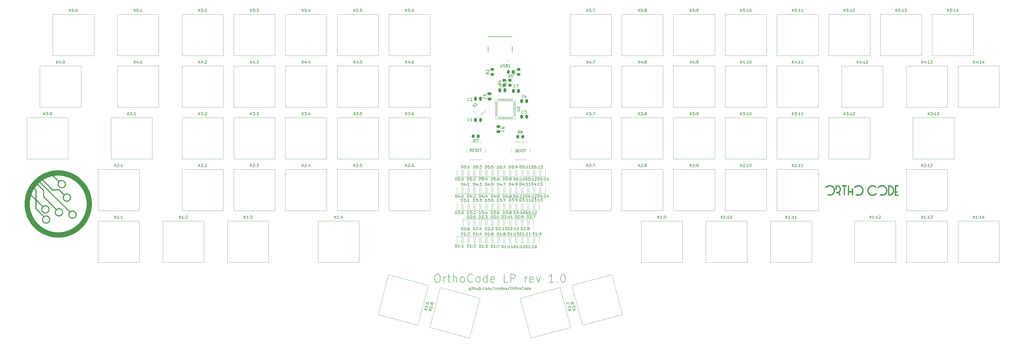
<source format=gbr>
%TF.GenerationSoftware,KiCad,Pcbnew,(6.0.10)*%
%TF.CreationDate,2023-02-11T23:58:45+13:00*%
%TF.ProjectId,orthoCode,6f727468-6f43-46f6-9465-2e6b69636164,rev?*%
%TF.SameCoordinates,Original*%
%TF.FileFunction,Legend,Top*%
%TF.FilePolarity,Positive*%
%FSLAX46Y46*%
G04 Gerber Fmt 4.6, Leading zero omitted, Abs format (unit mm)*
G04 Created by KiCad (PCBNEW (6.0.10)) date 2023-02-11 23:58:45*
%MOMM*%
%LPD*%
G01*
G04 APERTURE LIST*
G04 Aperture macros list*
%AMRoundRect*
0 Rectangle with rounded corners*
0 $1 Rounding radius*
0 $2 $3 $4 $5 $6 $7 $8 $9 X,Y pos of 4 corners*
0 Add a 4 corners polygon primitive as box body*
4,1,4,$2,$3,$4,$5,$6,$7,$8,$9,$2,$3,0*
0 Add four circle primitives for the rounded corners*
1,1,$1+$1,$2,$3*
1,1,$1+$1,$4,$5*
1,1,$1+$1,$6,$7*
1,1,$1+$1,$8,$9*
0 Add four rect primitives between the rounded corners*
20,1,$1+$1,$2,$3,$4,$5,0*
20,1,$1+$1,$4,$5,$6,$7,0*
20,1,$1+$1,$6,$7,$8,$9,0*
20,1,$1+$1,$8,$9,$2,$3,0*%
%AMRotRect*
0 Rectangle, with rotation*
0 The origin of the aperture is its center*
0 $1 length*
0 $2 width*
0 $3 Rotation angle, in degrees counterclockwise*
0 Add horizontal line*
21,1,$1,$2,0,0,$3*%
G04 Aperture macros list end*
%ADD10C,0.200000*%
%ADD11C,0.150000*%
%ADD12C,0.120000*%
%ADD13C,0.127000*%
%ADD14C,2.800000*%
%ADD15C,2.000000*%
%ADD16RoundRect,0.250000X0.250000X0.475000X-0.250000X0.475000X-0.250000X-0.475000X0.250000X-0.475000X0*%
%ADD17R,0.450000X0.600000*%
%ADD18C,1.900000*%
%ADD19C,1.250000*%
%ADD20C,5.050000*%
%ADD21C,1.650000*%
%ADD22RoundRect,0.250000X-0.250000X-0.475000X0.250000X-0.475000X0.250000X0.475000X-0.250000X0.475000X0*%
%ADD23RoundRect,0.250000X0.450000X-0.262500X0.450000X0.262500X-0.450000X0.262500X-0.450000X-0.262500X0*%
%ADD24RoundRect,0.250000X0.262500X0.450000X-0.262500X0.450000X-0.262500X-0.450000X0.262500X-0.450000X0*%
%ADD25RoundRect,0.250000X-0.262500X-0.450000X0.262500X-0.450000X0.262500X0.450000X-0.262500X0.450000X0*%
%ADD26R,0.300000X0.700000*%
%ADD27R,1.000000X0.700000*%
%ADD28O,1.200000X2.200000*%
%ADD29O,1.200000X2.700000*%
%ADD30O,1.200000X2.600000*%
%ADD31RoundRect,0.250000X0.475000X-0.250000X0.475000X0.250000X-0.475000X0.250000X-0.475000X-0.250000X0*%
%ADD32RoundRect,0.062500X-0.062500X0.475000X-0.062500X-0.475000X0.062500X-0.475000X0.062500X0.475000X0*%
%ADD33RoundRect,0.062500X-0.475000X0.062500X-0.475000X-0.062500X0.475000X-0.062500X0.475000X0.062500X0*%
%ADD34R,5.200000X5.200000*%
%ADD35RotRect,1.400000X1.200000X45.000000*%
%ADD36RoundRect,0.250000X-0.475000X0.250000X-0.475000X-0.250000X0.475000X-0.250000X0.475000X0.250000X0*%
%ADD37C,0.400000*%
%ADD38C,0.800000*%
G04 APERTURE END LIST*
D10*
X179042857Y-154857142D02*
X179614285Y-154857142D01*
X179900000Y-155000000D01*
X180185714Y-155285714D01*
X180328571Y-155857142D01*
X180328571Y-156857142D01*
X180185714Y-157428571D01*
X179900000Y-157714285D01*
X179614285Y-157857142D01*
X179042857Y-157857142D01*
X178757142Y-157714285D01*
X178471428Y-157428571D01*
X178328571Y-156857142D01*
X178328571Y-155857142D01*
X178471428Y-155285714D01*
X178757142Y-155000000D01*
X179042857Y-154857142D01*
X181614285Y-157857142D02*
X181614285Y-155857142D01*
X181614285Y-156428571D02*
X181757142Y-156142857D01*
X181900000Y-156000000D01*
X182185714Y-155857142D01*
X182471428Y-155857142D01*
X183042857Y-155857142D02*
X184185714Y-155857142D01*
X183471428Y-154857142D02*
X183471428Y-157428571D01*
X183614285Y-157714285D01*
X183900000Y-157857142D01*
X184185714Y-157857142D01*
X185185714Y-157857142D02*
X185185714Y-154857142D01*
X186471428Y-157857142D02*
X186471428Y-156285714D01*
X186328571Y-156000000D01*
X186042857Y-155857142D01*
X185614285Y-155857142D01*
X185328571Y-156000000D01*
X185185714Y-156142857D01*
X188328571Y-157857142D02*
X188042857Y-157714285D01*
X187900000Y-157571428D01*
X187757142Y-157285714D01*
X187757142Y-156428571D01*
X187900000Y-156142857D01*
X188042857Y-156000000D01*
X188328571Y-155857142D01*
X188757142Y-155857142D01*
X189042857Y-156000000D01*
X189185714Y-156142857D01*
X189328571Y-156428571D01*
X189328571Y-157285714D01*
X189185714Y-157571428D01*
X189042857Y-157714285D01*
X188757142Y-157857142D01*
X188328571Y-157857142D01*
X192328571Y-157571428D02*
X192185714Y-157714285D01*
X191757142Y-157857142D01*
X191471428Y-157857142D01*
X191042857Y-157714285D01*
X190757142Y-157428571D01*
X190614285Y-157142857D01*
X190471428Y-156571428D01*
X190471428Y-156142857D01*
X190614285Y-155571428D01*
X190757142Y-155285714D01*
X191042857Y-155000000D01*
X191471428Y-154857142D01*
X191757142Y-154857142D01*
X192185714Y-155000000D01*
X192328571Y-155142857D01*
X194042857Y-157857142D02*
X193757142Y-157714285D01*
X193614285Y-157571428D01*
X193471428Y-157285714D01*
X193471428Y-156428571D01*
X193614285Y-156142857D01*
X193757142Y-156000000D01*
X194042857Y-155857142D01*
X194471428Y-155857142D01*
X194757142Y-156000000D01*
X194900000Y-156142857D01*
X195042857Y-156428571D01*
X195042857Y-157285714D01*
X194900000Y-157571428D01*
X194757142Y-157714285D01*
X194471428Y-157857142D01*
X194042857Y-157857142D01*
X197614285Y-157857142D02*
X197614285Y-154857142D01*
X197614285Y-157714285D02*
X197328571Y-157857142D01*
X196757142Y-157857142D01*
X196471428Y-157714285D01*
X196328571Y-157571428D01*
X196185714Y-157285714D01*
X196185714Y-156428571D01*
X196328571Y-156142857D01*
X196471428Y-156000000D01*
X196757142Y-155857142D01*
X197328571Y-155857142D01*
X197614285Y-156000000D01*
X200185714Y-157714285D02*
X199900000Y-157857142D01*
X199328571Y-157857142D01*
X199042857Y-157714285D01*
X198900000Y-157428571D01*
X198900000Y-156285714D01*
X199042857Y-156000000D01*
X199328571Y-155857142D01*
X199900000Y-155857142D01*
X200185714Y-156000000D01*
X200328571Y-156285714D01*
X200328571Y-156571428D01*
X198900000Y-156857142D01*
X205328571Y-157857142D02*
X203900000Y-157857142D01*
X203900000Y-154857142D01*
X206328571Y-157857142D02*
X206328571Y-154857142D01*
X207471428Y-154857142D01*
X207757142Y-155000000D01*
X207900000Y-155142857D01*
X208042857Y-155428571D01*
X208042857Y-155857142D01*
X207900000Y-156142857D01*
X207757142Y-156285714D01*
X207471428Y-156428571D01*
X206328571Y-156428571D01*
X211614285Y-157857142D02*
X211614285Y-155857142D01*
X211614285Y-156428571D02*
X211757142Y-156142857D01*
X211900000Y-156000000D01*
X212185714Y-155857142D01*
X212471428Y-155857142D01*
X214614285Y-157714285D02*
X214328571Y-157857142D01*
X213757142Y-157857142D01*
X213471428Y-157714285D01*
X213328571Y-157428571D01*
X213328571Y-156285714D01*
X213471428Y-156000000D01*
X213757142Y-155857142D01*
X214328571Y-155857142D01*
X214614285Y-156000000D01*
X214757142Y-156285714D01*
X214757142Y-156571428D01*
X213328571Y-156857142D01*
X215757142Y-155857142D02*
X216471428Y-157857142D01*
X217185714Y-155857142D01*
X222185714Y-157857142D02*
X220471428Y-157857142D01*
X221328571Y-157857142D02*
X221328571Y-154857142D01*
X221042857Y-155285714D01*
X220757142Y-155571428D01*
X220471428Y-155714285D01*
X223471428Y-157571428D02*
X223614285Y-157714285D01*
X223471428Y-157857142D01*
X223328571Y-157714285D01*
X223471428Y-157571428D01*
X223471428Y-157857142D01*
X225471428Y-154857142D02*
X225757142Y-154857142D01*
X226042857Y-155000000D01*
X226185714Y-155142857D01*
X226328571Y-155428571D01*
X226471428Y-156000000D01*
X226471428Y-156714285D01*
X226328571Y-157285714D01*
X226185714Y-157571428D01*
X226042857Y-157714285D01*
X225757142Y-157857142D01*
X225471428Y-157857142D01*
X225185714Y-157714285D01*
X225042857Y-157571428D01*
X224900000Y-157285714D01*
X224757142Y-156714285D01*
X224757142Y-156000000D01*
X224900000Y-155428571D01*
X225042857Y-155142857D01*
X225185714Y-155000000D01*
X225471428Y-154857142D01*
D11*
X191442857Y-159885714D02*
X191442857Y-160695238D01*
X191395238Y-160790476D01*
X191347619Y-160838095D01*
X191252380Y-160885714D01*
X191109523Y-160885714D01*
X191014285Y-160838095D01*
X191442857Y-160504761D02*
X191347619Y-160552380D01*
X191157142Y-160552380D01*
X191061904Y-160504761D01*
X191014285Y-160457142D01*
X190966666Y-160361904D01*
X190966666Y-160076190D01*
X191014285Y-159980952D01*
X191061904Y-159933333D01*
X191157142Y-159885714D01*
X191347619Y-159885714D01*
X191442857Y-159933333D01*
X191919047Y-160552380D02*
X191919047Y-159885714D01*
X191919047Y-159552380D02*
X191871428Y-159600000D01*
X191919047Y-159647619D01*
X191966666Y-159600000D01*
X191919047Y-159552380D01*
X191919047Y-159647619D01*
X192252380Y-159885714D02*
X192633333Y-159885714D01*
X192395238Y-159552380D02*
X192395238Y-160409523D01*
X192442857Y-160504761D01*
X192538095Y-160552380D01*
X192633333Y-160552380D01*
X192966666Y-160552380D02*
X192966666Y-159552380D01*
X193395238Y-160552380D02*
X193395238Y-160028571D01*
X193347619Y-159933333D01*
X193252380Y-159885714D01*
X193109523Y-159885714D01*
X193014285Y-159933333D01*
X192966666Y-159980952D01*
X194300000Y-159885714D02*
X194300000Y-160552380D01*
X193871428Y-159885714D02*
X193871428Y-160409523D01*
X193919047Y-160504761D01*
X194014285Y-160552380D01*
X194157142Y-160552380D01*
X194252380Y-160504761D01*
X194300000Y-160457142D01*
X194776190Y-160552380D02*
X194776190Y-159552380D01*
X194776190Y-159933333D02*
X194871428Y-159885714D01*
X195061904Y-159885714D01*
X195157142Y-159933333D01*
X195204761Y-159980952D01*
X195252380Y-160076190D01*
X195252380Y-160361904D01*
X195204761Y-160457142D01*
X195157142Y-160504761D01*
X195061904Y-160552380D01*
X194871428Y-160552380D01*
X194776190Y-160504761D01*
X195680952Y-160457142D02*
X195728571Y-160504761D01*
X195680952Y-160552380D01*
X195633333Y-160504761D01*
X195680952Y-160457142D01*
X195680952Y-160552380D01*
X196585714Y-160504761D02*
X196490476Y-160552380D01*
X196300000Y-160552380D01*
X196204761Y-160504761D01*
X196157142Y-160457142D01*
X196109523Y-160361904D01*
X196109523Y-160076190D01*
X196157142Y-159980952D01*
X196204761Y-159933333D01*
X196300000Y-159885714D01*
X196490476Y-159885714D01*
X196585714Y-159933333D01*
X197157142Y-160552380D02*
X197061904Y-160504761D01*
X197014285Y-160457142D01*
X196966666Y-160361904D01*
X196966666Y-160076190D01*
X197014285Y-159980952D01*
X197061904Y-159933333D01*
X197157142Y-159885714D01*
X197300000Y-159885714D01*
X197395238Y-159933333D01*
X197442857Y-159980952D01*
X197490476Y-160076190D01*
X197490476Y-160361904D01*
X197442857Y-160457142D01*
X197395238Y-160504761D01*
X197300000Y-160552380D01*
X197157142Y-160552380D01*
X197919047Y-160552380D02*
X197919047Y-159885714D01*
X197919047Y-159980952D02*
X197966666Y-159933333D01*
X198061904Y-159885714D01*
X198204761Y-159885714D01*
X198300000Y-159933333D01*
X198347619Y-160028571D01*
X198347619Y-160552380D01*
X198347619Y-160028571D02*
X198395238Y-159933333D01*
X198490476Y-159885714D01*
X198633333Y-159885714D01*
X198728571Y-159933333D01*
X198776190Y-160028571D01*
X198776190Y-160552380D01*
X199966666Y-159504761D02*
X199109523Y-160790476D01*
X200585714Y-159552380D02*
X200585714Y-160266666D01*
X200538095Y-160409523D01*
X200442857Y-160504761D01*
X200300000Y-160552380D01*
X200204761Y-160552380D01*
X201061904Y-160552380D02*
X201061904Y-159885714D01*
X201061904Y-160076190D02*
X201109523Y-159980952D01*
X201157142Y-159933333D01*
X201252380Y-159885714D01*
X201347619Y-159885714D01*
X201823809Y-160552380D02*
X201728571Y-160504761D01*
X201680952Y-160457142D01*
X201633333Y-160361904D01*
X201633333Y-160076190D01*
X201680952Y-159980952D01*
X201728571Y-159933333D01*
X201823809Y-159885714D01*
X201966666Y-159885714D01*
X202061904Y-159933333D01*
X202109523Y-159980952D01*
X202157142Y-160076190D01*
X202157142Y-160361904D01*
X202109523Y-160457142D01*
X202061904Y-160504761D01*
X201966666Y-160552380D01*
X201823809Y-160552380D01*
X203014285Y-160552380D02*
X203014285Y-159552380D01*
X203014285Y-160504761D02*
X202919047Y-160552380D01*
X202728571Y-160552380D01*
X202633333Y-160504761D01*
X202585714Y-160457142D01*
X202538095Y-160361904D01*
X202538095Y-160076190D01*
X202585714Y-159980952D01*
X202633333Y-159933333D01*
X202728571Y-159885714D01*
X202919047Y-159885714D01*
X203014285Y-159933333D01*
X203490476Y-159885714D02*
X203490476Y-160552380D01*
X203490476Y-159980952D02*
X203538095Y-159933333D01*
X203633333Y-159885714D01*
X203776190Y-159885714D01*
X203871428Y-159933333D01*
X203919047Y-160028571D01*
X203919047Y-160552380D01*
X204823809Y-160552380D02*
X204823809Y-160028571D01*
X204776190Y-159933333D01*
X204680952Y-159885714D01*
X204490476Y-159885714D01*
X204395238Y-159933333D01*
X204823809Y-160504761D02*
X204728571Y-160552380D01*
X204490476Y-160552380D01*
X204395238Y-160504761D01*
X204347619Y-160409523D01*
X204347619Y-160314285D01*
X204395238Y-160219047D01*
X204490476Y-160171428D01*
X204728571Y-160171428D01*
X204823809Y-160123809D01*
X206014285Y-159504761D02*
X205157142Y-160790476D01*
X206538095Y-159552380D02*
X206728571Y-159552380D01*
X206823809Y-159600000D01*
X206919047Y-159695238D01*
X206966666Y-159885714D01*
X206966666Y-160219047D01*
X206919047Y-160409523D01*
X206823809Y-160504761D01*
X206728571Y-160552380D01*
X206538095Y-160552380D01*
X206442857Y-160504761D01*
X206347619Y-160409523D01*
X206300000Y-160219047D01*
X206300000Y-159885714D01*
X206347619Y-159695238D01*
X206442857Y-159600000D01*
X206538095Y-159552380D01*
X207395238Y-160552380D02*
X207395238Y-159885714D01*
X207395238Y-160076190D02*
X207442857Y-159980952D01*
X207490476Y-159933333D01*
X207585714Y-159885714D01*
X207680952Y-159885714D01*
X207871428Y-159885714D02*
X208252380Y-159885714D01*
X208014285Y-159552380D02*
X208014285Y-160409523D01*
X208061904Y-160504761D01*
X208157142Y-160552380D01*
X208252380Y-160552380D01*
X208585714Y-160552380D02*
X208585714Y-159552380D01*
X209014285Y-160552380D02*
X209014285Y-160028571D01*
X208966666Y-159933333D01*
X208871428Y-159885714D01*
X208728571Y-159885714D01*
X208633333Y-159933333D01*
X208585714Y-159980952D01*
X209633333Y-160552380D02*
X209538095Y-160504761D01*
X209490476Y-160457142D01*
X209442857Y-160361904D01*
X209442857Y-160076190D01*
X209490476Y-159980952D01*
X209538095Y-159933333D01*
X209633333Y-159885714D01*
X209776190Y-159885714D01*
X209871428Y-159933333D01*
X209919047Y-159980952D01*
X209966666Y-160076190D01*
X209966666Y-160361904D01*
X209919047Y-160457142D01*
X209871428Y-160504761D01*
X209776190Y-160552380D01*
X209633333Y-160552380D01*
X210966666Y-160457142D02*
X210919047Y-160504761D01*
X210776190Y-160552380D01*
X210680952Y-160552380D01*
X210538095Y-160504761D01*
X210442857Y-160409523D01*
X210395238Y-160314285D01*
X210347619Y-160123809D01*
X210347619Y-159980952D01*
X210395238Y-159790476D01*
X210442857Y-159695238D01*
X210538095Y-159600000D01*
X210680952Y-159552380D01*
X210776190Y-159552380D01*
X210919047Y-159600000D01*
X210966666Y-159647619D01*
X211538095Y-160552380D02*
X211442857Y-160504761D01*
X211395238Y-160457142D01*
X211347619Y-160361904D01*
X211347619Y-160076190D01*
X211395238Y-159980952D01*
X211442857Y-159933333D01*
X211538095Y-159885714D01*
X211680952Y-159885714D01*
X211776190Y-159933333D01*
X211823809Y-159980952D01*
X211871428Y-160076190D01*
X211871428Y-160361904D01*
X211823809Y-160457142D01*
X211776190Y-160504761D01*
X211680952Y-160552380D01*
X211538095Y-160552380D01*
X212728571Y-160552380D02*
X212728571Y-159552380D01*
X212728571Y-160504761D02*
X212633333Y-160552380D01*
X212442857Y-160552380D01*
X212347619Y-160504761D01*
X212300000Y-160457142D01*
X212252380Y-160361904D01*
X212252380Y-160076190D01*
X212300000Y-159980952D01*
X212347619Y-159933333D01*
X212442857Y-159885714D01*
X212633333Y-159885714D01*
X212728571Y-159933333D01*
X213585714Y-160504761D02*
X213490476Y-160552380D01*
X213300000Y-160552380D01*
X213204761Y-160504761D01*
X213157142Y-160409523D01*
X213157142Y-160028571D01*
X213204761Y-159933333D01*
X213300000Y-159885714D01*
X213490476Y-159885714D01*
X213585714Y-159933333D01*
X213633333Y-160028571D01*
X213633333Y-160123809D01*
X213157142Y-160219047D01*
%TO.C,BOOT1*%
X208642857Y-109328571D02*
X208785714Y-109376190D01*
X208833333Y-109423809D01*
X208880952Y-109519047D01*
X208880952Y-109661904D01*
X208833333Y-109757142D01*
X208785714Y-109804761D01*
X208690476Y-109852380D01*
X208309523Y-109852380D01*
X208309523Y-108852380D01*
X208642857Y-108852380D01*
X208738095Y-108900000D01*
X208785714Y-108947619D01*
X208833333Y-109042857D01*
X208833333Y-109138095D01*
X208785714Y-109233333D01*
X208738095Y-109280952D01*
X208642857Y-109328571D01*
X208309523Y-109328571D01*
X209500000Y-108852380D02*
X209690476Y-108852380D01*
X209785714Y-108900000D01*
X209880952Y-108995238D01*
X209928571Y-109185714D01*
X209928571Y-109519047D01*
X209880952Y-109709523D01*
X209785714Y-109804761D01*
X209690476Y-109852380D01*
X209500000Y-109852380D01*
X209404761Y-109804761D01*
X209309523Y-109709523D01*
X209261904Y-109519047D01*
X209261904Y-109185714D01*
X209309523Y-108995238D01*
X209404761Y-108900000D01*
X209500000Y-108852380D01*
X210547619Y-108852380D02*
X210738095Y-108852380D01*
X210833333Y-108900000D01*
X210928571Y-108995238D01*
X210976190Y-109185714D01*
X210976190Y-109519047D01*
X210928571Y-109709523D01*
X210833333Y-109804761D01*
X210738095Y-109852380D01*
X210547619Y-109852380D01*
X210452380Y-109804761D01*
X210357142Y-109709523D01*
X210309523Y-109519047D01*
X210309523Y-109185714D01*
X210357142Y-108995238D01*
X210452380Y-108900000D01*
X210547619Y-108852380D01*
X211261904Y-108852380D02*
X211833333Y-108852380D01*
X211547619Y-109852380D02*
X211547619Y-108852380D01*
%TO.C,C1*%
X191083333Y-98357142D02*
X191035714Y-98404761D01*
X190892857Y-98452380D01*
X190797619Y-98452380D01*
X190654761Y-98404761D01*
X190559523Y-98309523D01*
X190511904Y-98214285D01*
X190464285Y-98023809D01*
X190464285Y-97880952D01*
X190511904Y-97690476D01*
X190559523Y-97595238D01*
X190654761Y-97500000D01*
X190797619Y-97452380D01*
X190892857Y-97452380D01*
X191035714Y-97500000D01*
X191083333Y-97547619D01*
X192035714Y-98452380D02*
X191464285Y-98452380D01*
X191750000Y-98452380D02*
X191750000Y-97452380D01*
X191654761Y-97595238D01*
X191559523Y-97690476D01*
X191464285Y-97738095D01*
%TO.C,C2*%
X191083333Y-90872142D02*
X191035714Y-90919761D01*
X190892857Y-90967380D01*
X190797619Y-90967380D01*
X190654761Y-90919761D01*
X190559523Y-90824523D01*
X190511904Y-90729285D01*
X190464285Y-90538809D01*
X190464285Y-90395952D01*
X190511904Y-90205476D01*
X190559523Y-90110238D01*
X190654761Y-90015000D01*
X190797619Y-89967380D01*
X190892857Y-89967380D01*
X191035714Y-90015000D01*
X191083333Y-90062619D01*
X191464285Y-90062619D02*
X191511904Y-90015000D01*
X191607142Y-89967380D01*
X191845238Y-89967380D01*
X191940476Y-90015000D01*
X191988095Y-90062619D01*
X192035714Y-90157857D01*
X192035714Y-90253095D01*
X191988095Y-90395952D01*
X191416666Y-90967380D01*
X192035714Y-90967380D01*
%TO.C,D1:8*%
X201347619Y-140552380D02*
X201347619Y-139552380D01*
X201585714Y-139552380D01*
X201728571Y-139600000D01*
X201823809Y-139695238D01*
X201871428Y-139790476D01*
X201919047Y-139980952D01*
X201919047Y-140123809D01*
X201871428Y-140314285D01*
X201823809Y-140409523D01*
X201728571Y-140504761D01*
X201585714Y-140552380D01*
X201347619Y-140552380D01*
X202871428Y-140552380D02*
X202300000Y-140552380D01*
X202585714Y-140552380D02*
X202585714Y-139552380D01*
X202490476Y-139695238D01*
X202395238Y-139790476D01*
X202300000Y-139838095D01*
X203300000Y-140457142D02*
X203347619Y-140504761D01*
X203300000Y-140552380D01*
X203252380Y-140504761D01*
X203300000Y-140457142D01*
X203300000Y-140552380D01*
X203300000Y-139933333D02*
X203347619Y-139980952D01*
X203300000Y-140028571D01*
X203252380Y-139980952D01*
X203300000Y-139933333D01*
X203300000Y-140028571D01*
X203919047Y-139980952D02*
X203823809Y-139933333D01*
X203776190Y-139885714D01*
X203728571Y-139790476D01*
X203728571Y-139742857D01*
X203776190Y-139647619D01*
X203823809Y-139600000D01*
X203919047Y-139552380D01*
X204109523Y-139552380D01*
X204204761Y-139600000D01*
X204252380Y-139647619D01*
X204300000Y-139742857D01*
X204300000Y-139790476D01*
X204252380Y-139885714D01*
X204204761Y-139933333D01*
X204109523Y-139980952D01*
X203919047Y-139980952D01*
X203823809Y-140028571D01*
X203776190Y-140076190D01*
X203728571Y-140171428D01*
X203728571Y-140361904D01*
X203776190Y-140457142D01*
X203823809Y-140504761D01*
X203919047Y-140552380D01*
X204109523Y-140552380D01*
X204204761Y-140504761D01*
X204252380Y-140457142D01*
X204300000Y-140361904D01*
X204300000Y-140171428D01*
X204252380Y-140076190D01*
X204204761Y-140028571D01*
X204109523Y-139980952D01*
%TO.C,D1:1*%
X185947619Y-144952380D02*
X185947619Y-143952380D01*
X186185714Y-143952380D01*
X186328571Y-144000000D01*
X186423809Y-144095238D01*
X186471428Y-144190476D01*
X186519047Y-144380952D01*
X186519047Y-144523809D01*
X186471428Y-144714285D01*
X186423809Y-144809523D01*
X186328571Y-144904761D01*
X186185714Y-144952380D01*
X185947619Y-144952380D01*
X187471428Y-144952380D02*
X186900000Y-144952380D01*
X187185714Y-144952380D02*
X187185714Y-143952380D01*
X187090476Y-144095238D01*
X186995238Y-144190476D01*
X186900000Y-144238095D01*
X187900000Y-144857142D02*
X187947619Y-144904761D01*
X187900000Y-144952380D01*
X187852380Y-144904761D01*
X187900000Y-144857142D01*
X187900000Y-144952380D01*
X187900000Y-144333333D02*
X187947619Y-144380952D01*
X187900000Y-144428571D01*
X187852380Y-144380952D01*
X187900000Y-144333333D01*
X187900000Y-144428571D01*
X188900000Y-144952380D02*
X188328571Y-144952380D01*
X188614285Y-144952380D02*
X188614285Y-143952380D01*
X188519047Y-144095238D01*
X188423809Y-144190476D01*
X188328571Y-144238095D01*
%TO.C,D1:2*%
X188147619Y-140502380D02*
X188147619Y-139502380D01*
X188385714Y-139502380D01*
X188528571Y-139550000D01*
X188623809Y-139645238D01*
X188671428Y-139740476D01*
X188719047Y-139930952D01*
X188719047Y-140073809D01*
X188671428Y-140264285D01*
X188623809Y-140359523D01*
X188528571Y-140454761D01*
X188385714Y-140502380D01*
X188147619Y-140502380D01*
X189671428Y-140502380D02*
X189100000Y-140502380D01*
X189385714Y-140502380D02*
X189385714Y-139502380D01*
X189290476Y-139645238D01*
X189195238Y-139740476D01*
X189100000Y-139788095D01*
X190100000Y-140407142D02*
X190147619Y-140454761D01*
X190100000Y-140502380D01*
X190052380Y-140454761D01*
X190100000Y-140407142D01*
X190100000Y-140502380D01*
X190100000Y-139883333D02*
X190147619Y-139930952D01*
X190100000Y-139978571D01*
X190052380Y-139930952D01*
X190100000Y-139883333D01*
X190100000Y-139978571D01*
X190528571Y-139597619D02*
X190576190Y-139550000D01*
X190671428Y-139502380D01*
X190909523Y-139502380D01*
X191004761Y-139550000D01*
X191052380Y-139597619D01*
X191100000Y-139692857D01*
X191100000Y-139788095D01*
X191052380Y-139930952D01*
X190480952Y-140502380D01*
X191100000Y-140502380D01*
%TO.C,D1:3*%
X190347619Y-145002380D02*
X190347619Y-144002380D01*
X190585714Y-144002380D01*
X190728571Y-144050000D01*
X190823809Y-144145238D01*
X190871428Y-144240476D01*
X190919047Y-144430952D01*
X190919047Y-144573809D01*
X190871428Y-144764285D01*
X190823809Y-144859523D01*
X190728571Y-144954761D01*
X190585714Y-145002380D01*
X190347619Y-145002380D01*
X191871428Y-145002380D02*
X191300000Y-145002380D01*
X191585714Y-145002380D02*
X191585714Y-144002380D01*
X191490476Y-144145238D01*
X191395238Y-144240476D01*
X191300000Y-144288095D01*
X192300000Y-144907142D02*
X192347619Y-144954761D01*
X192300000Y-145002380D01*
X192252380Y-144954761D01*
X192300000Y-144907142D01*
X192300000Y-145002380D01*
X192300000Y-144383333D02*
X192347619Y-144430952D01*
X192300000Y-144478571D01*
X192252380Y-144430952D01*
X192300000Y-144383333D01*
X192300000Y-144478571D01*
X192680952Y-144002380D02*
X193300000Y-144002380D01*
X192966666Y-144383333D01*
X193109523Y-144383333D01*
X193204761Y-144430952D01*
X193252380Y-144478571D01*
X193300000Y-144573809D01*
X193300000Y-144811904D01*
X193252380Y-144907142D01*
X193204761Y-144954761D01*
X193109523Y-145002380D01*
X192823809Y-145002380D01*
X192728571Y-144954761D01*
X192680952Y-144907142D01*
%TO.C,D1:4*%
X192547619Y-140502380D02*
X192547619Y-139502380D01*
X192785714Y-139502380D01*
X192928571Y-139550000D01*
X193023809Y-139645238D01*
X193071428Y-139740476D01*
X193119047Y-139930952D01*
X193119047Y-140073809D01*
X193071428Y-140264285D01*
X193023809Y-140359523D01*
X192928571Y-140454761D01*
X192785714Y-140502380D01*
X192547619Y-140502380D01*
X194071428Y-140502380D02*
X193500000Y-140502380D01*
X193785714Y-140502380D02*
X193785714Y-139502380D01*
X193690476Y-139645238D01*
X193595238Y-139740476D01*
X193500000Y-139788095D01*
X194500000Y-140407142D02*
X194547619Y-140454761D01*
X194500000Y-140502380D01*
X194452380Y-140454761D01*
X194500000Y-140407142D01*
X194500000Y-140502380D01*
X194500000Y-139883333D02*
X194547619Y-139930952D01*
X194500000Y-139978571D01*
X194452380Y-139930952D01*
X194500000Y-139883333D01*
X194500000Y-139978571D01*
X195404761Y-139835714D02*
X195404761Y-140502380D01*
X195166666Y-139454761D02*
X194928571Y-140169047D01*
X195547619Y-140169047D01*
%TO.C,D1:5*%
X194797619Y-145052380D02*
X194797619Y-144052380D01*
X195035714Y-144052380D01*
X195178571Y-144100000D01*
X195273809Y-144195238D01*
X195321428Y-144290476D01*
X195369047Y-144480952D01*
X195369047Y-144623809D01*
X195321428Y-144814285D01*
X195273809Y-144909523D01*
X195178571Y-145004761D01*
X195035714Y-145052380D01*
X194797619Y-145052380D01*
X196321428Y-145052380D02*
X195750000Y-145052380D01*
X196035714Y-145052380D02*
X196035714Y-144052380D01*
X195940476Y-144195238D01*
X195845238Y-144290476D01*
X195750000Y-144338095D01*
X196750000Y-144957142D02*
X196797619Y-145004761D01*
X196750000Y-145052380D01*
X196702380Y-145004761D01*
X196750000Y-144957142D01*
X196750000Y-145052380D01*
X196750000Y-144433333D02*
X196797619Y-144480952D01*
X196750000Y-144528571D01*
X196702380Y-144480952D01*
X196750000Y-144433333D01*
X196750000Y-144528571D01*
X197702380Y-144052380D02*
X197226190Y-144052380D01*
X197178571Y-144528571D01*
X197226190Y-144480952D01*
X197321428Y-144433333D01*
X197559523Y-144433333D01*
X197654761Y-144480952D01*
X197702380Y-144528571D01*
X197750000Y-144623809D01*
X197750000Y-144861904D01*
X197702380Y-144957142D01*
X197654761Y-145004761D01*
X197559523Y-145052380D01*
X197321428Y-145052380D01*
X197226190Y-145004761D01*
X197178571Y-144957142D01*
%TO.C,D1:6*%
X196947619Y-140552380D02*
X196947619Y-139552380D01*
X197185714Y-139552380D01*
X197328571Y-139600000D01*
X197423809Y-139695238D01*
X197471428Y-139790476D01*
X197519047Y-139980952D01*
X197519047Y-140123809D01*
X197471428Y-140314285D01*
X197423809Y-140409523D01*
X197328571Y-140504761D01*
X197185714Y-140552380D01*
X196947619Y-140552380D01*
X198471428Y-140552380D02*
X197900000Y-140552380D01*
X198185714Y-140552380D02*
X198185714Y-139552380D01*
X198090476Y-139695238D01*
X197995238Y-139790476D01*
X197900000Y-139838095D01*
X198900000Y-140457142D02*
X198947619Y-140504761D01*
X198900000Y-140552380D01*
X198852380Y-140504761D01*
X198900000Y-140457142D01*
X198900000Y-140552380D01*
X198900000Y-139933333D02*
X198947619Y-139980952D01*
X198900000Y-140028571D01*
X198852380Y-139980952D01*
X198900000Y-139933333D01*
X198900000Y-140028571D01*
X199804761Y-139552380D02*
X199614285Y-139552380D01*
X199519047Y-139600000D01*
X199471428Y-139647619D01*
X199376190Y-139790476D01*
X199328571Y-139980952D01*
X199328571Y-140361904D01*
X199376190Y-140457142D01*
X199423809Y-140504761D01*
X199519047Y-140552380D01*
X199709523Y-140552380D01*
X199804761Y-140504761D01*
X199852380Y-140457142D01*
X199900000Y-140361904D01*
X199900000Y-140123809D01*
X199852380Y-140028571D01*
X199804761Y-139980952D01*
X199709523Y-139933333D01*
X199519047Y-139933333D01*
X199423809Y-139980952D01*
X199376190Y-140028571D01*
X199328571Y-140123809D01*
%TO.C,D1:7*%
X199147619Y-145052380D02*
X199147619Y-144052380D01*
X199385714Y-144052380D01*
X199528571Y-144100000D01*
X199623809Y-144195238D01*
X199671428Y-144290476D01*
X199719047Y-144480952D01*
X199719047Y-144623809D01*
X199671428Y-144814285D01*
X199623809Y-144909523D01*
X199528571Y-145004761D01*
X199385714Y-145052380D01*
X199147619Y-145052380D01*
X200671428Y-145052380D02*
X200100000Y-145052380D01*
X200385714Y-145052380D02*
X200385714Y-144052380D01*
X200290476Y-144195238D01*
X200195238Y-144290476D01*
X200100000Y-144338095D01*
X201100000Y-144957142D02*
X201147619Y-145004761D01*
X201100000Y-145052380D01*
X201052380Y-145004761D01*
X201100000Y-144957142D01*
X201100000Y-145052380D01*
X201100000Y-144433333D02*
X201147619Y-144480952D01*
X201100000Y-144528571D01*
X201052380Y-144480952D01*
X201100000Y-144433333D01*
X201100000Y-144528571D01*
X201480952Y-144052380D02*
X202147619Y-144052380D01*
X201719047Y-145052380D01*
%TO.C,D1:9*%
X214547619Y-140502380D02*
X214547619Y-139502380D01*
X214785714Y-139502380D01*
X214928571Y-139550000D01*
X215023809Y-139645238D01*
X215071428Y-139740476D01*
X215119047Y-139930952D01*
X215119047Y-140073809D01*
X215071428Y-140264285D01*
X215023809Y-140359523D01*
X214928571Y-140454761D01*
X214785714Y-140502380D01*
X214547619Y-140502380D01*
X216071428Y-140502380D02*
X215500000Y-140502380D01*
X215785714Y-140502380D02*
X215785714Y-139502380D01*
X215690476Y-139645238D01*
X215595238Y-139740476D01*
X215500000Y-139788095D01*
X216500000Y-140407142D02*
X216547619Y-140454761D01*
X216500000Y-140502380D01*
X216452380Y-140454761D01*
X216500000Y-140407142D01*
X216500000Y-140502380D01*
X216500000Y-139883333D02*
X216547619Y-139930952D01*
X216500000Y-139978571D01*
X216452380Y-139930952D01*
X216500000Y-139883333D01*
X216500000Y-139978571D01*
X217023809Y-140502380D02*
X217214285Y-140502380D01*
X217309523Y-140454761D01*
X217357142Y-140407142D01*
X217452380Y-140264285D01*
X217500000Y-140073809D01*
X217500000Y-139692857D01*
X217452380Y-139597619D01*
X217404761Y-139550000D01*
X217309523Y-139502380D01*
X217119047Y-139502380D01*
X217023809Y-139550000D01*
X216976190Y-139597619D01*
X216928571Y-139692857D01*
X216928571Y-139930952D01*
X216976190Y-140026190D01*
X217023809Y-140073809D01*
X217119047Y-140121428D01*
X217309523Y-140121428D01*
X217404761Y-140073809D01*
X217452380Y-140026190D01*
X217500000Y-139930952D01*
%TO.C,D1:10*%
X211871428Y-145202380D02*
X211871428Y-144202380D01*
X212109523Y-144202380D01*
X212252380Y-144250000D01*
X212347619Y-144345238D01*
X212395238Y-144440476D01*
X212442857Y-144630952D01*
X212442857Y-144773809D01*
X212395238Y-144964285D01*
X212347619Y-145059523D01*
X212252380Y-145154761D01*
X212109523Y-145202380D01*
X211871428Y-145202380D01*
X213395238Y-145202380D02*
X212823809Y-145202380D01*
X213109523Y-145202380D02*
X213109523Y-144202380D01*
X213014285Y-144345238D01*
X212919047Y-144440476D01*
X212823809Y-144488095D01*
X213823809Y-145107142D02*
X213871428Y-145154761D01*
X213823809Y-145202380D01*
X213776190Y-145154761D01*
X213823809Y-145107142D01*
X213823809Y-145202380D01*
X213823809Y-144583333D02*
X213871428Y-144630952D01*
X213823809Y-144678571D01*
X213776190Y-144630952D01*
X213823809Y-144583333D01*
X213823809Y-144678571D01*
X214823809Y-145202380D02*
X214252380Y-145202380D01*
X214538095Y-145202380D02*
X214538095Y-144202380D01*
X214442857Y-144345238D01*
X214347619Y-144440476D01*
X214252380Y-144488095D01*
X215442857Y-144202380D02*
X215538095Y-144202380D01*
X215633333Y-144250000D01*
X215680952Y-144297619D01*
X215728571Y-144392857D01*
X215776190Y-144583333D01*
X215776190Y-144821428D01*
X215728571Y-145011904D01*
X215680952Y-145107142D01*
X215633333Y-145154761D01*
X215538095Y-145202380D01*
X215442857Y-145202380D01*
X215347619Y-145154761D01*
X215300000Y-145107142D01*
X215252380Y-145011904D01*
X215204761Y-144821428D01*
X215204761Y-144583333D01*
X215252380Y-144392857D01*
X215300000Y-144297619D01*
X215347619Y-144250000D01*
X215442857Y-144202380D01*
%TO.C,D1:11*%
X209671428Y-140502380D02*
X209671428Y-139502380D01*
X209909523Y-139502380D01*
X210052380Y-139550000D01*
X210147619Y-139645238D01*
X210195238Y-139740476D01*
X210242857Y-139930952D01*
X210242857Y-140073809D01*
X210195238Y-140264285D01*
X210147619Y-140359523D01*
X210052380Y-140454761D01*
X209909523Y-140502380D01*
X209671428Y-140502380D01*
X211195238Y-140502380D02*
X210623809Y-140502380D01*
X210909523Y-140502380D02*
X210909523Y-139502380D01*
X210814285Y-139645238D01*
X210719047Y-139740476D01*
X210623809Y-139788095D01*
X211623809Y-140407142D02*
X211671428Y-140454761D01*
X211623809Y-140502380D01*
X211576190Y-140454761D01*
X211623809Y-140407142D01*
X211623809Y-140502380D01*
X211623809Y-139883333D02*
X211671428Y-139930952D01*
X211623809Y-139978571D01*
X211576190Y-139930952D01*
X211623809Y-139883333D01*
X211623809Y-139978571D01*
X212623809Y-140502380D02*
X212052380Y-140502380D01*
X212338095Y-140502380D02*
X212338095Y-139502380D01*
X212242857Y-139645238D01*
X212147619Y-139740476D01*
X212052380Y-139788095D01*
X213576190Y-140502380D02*
X213004761Y-140502380D01*
X213290476Y-140502380D02*
X213290476Y-139502380D01*
X213195238Y-139645238D01*
X213100000Y-139740476D01*
X213004761Y-139788095D01*
%TO.C,D1:12*%
X207471428Y-145202380D02*
X207471428Y-144202380D01*
X207709523Y-144202380D01*
X207852380Y-144250000D01*
X207947619Y-144345238D01*
X207995238Y-144440476D01*
X208042857Y-144630952D01*
X208042857Y-144773809D01*
X207995238Y-144964285D01*
X207947619Y-145059523D01*
X207852380Y-145154761D01*
X207709523Y-145202380D01*
X207471428Y-145202380D01*
X208995238Y-145202380D02*
X208423809Y-145202380D01*
X208709523Y-145202380D02*
X208709523Y-144202380D01*
X208614285Y-144345238D01*
X208519047Y-144440476D01*
X208423809Y-144488095D01*
X209423809Y-145107142D02*
X209471428Y-145154761D01*
X209423809Y-145202380D01*
X209376190Y-145154761D01*
X209423809Y-145107142D01*
X209423809Y-145202380D01*
X209423809Y-144583333D02*
X209471428Y-144630952D01*
X209423809Y-144678571D01*
X209376190Y-144630952D01*
X209423809Y-144583333D01*
X209423809Y-144678571D01*
X210423809Y-145202380D02*
X209852380Y-145202380D01*
X210138095Y-145202380D02*
X210138095Y-144202380D01*
X210042857Y-144345238D01*
X209947619Y-144440476D01*
X209852380Y-144488095D01*
X210804761Y-144297619D02*
X210852380Y-144250000D01*
X210947619Y-144202380D01*
X211185714Y-144202380D01*
X211280952Y-144250000D01*
X211328571Y-144297619D01*
X211376190Y-144392857D01*
X211376190Y-144488095D01*
X211328571Y-144630952D01*
X210757142Y-145202380D01*
X211376190Y-145202380D01*
%TO.C,D1:13*%
X205271428Y-140552380D02*
X205271428Y-139552380D01*
X205509523Y-139552380D01*
X205652380Y-139600000D01*
X205747619Y-139695238D01*
X205795238Y-139790476D01*
X205842857Y-139980952D01*
X205842857Y-140123809D01*
X205795238Y-140314285D01*
X205747619Y-140409523D01*
X205652380Y-140504761D01*
X205509523Y-140552380D01*
X205271428Y-140552380D01*
X206795238Y-140552380D02*
X206223809Y-140552380D01*
X206509523Y-140552380D02*
X206509523Y-139552380D01*
X206414285Y-139695238D01*
X206319047Y-139790476D01*
X206223809Y-139838095D01*
X207223809Y-140457142D02*
X207271428Y-140504761D01*
X207223809Y-140552380D01*
X207176190Y-140504761D01*
X207223809Y-140457142D01*
X207223809Y-140552380D01*
X207223809Y-139933333D02*
X207271428Y-139980952D01*
X207223809Y-140028571D01*
X207176190Y-139980952D01*
X207223809Y-139933333D01*
X207223809Y-140028571D01*
X208223809Y-140552380D02*
X207652380Y-140552380D01*
X207938095Y-140552380D02*
X207938095Y-139552380D01*
X207842857Y-139695238D01*
X207747619Y-139790476D01*
X207652380Y-139838095D01*
X208557142Y-139552380D02*
X209176190Y-139552380D01*
X208842857Y-139933333D01*
X208985714Y-139933333D01*
X209080952Y-139980952D01*
X209128571Y-140028571D01*
X209176190Y-140123809D01*
X209176190Y-140361904D01*
X209128571Y-140457142D01*
X209080952Y-140504761D01*
X208985714Y-140552380D01*
X208700000Y-140552380D01*
X208604761Y-140504761D01*
X208557142Y-140457142D01*
%TO.C,D1:14*%
X203071428Y-145202380D02*
X203071428Y-144202380D01*
X203309523Y-144202380D01*
X203452380Y-144250000D01*
X203547619Y-144345238D01*
X203595238Y-144440476D01*
X203642857Y-144630952D01*
X203642857Y-144773809D01*
X203595238Y-144964285D01*
X203547619Y-145059523D01*
X203452380Y-145154761D01*
X203309523Y-145202380D01*
X203071428Y-145202380D01*
X204595238Y-145202380D02*
X204023809Y-145202380D01*
X204309523Y-145202380D02*
X204309523Y-144202380D01*
X204214285Y-144345238D01*
X204119047Y-144440476D01*
X204023809Y-144488095D01*
X205023809Y-145107142D02*
X205071428Y-145154761D01*
X205023809Y-145202380D01*
X204976190Y-145154761D01*
X205023809Y-145107142D01*
X205023809Y-145202380D01*
X205023809Y-144583333D02*
X205071428Y-144630952D01*
X205023809Y-144678571D01*
X204976190Y-144630952D01*
X205023809Y-144583333D01*
X205023809Y-144678571D01*
X206023809Y-145202380D02*
X205452380Y-145202380D01*
X205738095Y-145202380D02*
X205738095Y-144202380D01*
X205642857Y-144345238D01*
X205547619Y-144440476D01*
X205452380Y-144488095D01*
X206880952Y-144535714D02*
X206880952Y-145202380D01*
X206642857Y-144154761D02*
X206404761Y-144869047D01*
X207023809Y-144869047D01*
%TO.C,D2:1*%
X199147619Y-134202380D02*
X199147619Y-133202380D01*
X199385714Y-133202380D01*
X199528571Y-133250000D01*
X199623809Y-133345238D01*
X199671428Y-133440476D01*
X199719047Y-133630952D01*
X199719047Y-133773809D01*
X199671428Y-133964285D01*
X199623809Y-134059523D01*
X199528571Y-134154761D01*
X199385714Y-134202380D01*
X199147619Y-134202380D01*
X200100000Y-133297619D02*
X200147619Y-133250000D01*
X200242857Y-133202380D01*
X200480952Y-133202380D01*
X200576190Y-133250000D01*
X200623809Y-133297619D01*
X200671428Y-133392857D01*
X200671428Y-133488095D01*
X200623809Y-133630952D01*
X200052380Y-134202380D01*
X200671428Y-134202380D01*
X201100000Y-134107142D02*
X201147619Y-134154761D01*
X201100000Y-134202380D01*
X201052380Y-134154761D01*
X201100000Y-134107142D01*
X201100000Y-134202380D01*
X201100000Y-133583333D02*
X201147619Y-133630952D01*
X201100000Y-133678571D01*
X201052380Y-133630952D01*
X201100000Y-133583333D01*
X201100000Y-133678571D01*
X202100000Y-134202380D02*
X201528571Y-134202380D01*
X201814285Y-134202380D02*
X201814285Y-133202380D01*
X201719047Y-133345238D01*
X201623809Y-133440476D01*
X201528571Y-133488095D01*
%TO.C,D2:2*%
X196947619Y-138552380D02*
X196947619Y-137552380D01*
X197185714Y-137552380D01*
X197328571Y-137600000D01*
X197423809Y-137695238D01*
X197471428Y-137790476D01*
X197519047Y-137980952D01*
X197519047Y-138123809D01*
X197471428Y-138314285D01*
X197423809Y-138409523D01*
X197328571Y-138504761D01*
X197185714Y-138552380D01*
X196947619Y-138552380D01*
X197900000Y-137647619D02*
X197947619Y-137600000D01*
X198042857Y-137552380D01*
X198280952Y-137552380D01*
X198376190Y-137600000D01*
X198423809Y-137647619D01*
X198471428Y-137742857D01*
X198471428Y-137838095D01*
X198423809Y-137980952D01*
X197852380Y-138552380D01*
X198471428Y-138552380D01*
X198900000Y-138457142D02*
X198947619Y-138504761D01*
X198900000Y-138552380D01*
X198852380Y-138504761D01*
X198900000Y-138457142D01*
X198900000Y-138552380D01*
X198900000Y-137933333D02*
X198947619Y-137980952D01*
X198900000Y-138028571D01*
X198852380Y-137980952D01*
X198900000Y-137933333D01*
X198900000Y-138028571D01*
X199328571Y-137647619D02*
X199376190Y-137600000D01*
X199471428Y-137552380D01*
X199709523Y-137552380D01*
X199804761Y-137600000D01*
X199852380Y-137647619D01*
X199900000Y-137742857D01*
X199900000Y-137838095D01*
X199852380Y-137980952D01*
X199280952Y-138552380D01*
X199900000Y-138552380D01*
%TO.C,D2:3*%
X194697619Y-134252380D02*
X194697619Y-133252380D01*
X194935714Y-133252380D01*
X195078571Y-133300000D01*
X195173809Y-133395238D01*
X195221428Y-133490476D01*
X195269047Y-133680952D01*
X195269047Y-133823809D01*
X195221428Y-134014285D01*
X195173809Y-134109523D01*
X195078571Y-134204761D01*
X194935714Y-134252380D01*
X194697619Y-134252380D01*
X195650000Y-133347619D02*
X195697619Y-133300000D01*
X195792857Y-133252380D01*
X196030952Y-133252380D01*
X196126190Y-133300000D01*
X196173809Y-133347619D01*
X196221428Y-133442857D01*
X196221428Y-133538095D01*
X196173809Y-133680952D01*
X195602380Y-134252380D01*
X196221428Y-134252380D01*
X196650000Y-134157142D02*
X196697619Y-134204761D01*
X196650000Y-134252380D01*
X196602380Y-134204761D01*
X196650000Y-134157142D01*
X196650000Y-134252380D01*
X196650000Y-133633333D02*
X196697619Y-133680952D01*
X196650000Y-133728571D01*
X196602380Y-133680952D01*
X196650000Y-133633333D01*
X196650000Y-133728571D01*
X197030952Y-133252380D02*
X197650000Y-133252380D01*
X197316666Y-133633333D01*
X197459523Y-133633333D01*
X197554761Y-133680952D01*
X197602380Y-133728571D01*
X197650000Y-133823809D01*
X197650000Y-134061904D01*
X197602380Y-134157142D01*
X197554761Y-134204761D01*
X197459523Y-134252380D01*
X197173809Y-134252380D01*
X197078571Y-134204761D01*
X197030952Y-134157142D01*
%TO.C,D2:4*%
X192547619Y-138552380D02*
X192547619Y-137552380D01*
X192785714Y-137552380D01*
X192928571Y-137600000D01*
X193023809Y-137695238D01*
X193071428Y-137790476D01*
X193119047Y-137980952D01*
X193119047Y-138123809D01*
X193071428Y-138314285D01*
X193023809Y-138409523D01*
X192928571Y-138504761D01*
X192785714Y-138552380D01*
X192547619Y-138552380D01*
X193500000Y-137647619D02*
X193547619Y-137600000D01*
X193642857Y-137552380D01*
X193880952Y-137552380D01*
X193976190Y-137600000D01*
X194023809Y-137647619D01*
X194071428Y-137742857D01*
X194071428Y-137838095D01*
X194023809Y-137980952D01*
X193452380Y-138552380D01*
X194071428Y-138552380D01*
X194500000Y-138457142D02*
X194547619Y-138504761D01*
X194500000Y-138552380D01*
X194452380Y-138504761D01*
X194500000Y-138457142D01*
X194500000Y-138552380D01*
X194500000Y-137933333D02*
X194547619Y-137980952D01*
X194500000Y-138028571D01*
X194452380Y-137980952D01*
X194500000Y-137933333D01*
X194500000Y-138028571D01*
X195404761Y-137885714D02*
X195404761Y-138552380D01*
X195166666Y-137504761D02*
X194928571Y-138219047D01*
X195547619Y-138219047D01*
%TO.C,D2:5*%
X190347619Y-134252380D02*
X190347619Y-133252380D01*
X190585714Y-133252380D01*
X190728571Y-133300000D01*
X190823809Y-133395238D01*
X190871428Y-133490476D01*
X190919047Y-133680952D01*
X190919047Y-133823809D01*
X190871428Y-134014285D01*
X190823809Y-134109523D01*
X190728571Y-134204761D01*
X190585714Y-134252380D01*
X190347619Y-134252380D01*
X191300000Y-133347619D02*
X191347619Y-133300000D01*
X191442857Y-133252380D01*
X191680952Y-133252380D01*
X191776190Y-133300000D01*
X191823809Y-133347619D01*
X191871428Y-133442857D01*
X191871428Y-133538095D01*
X191823809Y-133680952D01*
X191252380Y-134252380D01*
X191871428Y-134252380D01*
X192300000Y-134157142D02*
X192347619Y-134204761D01*
X192300000Y-134252380D01*
X192252380Y-134204761D01*
X192300000Y-134157142D01*
X192300000Y-134252380D01*
X192300000Y-133633333D02*
X192347619Y-133680952D01*
X192300000Y-133728571D01*
X192252380Y-133680952D01*
X192300000Y-133633333D01*
X192300000Y-133728571D01*
X193252380Y-133252380D02*
X192776190Y-133252380D01*
X192728571Y-133728571D01*
X192776190Y-133680952D01*
X192871428Y-133633333D01*
X193109523Y-133633333D01*
X193204761Y-133680952D01*
X193252380Y-133728571D01*
X193300000Y-133823809D01*
X193300000Y-134061904D01*
X193252380Y-134157142D01*
X193204761Y-134204761D01*
X193109523Y-134252380D01*
X192871428Y-134252380D01*
X192776190Y-134204761D01*
X192728571Y-134157142D01*
%TO.C,D2:6*%
X188147619Y-138602380D02*
X188147619Y-137602380D01*
X188385714Y-137602380D01*
X188528571Y-137650000D01*
X188623809Y-137745238D01*
X188671428Y-137840476D01*
X188719047Y-138030952D01*
X188719047Y-138173809D01*
X188671428Y-138364285D01*
X188623809Y-138459523D01*
X188528571Y-138554761D01*
X188385714Y-138602380D01*
X188147619Y-138602380D01*
X189100000Y-137697619D02*
X189147619Y-137650000D01*
X189242857Y-137602380D01*
X189480952Y-137602380D01*
X189576190Y-137650000D01*
X189623809Y-137697619D01*
X189671428Y-137792857D01*
X189671428Y-137888095D01*
X189623809Y-138030952D01*
X189052380Y-138602380D01*
X189671428Y-138602380D01*
X190100000Y-138507142D02*
X190147619Y-138554761D01*
X190100000Y-138602380D01*
X190052380Y-138554761D01*
X190100000Y-138507142D01*
X190100000Y-138602380D01*
X190100000Y-137983333D02*
X190147619Y-138030952D01*
X190100000Y-138078571D01*
X190052380Y-138030952D01*
X190100000Y-137983333D01*
X190100000Y-138078571D01*
X191004761Y-137602380D02*
X190814285Y-137602380D01*
X190719047Y-137650000D01*
X190671428Y-137697619D01*
X190576190Y-137840476D01*
X190528571Y-138030952D01*
X190528571Y-138411904D01*
X190576190Y-138507142D01*
X190623809Y-138554761D01*
X190719047Y-138602380D01*
X190909523Y-138602380D01*
X191004761Y-138554761D01*
X191052380Y-138507142D01*
X191100000Y-138411904D01*
X191100000Y-138173809D01*
X191052380Y-138078571D01*
X191004761Y-138030952D01*
X190909523Y-137983333D01*
X190719047Y-137983333D01*
X190623809Y-138030952D01*
X190576190Y-138078571D01*
X190528571Y-138173809D01*
%TO.C,D2:7*%
X212347619Y-134202380D02*
X212347619Y-133202380D01*
X212585714Y-133202380D01*
X212728571Y-133250000D01*
X212823809Y-133345238D01*
X212871428Y-133440476D01*
X212919047Y-133630952D01*
X212919047Y-133773809D01*
X212871428Y-133964285D01*
X212823809Y-134059523D01*
X212728571Y-134154761D01*
X212585714Y-134202380D01*
X212347619Y-134202380D01*
X213300000Y-133297619D02*
X213347619Y-133250000D01*
X213442857Y-133202380D01*
X213680952Y-133202380D01*
X213776190Y-133250000D01*
X213823809Y-133297619D01*
X213871428Y-133392857D01*
X213871428Y-133488095D01*
X213823809Y-133630952D01*
X213252380Y-134202380D01*
X213871428Y-134202380D01*
X214300000Y-134107142D02*
X214347619Y-134154761D01*
X214300000Y-134202380D01*
X214252380Y-134154761D01*
X214300000Y-134107142D01*
X214300000Y-134202380D01*
X214300000Y-133583333D02*
X214347619Y-133630952D01*
X214300000Y-133678571D01*
X214252380Y-133630952D01*
X214300000Y-133583333D01*
X214300000Y-133678571D01*
X214680952Y-133202380D02*
X215347619Y-133202380D01*
X214919047Y-134202380D01*
%TO.C,D2:8*%
X210147619Y-138552380D02*
X210147619Y-137552380D01*
X210385714Y-137552380D01*
X210528571Y-137600000D01*
X210623809Y-137695238D01*
X210671428Y-137790476D01*
X210719047Y-137980952D01*
X210719047Y-138123809D01*
X210671428Y-138314285D01*
X210623809Y-138409523D01*
X210528571Y-138504761D01*
X210385714Y-138552380D01*
X210147619Y-138552380D01*
X211100000Y-137647619D02*
X211147619Y-137600000D01*
X211242857Y-137552380D01*
X211480952Y-137552380D01*
X211576190Y-137600000D01*
X211623809Y-137647619D01*
X211671428Y-137742857D01*
X211671428Y-137838095D01*
X211623809Y-137980952D01*
X211052380Y-138552380D01*
X211671428Y-138552380D01*
X212100000Y-138457142D02*
X212147619Y-138504761D01*
X212100000Y-138552380D01*
X212052380Y-138504761D01*
X212100000Y-138457142D01*
X212100000Y-138552380D01*
X212100000Y-137933333D02*
X212147619Y-137980952D01*
X212100000Y-138028571D01*
X212052380Y-137980952D01*
X212100000Y-137933333D01*
X212100000Y-138028571D01*
X212719047Y-137980952D02*
X212623809Y-137933333D01*
X212576190Y-137885714D01*
X212528571Y-137790476D01*
X212528571Y-137742857D01*
X212576190Y-137647619D01*
X212623809Y-137600000D01*
X212719047Y-137552380D01*
X212909523Y-137552380D01*
X213004761Y-137600000D01*
X213052380Y-137647619D01*
X213100000Y-137742857D01*
X213100000Y-137790476D01*
X213052380Y-137885714D01*
X213004761Y-137933333D01*
X212909523Y-137980952D01*
X212719047Y-137980952D01*
X212623809Y-138028571D01*
X212576190Y-138076190D01*
X212528571Y-138171428D01*
X212528571Y-138361904D01*
X212576190Y-138457142D01*
X212623809Y-138504761D01*
X212719047Y-138552380D01*
X212909523Y-138552380D01*
X213004761Y-138504761D01*
X213052380Y-138457142D01*
X213100000Y-138361904D01*
X213100000Y-138171428D01*
X213052380Y-138076190D01*
X213004761Y-138028571D01*
X212909523Y-137980952D01*
%TO.C,D2:9*%
X207947619Y-134202380D02*
X207947619Y-133202380D01*
X208185714Y-133202380D01*
X208328571Y-133250000D01*
X208423809Y-133345238D01*
X208471428Y-133440476D01*
X208519047Y-133630952D01*
X208519047Y-133773809D01*
X208471428Y-133964285D01*
X208423809Y-134059523D01*
X208328571Y-134154761D01*
X208185714Y-134202380D01*
X207947619Y-134202380D01*
X208900000Y-133297619D02*
X208947619Y-133250000D01*
X209042857Y-133202380D01*
X209280952Y-133202380D01*
X209376190Y-133250000D01*
X209423809Y-133297619D01*
X209471428Y-133392857D01*
X209471428Y-133488095D01*
X209423809Y-133630952D01*
X208852380Y-134202380D01*
X209471428Y-134202380D01*
X209900000Y-134107142D02*
X209947619Y-134154761D01*
X209900000Y-134202380D01*
X209852380Y-134154761D01*
X209900000Y-134107142D01*
X209900000Y-134202380D01*
X209900000Y-133583333D02*
X209947619Y-133630952D01*
X209900000Y-133678571D01*
X209852380Y-133630952D01*
X209900000Y-133583333D01*
X209900000Y-133678571D01*
X210423809Y-134202380D02*
X210614285Y-134202380D01*
X210709523Y-134154761D01*
X210757142Y-134107142D01*
X210852380Y-133964285D01*
X210900000Y-133773809D01*
X210900000Y-133392857D01*
X210852380Y-133297619D01*
X210804761Y-133250000D01*
X210709523Y-133202380D01*
X210519047Y-133202380D01*
X210423809Y-133250000D01*
X210376190Y-133297619D01*
X210328571Y-133392857D01*
X210328571Y-133630952D01*
X210376190Y-133726190D01*
X210423809Y-133773809D01*
X210519047Y-133821428D01*
X210709523Y-133821428D01*
X210804761Y-133773809D01*
X210852380Y-133726190D01*
X210900000Y-133630952D01*
%TO.C,D2:10*%
X205271428Y-138552380D02*
X205271428Y-137552380D01*
X205509523Y-137552380D01*
X205652380Y-137600000D01*
X205747619Y-137695238D01*
X205795238Y-137790476D01*
X205842857Y-137980952D01*
X205842857Y-138123809D01*
X205795238Y-138314285D01*
X205747619Y-138409523D01*
X205652380Y-138504761D01*
X205509523Y-138552380D01*
X205271428Y-138552380D01*
X206223809Y-137647619D02*
X206271428Y-137600000D01*
X206366666Y-137552380D01*
X206604761Y-137552380D01*
X206700000Y-137600000D01*
X206747619Y-137647619D01*
X206795238Y-137742857D01*
X206795238Y-137838095D01*
X206747619Y-137980952D01*
X206176190Y-138552380D01*
X206795238Y-138552380D01*
X207223809Y-138457142D02*
X207271428Y-138504761D01*
X207223809Y-138552380D01*
X207176190Y-138504761D01*
X207223809Y-138457142D01*
X207223809Y-138552380D01*
X207223809Y-137933333D02*
X207271428Y-137980952D01*
X207223809Y-138028571D01*
X207176190Y-137980952D01*
X207223809Y-137933333D01*
X207223809Y-138028571D01*
X208223809Y-138552380D02*
X207652380Y-138552380D01*
X207938095Y-138552380D02*
X207938095Y-137552380D01*
X207842857Y-137695238D01*
X207747619Y-137790476D01*
X207652380Y-137838095D01*
X208842857Y-137552380D02*
X208938095Y-137552380D01*
X209033333Y-137600000D01*
X209080952Y-137647619D01*
X209128571Y-137742857D01*
X209176190Y-137933333D01*
X209176190Y-138171428D01*
X209128571Y-138361904D01*
X209080952Y-138457142D01*
X209033333Y-138504761D01*
X208938095Y-138552380D01*
X208842857Y-138552380D01*
X208747619Y-138504761D01*
X208700000Y-138457142D01*
X208652380Y-138361904D01*
X208604761Y-138171428D01*
X208604761Y-137933333D01*
X208652380Y-137742857D01*
X208700000Y-137647619D01*
X208747619Y-137600000D01*
X208842857Y-137552380D01*
%TO.C,D2:11*%
X203071428Y-134202380D02*
X203071428Y-133202380D01*
X203309523Y-133202380D01*
X203452380Y-133250000D01*
X203547619Y-133345238D01*
X203595238Y-133440476D01*
X203642857Y-133630952D01*
X203642857Y-133773809D01*
X203595238Y-133964285D01*
X203547619Y-134059523D01*
X203452380Y-134154761D01*
X203309523Y-134202380D01*
X203071428Y-134202380D01*
X204023809Y-133297619D02*
X204071428Y-133250000D01*
X204166666Y-133202380D01*
X204404761Y-133202380D01*
X204500000Y-133250000D01*
X204547619Y-133297619D01*
X204595238Y-133392857D01*
X204595238Y-133488095D01*
X204547619Y-133630952D01*
X203976190Y-134202380D01*
X204595238Y-134202380D01*
X205023809Y-134107142D02*
X205071428Y-134154761D01*
X205023809Y-134202380D01*
X204976190Y-134154761D01*
X205023809Y-134107142D01*
X205023809Y-134202380D01*
X205023809Y-133583333D02*
X205071428Y-133630952D01*
X205023809Y-133678571D01*
X204976190Y-133630952D01*
X205023809Y-133583333D01*
X205023809Y-133678571D01*
X206023809Y-134202380D02*
X205452380Y-134202380D01*
X205738095Y-134202380D02*
X205738095Y-133202380D01*
X205642857Y-133345238D01*
X205547619Y-133440476D01*
X205452380Y-133488095D01*
X206976190Y-134202380D02*
X206404761Y-134202380D01*
X206690476Y-134202380D02*
X206690476Y-133202380D01*
X206595238Y-133345238D01*
X206500000Y-133440476D01*
X206404761Y-133488095D01*
%TO.C,D2:13*%
X200921428Y-138552380D02*
X200921428Y-137552380D01*
X201159523Y-137552380D01*
X201302380Y-137600000D01*
X201397619Y-137695238D01*
X201445238Y-137790476D01*
X201492857Y-137980952D01*
X201492857Y-138123809D01*
X201445238Y-138314285D01*
X201397619Y-138409523D01*
X201302380Y-138504761D01*
X201159523Y-138552380D01*
X200921428Y-138552380D01*
X201873809Y-137647619D02*
X201921428Y-137600000D01*
X202016666Y-137552380D01*
X202254761Y-137552380D01*
X202350000Y-137600000D01*
X202397619Y-137647619D01*
X202445238Y-137742857D01*
X202445238Y-137838095D01*
X202397619Y-137980952D01*
X201826190Y-138552380D01*
X202445238Y-138552380D01*
X202873809Y-138457142D02*
X202921428Y-138504761D01*
X202873809Y-138552380D01*
X202826190Y-138504761D01*
X202873809Y-138457142D01*
X202873809Y-138552380D01*
X202873809Y-137933333D02*
X202921428Y-137980952D01*
X202873809Y-138028571D01*
X202826190Y-137980952D01*
X202873809Y-137933333D01*
X202873809Y-138028571D01*
X203873809Y-138552380D02*
X203302380Y-138552380D01*
X203588095Y-138552380D02*
X203588095Y-137552380D01*
X203492857Y-137695238D01*
X203397619Y-137790476D01*
X203302380Y-137838095D01*
X204207142Y-137552380D02*
X204826190Y-137552380D01*
X204492857Y-137933333D01*
X204635714Y-137933333D01*
X204730952Y-137980952D01*
X204778571Y-138028571D01*
X204826190Y-138123809D01*
X204826190Y-138361904D01*
X204778571Y-138457142D01*
X204730952Y-138504761D01*
X204635714Y-138552380D01*
X204350000Y-138552380D01*
X204254761Y-138504761D01*
X204207142Y-138457142D01*
%TO.C,D3:0*%
X185947619Y-132652380D02*
X185947619Y-131652380D01*
X186185714Y-131652380D01*
X186328571Y-131700000D01*
X186423809Y-131795238D01*
X186471428Y-131890476D01*
X186519047Y-132080952D01*
X186519047Y-132223809D01*
X186471428Y-132414285D01*
X186423809Y-132509523D01*
X186328571Y-132604761D01*
X186185714Y-132652380D01*
X185947619Y-132652380D01*
X186852380Y-131652380D02*
X187471428Y-131652380D01*
X187138095Y-132033333D01*
X187280952Y-132033333D01*
X187376190Y-132080952D01*
X187423809Y-132128571D01*
X187471428Y-132223809D01*
X187471428Y-132461904D01*
X187423809Y-132557142D01*
X187376190Y-132604761D01*
X187280952Y-132652380D01*
X186995238Y-132652380D01*
X186900000Y-132604761D01*
X186852380Y-132557142D01*
X187900000Y-132557142D02*
X187947619Y-132604761D01*
X187900000Y-132652380D01*
X187852380Y-132604761D01*
X187900000Y-132557142D01*
X187900000Y-132652380D01*
X187900000Y-132033333D02*
X187947619Y-132080952D01*
X187900000Y-132128571D01*
X187852380Y-132080952D01*
X187900000Y-132033333D01*
X187900000Y-132128571D01*
X188566666Y-131652380D02*
X188661904Y-131652380D01*
X188757142Y-131700000D01*
X188804761Y-131747619D01*
X188852380Y-131842857D01*
X188900000Y-132033333D01*
X188900000Y-132271428D01*
X188852380Y-132461904D01*
X188804761Y-132557142D01*
X188757142Y-132604761D01*
X188661904Y-132652380D01*
X188566666Y-132652380D01*
X188471428Y-132604761D01*
X188423809Y-132557142D01*
X188376190Y-132461904D01*
X188328571Y-132271428D01*
X188328571Y-132033333D01*
X188376190Y-131842857D01*
X188423809Y-131747619D01*
X188471428Y-131700000D01*
X188566666Y-131652380D01*
%TO.C,D3:1*%
X188147619Y-128152380D02*
X188147619Y-127152380D01*
X188385714Y-127152380D01*
X188528571Y-127200000D01*
X188623809Y-127295238D01*
X188671428Y-127390476D01*
X188719047Y-127580952D01*
X188719047Y-127723809D01*
X188671428Y-127914285D01*
X188623809Y-128009523D01*
X188528571Y-128104761D01*
X188385714Y-128152380D01*
X188147619Y-128152380D01*
X189052380Y-127152380D02*
X189671428Y-127152380D01*
X189338095Y-127533333D01*
X189480952Y-127533333D01*
X189576190Y-127580952D01*
X189623809Y-127628571D01*
X189671428Y-127723809D01*
X189671428Y-127961904D01*
X189623809Y-128057142D01*
X189576190Y-128104761D01*
X189480952Y-128152380D01*
X189195238Y-128152380D01*
X189100000Y-128104761D01*
X189052380Y-128057142D01*
X190100000Y-128057142D02*
X190147619Y-128104761D01*
X190100000Y-128152380D01*
X190052380Y-128104761D01*
X190100000Y-128057142D01*
X190100000Y-128152380D01*
X190100000Y-127533333D02*
X190147619Y-127580952D01*
X190100000Y-127628571D01*
X190052380Y-127580952D01*
X190100000Y-127533333D01*
X190100000Y-127628571D01*
X191100000Y-128152380D02*
X190528571Y-128152380D01*
X190814285Y-128152380D02*
X190814285Y-127152380D01*
X190719047Y-127295238D01*
X190623809Y-127390476D01*
X190528571Y-127438095D01*
%TO.C,D3:2*%
X190347619Y-132652380D02*
X190347619Y-131652380D01*
X190585714Y-131652380D01*
X190728571Y-131700000D01*
X190823809Y-131795238D01*
X190871428Y-131890476D01*
X190919047Y-132080952D01*
X190919047Y-132223809D01*
X190871428Y-132414285D01*
X190823809Y-132509523D01*
X190728571Y-132604761D01*
X190585714Y-132652380D01*
X190347619Y-132652380D01*
X191252380Y-131652380D02*
X191871428Y-131652380D01*
X191538095Y-132033333D01*
X191680952Y-132033333D01*
X191776190Y-132080952D01*
X191823809Y-132128571D01*
X191871428Y-132223809D01*
X191871428Y-132461904D01*
X191823809Y-132557142D01*
X191776190Y-132604761D01*
X191680952Y-132652380D01*
X191395238Y-132652380D01*
X191300000Y-132604761D01*
X191252380Y-132557142D01*
X192300000Y-132557142D02*
X192347619Y-132604761D01*
X192300000Y-132652380D01*
X192252380Y-132604761D01*
X192300000Y-132557142D01*
X192300000Y-132652380D01*
X192300000Y-132033333D02*
X192347619Y-132080952D01*
X192300000Y-132128571D01*
X192252380Y-132080952D01*
X192300000Y-132033333D01*
X192300000Y-132128571D01*
X192728571Y-131747619D02*
X192776190Y-131700000D01*
X192871428Y-131652380D01*
X193109523Y-131652380D01*
X193204761Y-131700000D01*
X193252380Y-131747619D01*
X193300000Y-131842857D01*
X193300000Y-131938095D01*
X193252380Y-132080952D01*
X192680952Y-132652380D01*
X193300000Y-132652380D01*
%TO.C,D3:3*%
X192547619Y-128102380D02*
X192547619Y-127102380D01*
X192785714Y-127102380D01*
X192928571Y-127150000D01*
X193023809Y-127245238D01*
X193071428Y-127340476D01*
X193119047Y-127530952D01*
X193119047Y-127673809D01*
X193071428Y-127864285D01*
X193023809Y-127959523D01*
X192928571Y-128054761D01*
X192785714Y-128102380D01*
X192547619Y-128102380D01*
X193452380Y-127102380D02*
X194071428Y-127102380D01*
X193738095Y-127483333D01*
X193880952Y-127483333D01*
X193976190Y-127530952D01*
X194023809Y-127578571D01*
X194071428Y-127673809D01*
X194071428Y-127911904D01*
X194023809Y-128007142D01*
X193976190Y-128054761D01*
X193880952Y-128102380D01*
X193595238Y-128102380D01*
X193500000Y-128054761D01*
X193452380Y-128007142D01*
X194500000Y-128007142D02*
X194547619Y-128054761D01*
X194500000Y-128102380D01*
X194452380Y-128054761D01*
X194500000Y-128007142D01*
X194500000Y-128102380D01*
X194500000Y-127483333D02*
X194547619Y-127530952D01*
X194500000Y-127578571D01*
X194452380Y-127530952D01*
X194500000Y-127483333D01*
X194500000Y-127578571D01*
X194880952Y-127102380D02*
X195500000Y-127102380D01*
X195166666Y-127483333D01*
X195309523Y-127483333D01*
X195404761Y-127530952D01*
X195452380Y-127578571D01*
X195500000Y-127673809D01*
X195500000Y-127911904D01*
X195452380Y-128007142D01*
X195404761Y-128054761D01*
X195309523Y-128102380D01*
X195023809Y-128102380D01*
X194928571Y-128054761D01*
X194880952Y-128007142D01*
%TO.C,D3:4*%
X194747619Y-132652380D02*
X194747619Y-131652380D01*
X194985714Y-131652380D01*
X195128571Y-131700000D01*
X195223809Y-131795238D01*
X195271428Y-131890476D01*
X195319047Y-132080952D01*
X195319047Y-132223809D01*
X195271428Y-132414285D01*
X195223809Y-132509523D01*
X195128571Y-132604761D01*
X194985714Y-132652380D01*
X194747619Y-132652380D01*
X195652380Y-131652380D02*
X196271428Y-131652380D01*
X195938095Y-132033333D01*
X196080952Y-132033333D01*
X196176190Y-132080952D01*
X196223809Y-132128571D01*
X196271428Y-132223809D01*
X196271428Y-132461904D01*
X196223809Y-132557142D01*
X196176190Y-132604761D01*
X196080952Y-132652380D01*
X195795238Y-132652380D01*
X195700000Y-132604761D01*
X195652380Y-132557142D01*
X196700000Y-132557142D02*
X196747619Y-132604761D01*
X196700000Y-132652380D01*
X196652380Y-132604761D01*
X196700000Y-132557142D01*
X196700000Y-132652380D01*
X196700000Y-132033333D02*
X196747619Y-132080952D01*
X196700000Y-132128571D01*
X196652380Y-132080952D01*
X196700000Y-132033333D01*
X196700000Y-132128571D01*
X197604761Y-131985714D02*
X197604761Y-132652380D01*
X197366666Y-131604761D02*
X197128571Y-132319047D01*
X197747619Y-132319047D01*
%TO.C,D3:5*%
X196947619Y-128102380D02*
X196947619Y-127102380D01*
X197185714Y-127102380D01*
X197328571Y-127150000D01*
X197423809Y-127245238D01*
X197471428Y-127340476D01*
X197519047Y-127530952D01*
X197519047Y-127673809D01*
X197471428Y-127864285D01*
X197423809Y-127959523D01*
X197328571Y-128054761D01*
X197185714Y-128102380D01*
X196947619Y-128102380D01*
X197852380Y-127102380D02*
X198471428Y-127102380D01*
X198138095Y-127483333D01*
X198280952Y-127483333D01*
X198376190Y-127530952D01*
X198423809Y-127578571D01*
X198471428Y-127673809D01*
X198471428Y-127911904D01*
X198423809Y-128007142D01*
X198376190Y-128054761D01*
X198280952Y-128102380D01*
X197995238Y-128102380D01*
X197900000Y-128054761D01*
X197852380Y-128007142D01*
X198900000Y-128007142D02*
X198947619Y-128054761D01*
X198900000Y-128102380D01*
X198852380Y-128054761D01*
X198900000Y-128007142D01*
X198900000Y-128102380D01*
X198900000Y-127483333D02*
X198947619Y-127530952D01*
X198900000Y-127578571D01*
X198852380Y-127530952D01*
X198900000Y-127483333D01*
X198900000Y-127578571D01*
X199852380Y-127102380D02*
X199376190Y-127102380D01*
X199328571Y-127578571D01*
X199376190Y-127530952D01*
X199471428Y-127483333D01*
X199709523Y-127483333D01*
X199804761Y-127530952D01*
X199852380Y-127578571D01*
X199900000Y-127673809D01*
X199900000Y-127911904D01*
X199852380Y-128007142D01*
X199804761Y-128054761D01*
X199709523Y-128102380D01*
X199471428Y-128102380D01*
X199376190Y-128054761D01*
X199328571Y-128007142D01*
%TO.C,D3:6*%
X199047619Y-132652380D02*
X199047619Y-131652380D01*
X199285714Y-131652380D01*
X199428571Y-131700000D01*
X199523809Y-131795238D01*
X199571428Y-131890476D01*
X199619047Y-132080952D01*
X199619047Y-132223809D01*
X199571428Y-132414285D01*
X199523809Y-132509523D01*
X199428571Y-132604761D01*
X199285714Y-132652380D01*
X199047619Y-132652380D01*
X199952380Y-131652380D02*
X200571428Y-131652380D01*
X200238095Y-132033333D01*
X200380952Y-132033333D01*
X200476190Y-132080952D01*
X200523809Y-132128571D01*
X200571428Y-132223809D01*
X200571428Y-132461904D01*
X200523809Y-132557142D01*
X200476190Y-132604761D01*
X200380952Y-132652380D01*
X200095238Y-132652380D01*
X200000000Y-132604761D01*
X199952380Y-132557142D01*
X201000000Y-132557142D02*
X201047619Y-132604761D01*
X201000000Y-132652380D01*
X200952380Y-132604761D01*
X201000000Y-132557142D01*
X201000000Y-132652380D01*
X201000000Y-132033333D02*
X201047619Y-132080952D01*
X201000000Y-132128571D01*
X200952380Y-132080952D01*
X201000000Y-132033333D01*
X201000000Y-132128571D01*
X201904761Y-131652380D02*
X201714285Y-131652380D01*
X201619047Y-131700000D01*
X201571428Y-131747619D01*
X201476190Y-131890476D01*
X201428571Y-132080952D01*
X201428571Y-132461904D01*
X201476190Y-132557142D01*
X201523809Y-132604761D01*
X201619047Y-132652380D01*
X201809523Y-132652380D01*
X201904761Y-132604761D01*
X201952380Y-132557142D01*
X202000000Y-132461904D01*
X202000000Y-132223809D01*
X201952380Y-132128571D01*
X201904761Y-132080952D01*
X201809523Y-132033333D01*
X201619047Y-132033333D01*
X201523809Y-132080952D01*
X201476190Y-132128571D01*
X201428571Y-132223809D01*
%TO.C,D3:7*%
X201347619Y-128102380D02*
X201347619Y-127102380D01*
X201585714Y-127102380D01*
X201728571Y-127150000D01*
X201823809Y-127245238D01*
X201871428Y-127340476D01*
X201919047Y-127530952D01*
X201919047Y-127673809D01*
X201871428Y-127864285D01*
X201823809Y-127959523D01*
X201728571Y-128054761D01*
X201585714Y-128102380D01*
X201347619Y-128102380D01*
X202252380Y-127102380D02*
X202871428Y-127102380D01*
X202538095Y-127483333D01*
X202680952Y-127483333D01*
X202776190Y-127530952D01*
X202823809Y-127578571D01*
X202871428Y-127673809D01*
X202871428Y-127911904D01*
X202823809Y-128007142D01*
X202776190Y-128054761D01*
X202680952Y-128102380D01*
X202395238Y-128102380D01*
X202300000Y-128054761D01*
X202252380Y-128007142D01*
X203300000Y-128007142D02*
X203347619Y-128054761D01*
X203300000Y-128102380D01*
X203252380Y-128054761D01*
X203300000Y-128007142D01*
X203300000Y-128102380D01*
X203300000Y-127483333D02*
X203347619Y-127530952D01*
X203300000Y-127578571D01*
X203252380Y-127530952D01*
X203300000Y-127483333D01*
X203300000Y-127578571D01*
X203680952Y-127102380D02*
X204347619Y-127102380D01*
X203919047Y-128102380D01*
%TO.C,D3:8*%
X203547619Y-132652380D02*
X203547619Y-131652380D01*
X203785714Y-131652380D01*
X203928571Y-131700000D01*
X204023809Y-131795238D01*
X204071428Y-131890476D01*
X204119047Y-132080952D01*
X204119047Y-132223809D01*
X204071428Y-132414285D01*
X204023809Y-132509523D01*
X203928571Y-132604761D01*
X203785714Y-132652380D01*
X203547619Y-132652380D01*
X204452380Y-131652380D02*
X205071428Y-131652380D01*
X204738095Y-132033333D01*
X204880952Y-132033333D01*
X204976190Y-132080952D01*
X205023809Y-132128571D01*
X205071428Y-132223809D01*
X205071428Y-132461904D01*
X205023809Y-132557142D01*
X204976190Y-132604761D01*
X204880952Y-132652380D01*
X204595238Y-132652380D01*
X204500000Y-132604761D01*
X204452380Y-132557142D01*
X205500000Y-132557142D02*
X205547619Y-132604761D01*
X205500000Y-132652380D01*
X205452380Y-132604761D01*
X205500000Y-132557142D01*
X205500000Y-132652380D01*
X205500000Y-132033333D02*
X205547619Y-132080952D01*
X205500000Y-132128571D01*
X205452380Y-132080952D01*
X205500000Y-132033333D01*
X205500000Y-132128571D01*
X206119047Y-132080952D02*
X206023809Y-132033333D01*
X205976190Y-131985714D01*
X205928571Y-131890476D01*
X205928571Y-131842857D01*
X205976190Y-131747619D01*
X206023809Y-131700000D01*
X206119047Y-131652380D01*
X206309523Y-131652380D01*
X206404761Y-131700000D01*
X206452380Y-131747619D01*
X206500000Y-131842857D01*
X206500000Y-131890476D01*
X206452380Y-131985714D01*
X206404761Y-132033333D01*
X206309523Y-132080952D01*
X206119047Y-132080952D01*
X206023809Y-132128571D01*
X205976190Y-132176190D01*
X205928571Y-132271428D01*
X205928571Y-132461904D01*
X205976190Y-132557142D01*
X206023809Y-132604761D01*
X206119047Y-132652380D01*
X206309523Y-132652380D01*
X206404761Y-132604761D01*
X206452380Y-132557142D01*
X206500000Y-132461904D01*
X206500000Y-132271428D01*
X206452380Y-132176190D01*
X206404761Y-132128571D01*
X206309523Y-132080952D01*
%TO.C,D3:9*%
X205747619Y-127952380D02*
X205747619Y-126952380D01*
X205985714Y-126952380D01*
X206128571Y-127000000D01*
X206223809Y-127095238D01*
X206271428Y-127190476D01*
X206319047Y-127380952D01*
X206319047Y-127523809D01*
X206271428Y-127714285D01*
X206223809Y-127809523D01*
X206128571Y-127904761D01*
X205985714Y-127952380D01*
X205747619Y-127952380D01*
X206652380Y-126952380D02*
X207271428Y-126952380D01*
X206938095Y-127333333D01*
X207080952Y-127333333D01*
X207176190Y-127380952D01*
X207223809Y-127428571D01*
X207271428Y-127523809D01*
X207271428Y-127761904D01*
X207223809Y-127857142D01*
X207176190Y-127904761D01*
X207080952Y-127952380D01*
X206795238Y-127952380D01*
X206700000Y-127904761D01*
X206652380Y-127857142D01*
X207700000Y-127857142D02*
X207747619Y-127904761D01*
X207700000Y-127952380D01*
X207652380Y-127904761D01*
X207700000Y-127857142D01*
X207700000Y-127952380D01*
X207700000Y-127333333D02*
X207747619Y-127380952D01*
X207700000Y-127428571D01*
X207652380Y-127380952D01*
X207700000Y-127333333D01*
X207700000Y-127428571D01*
X208223809Y-127952380D02*
X208414285Y-127952380D01*
X208509523Y-127904761D01*
X208557142Y-127857142D01*
X208652380Y-127714285D01*
X208700000Y-127523809D01*
X208700000Y-127142857D01*
X208652380Y-127047619D01*
X208604761Y-127000000D01*
X208509523Y-126952380D01*
X208319047Y-126952380D01*
X208223809Y-127000000D01*
X208176190Y-127047619D01*
X208128571Y-127142857D01*
X208128571Y-127380952D01*
X208176190Y-127476190D01*
X208223809Y-127523809D01*
X208319047Y-127571428D01*
X208509523Y-127571428D01*
X208604761Y-127523809D01*
X208652380Y-127476190D01*
X208700000Y-127380952D01*
%TO.C,D3:10*%
X207471428Y-132652380D02*
X207471428Y-131652380D01*
X207709523Y-131652380D01*
X207852380Y-131700000D01*
X207947619Y-131795238D01*
X207995238Y-131890476D01*
X208042857Y-132080952D01*
X208042857Y-132223809D01*
X207995238Y-132414285D01*
X207947619Y-132509523D01*
X207852380Y-132604761D01*
X207709523Y-132652380D01*
X207471428Y-132652380D01*
X208376190Y-131652380D02*
X208995238Y-131652380D01*
X208661904Y-132033333D01*
X208804761Y-132033333D01*
X208900000Y-132080952D01*
X208947619Y-132128571D01*
X208995238Y-132223809D01*
X208995238Y-132461904D01*
X208947619Y-132557142D01*
X208900000Y-132604761D01*
X208804761Y-132652380D01*
X208519047Y-132652380D01*
X208423809Y-132604761D01*
X208376190Y-132557142D01*
X209423809Y-132557142D02*
X209471428Y-132604761D01*
X209423809Y-132652380D01*
X209376190Y-132604761D01*
X209423809Y-132557142D01*
X209423809Y-132652380D01*
X209423809Y-132033333D02*
X209471428Y-132080952D01*
X209423809Y-132128571D01*
X209376190Y-132080952D01*
X209423809Y-132033333D01*
X209423809Y-132128571D01*
X210423809Y-132652380D02*
X209852380Y-132652380D01*
X210138095Y-132652380D02*
X210138095Y-131652380D01*
X210042857Y-131795238D01*
X209947619Y-131890476D01*
X209852380Y-131938095D01*
X211042857Y-131652380D02*
X211138095Y-131652380D01*
X211233333Y-131700000D01*
X211280952Y-131747619D01*
X211328571Y-131842857D01*
X211376190Y-132033333D01*
X211376190Y-132271428D01*
X211328571Y-132461904D01*
X211280952Y-132557142D01*
X211233333Y-132604761D01*
X211138095Y-132652380D01*
X211042857Y-132652380D01*
X210947619Y-132604761D01*
X210900000Y-132557142D01*
X210852380Y-132461904D01*
X210804761Y-132271428D01*
X210804761Y-132033333D01*
X210852380Y-131842857D01*
X210900000Y-131747619D01*
X210947619Y-131700000D01*
X211042857Y-131652380D01*
%TO.C,D3:11*%
X209671428Y-127952380D02*
X209671428Y-126952380D01*
X209909523Y-126952380D01*
X210052380Y-127000000D01*
X210147619Y-127095238D01*
X210195238Y-127190476D01*
X210242857Y-127380952D01*
X210242857Y-127523809D01*
X210195238Y-127714285D01*
X210147619Y-127809523D01*
X210052380Y-127904761D01*
X209909523Y-127952380D01*
X209671428Y-127952380D01*
X210576190Y-126952380D02*
X211195238Y-126952380D01*
X210861904Y-127333333D01*
X211004761Y-127333333D01*
X211100000Y-127380952D01*
X211147619Y-127428571D01*
X211195238Y-127523809D01*
X211195238Y-127761904D01*
X211147619Y-127857142D01*
X211100000Y-127904761D01*
X211004761Y-127952380D01*
X210719047Y-127952380D01*
X210623809Y-127904761D01*
X210576190Y-127857142D01*
X211623809Y-127857142D02*
X211671428Y-127904761D01*
X211623809Y-127952380D01*
X211576190Y-127904761D01*
X211623809Y-127857142D01*
X211623809Y-127952380D01*
X211623809Y-127333333D02*
X211671428Y-127380952D01*
X211623809Y-127428571D01*
X211576190Y-127380952D01*
X211623809Y-127333333D01*
X211623809Y-127428571D01*
X212623809Y-127952380D02*
X212052380Y-127952380D01*
X212338095Y-127952380D02*
X212338095Y-126952380D01*
X212242857Y-127095238D01*
X212147619Y-127190476D01*
X212052380Y-127238095D01*
X213576190Y-127952380D02*
X213004761Y-127952380D01*
X213290476Y-127952380D02*
X213290476Y-126952380D01*
X213195238Y-127095238D01*
X213100000Y-127190476D01*
X213004761Y-127238095D01*
%TO.C,D3:12*%
X211871428Y-132752380D02*
X211871428Y-131752380D01*
X212109523Y-131752380D01*
X212252380Y-131800000D01*
X212347619Y-131895238D01*
X212395238Y-131990476D01*
X212442857Y-132180952D01*
X212442857Y-132323809D01*
X212395238Y-132514285D01*
X212347619Y-132609523D01*
X212252380Y-132704761D01*
X212109523Y-132752380D01*
X211871428Y-132752380D01*
X212776190Y-131752380D02*
X213395238Y-131752380D01*
X213061904Y-132133333D01*
X213204761Y-132133333D01*
X213300000Y-132180952D01*
X213347619Y-132228571D01*
X213395238Y-132323809D01*
X213395238Y-132561904D01*
X213347619Y-132657142D01*
X213300000Y-132704761D01*
X213204761Y-132752380D01*
X212919047Y-132752380D01*
X212823809Y-132704761D01*
X212776190Y-132657142D01*
X213823809Y-132657142D02*
X213871428Y-132704761D01*
X213823809Y-132752380D01*
X213776190Y-132704761D01*
X213823809Y-132657142D01*
X213823809Y-132752380D01*
X213823809Y-132133333D02*
X213871428Y-132180952D01*
X213823809Y-132228571D01*
X213776190Y-132180952D01*
X213823809Y-132133333D01*
X213823809Y-132228571D01*
X214823809Y-132752380D02*
X214252380Y-132752380D01*
X214538095Y-132752380D02*
X214538095Y-131752380D01*
X214442857Y-131895238D01*
X214347619Y-131990476D01*
X214252380Y-132038095D01*
X215204761Y-131847619D02*
X215252380Y-131800000D01*
X215347619Y-131752380D01*
X215585714Y-131752380D01*
X215680952Y-131800000D01*
X215728571Y-131847619D01*
X215776190Y-131942857D01*
X215776190Y-132038095D01*
X215728571Y-132180952D01*
X215157142Y-132752380D01*
X215776190Y-132752380D01*
%TO.C,D3:13*%
X214071428Y-127952380D02*
X214071428Y-126952380D01*
X214309523Y-126952380D01*
X214452380Y-127000000D01*
X214547619Y-127095238D01*
X214595238Y-127190476D01*
X214642857Y-127380952D01*
X214642857Y-127523809D01*
X214595238Y-127714285D01*
X214547619Y-127809523D01*
X214452380Y-127904761D01*
X214309523Y-127952380D01*
X214071428Y-127952380D01*
X214976190Y-126952380D02*
X215595238Y-126952380D01*
X215261904Y-127333333D01*
X215404761Y-127333333D01*
X215500000Y-127380952D01*
X215547619Y-127428571D01*
X215595238Y-127523809D01*
X215595238Y-127761904D01*
X215547619Y-127857142D01*
X215500000Y-127904761D01*
X215404761Y-127952380D01*
X215119047Y-127952380D01*
X215023809Y-127904761D01*
X214976190Y-127857142D01*
X216023809Y-127857142D02*
X216071428Y-127904761D01*
X216023809Y-127952380D01*
X215976190Y-127904761D01*
X216023809Y-127857142D01*
X216023809Y-127952380D01*
X216023809Y-127333333D02*
X216071428Y-127380952D01*
X216023809Y-127428571D01*
X215976190Y-127380952D01*
X216023809Y-127333333D01*
X216023809Y-127428571D01*
X217023809Y-127952380D02*
X216452380Y-127952380D01*
X216738095Y-127952380D02*
X216738095Y-126952380D01*
X216642857Y-127095238D01*
X216547619Y-127190476D01*
X216452380Y-127238095D01*
X217357142Y-126952380D02*
X217976190Y-126952380D01*
X217642857Y-127333333D01*
X217785714Y-127333333D01*
X217880952Y-127380952D01*
X217928571Y-127428571D01*
X217976190Y-127523809D01*
X217976190Y-127761904D01*
X217928571Y-127857142D01*
X217880952Y-127904761D01*
X217785714Y-127952380D01*
X217500000Y-127952380D01*
X217404761Y-127904761D01*
X217357142Y-127857142D01*
%TO.C,D4:0*%
X185947619Y-126652380D02*
X185947619Y-125652380D01*
X186185714Y-125652380D01*
X186328571Y-125700000D01*
X186423809Y-125795238D01*
X186471428Y-125890476D01*
X186519047Y-126080952D01*
X186519047Y-126223809D01*
X186471428Y-126414285D01*
X186423809Y-126509523D01*
X186328571Y-126604761D01*
X186185714Y-126652380D01*
X185947619Y-126652380D01*
X187376190Y-125985714D02*
X187376190Y-126652380D01*
X187138095Y-125604761D02*
X186900000Y-126319047D01*
X187519047Y-126319047D01*
X187900000Y-126557142D02*
X187947619Y-126604761D01*
X187900000Y-126652380D01*
X187852380Y-126604761D01*
X187900000Y-126557142D01*
X187900000Y-126652380D01*
X187900000Y-126033333D02*
X187947619Y-126080952D01*
X187900000Y-126128571D01*
X187852380Y-126080952D01*
X187900000Y-126033333D01*
X187900000Y-126128571D01*
X188566666Y-125652380D02*
X188661904Y-125652380D01*
X188757142Y-125700000D01*
X188804761Y-125747619D01*
X188852380Y-125842857D01*
X188900000Y-126033333D01*
X188900000Y-126271428D01*
X188852380Y-126461904D01*
X188804761Y-126557142D01*
X188757142Y-126604761D01*
X188661904Y-126652380D01*
X188566666Y-126652380D01*
X188471428Y-126604761D01*
X188423809Y-126557142D01*
X188376190Y-126461904D01*
X188328571Y-126271428D01*
X188328571Y-126033333D01*
X188376190Y-125842857D01*
X188423809Y-125747619D01*
X188471428Y-125700000D01*
X188566666Y-125652380D01*
%TO.C,D4:1*%
X188147619Y-122252380D02*
X188147619Y-121252380D01*
X188385714Y-121252380D01*
X188528571Y-121300000D01*
X188623809Y-121395238D01*
X188671428Y-121490476D01*
X188719047Y-121680952D01*
X188719047Y-121823809D01*
X188671428Y-122014285D01*
X188623809Y-122109523D01*
X188528571Y-122204761D01*
X188385714Y-122252380D01*
X188147619Y-122252380D01*
X189576190Y-121585714D02*
X189576190Y-122252380D01*
X189338095Y-121204761D02*
X189100000Y-121919047D01*
X189719047Y-121919047D01*
X190100000Y-122157142D02*
X190147619Y-122204761D01*
X190100000Y-122252380D01*
X190052380Y-122204761D01*
X190100000Y-122157142D01*
X190100000Y-122252380D01*
X190100000Y-121633333D02*
X190147619Y-121680952D01*
X190100000Y-121728571D01*
X190052380Y-121680952D01*
X190100000Y-121633333D01*
X190100000Y-121728571D01*
X191100000Y-122252380D02*
X190528571Y-122252380D01*
X190814285Y-122252380D02*
X190814285Y-121252380D01*
X190719047Y-121395238D01*
X190623809Y-121490476D01*
X190528571Y-121538095D01*
%TO.C,D4:2*%
X190397619Y-126602380D02*
X190397619Y-125602380D01*
X190635714Y-125602380D01*
X190778571Y-125650000D01*
X190873809Y-125745238D01*
X190921428Y-125840476D01*
X190969047Y-126030952D01*
X190969047Y-126173809D01*
X190921428Y-126364285D01*
X190873809Y-126459523D01*
X190778571Y-126554761D01*
X190635714Y-126602380D01*
X190397619Y-126602380D01*
X191826190Y-125935714D02*
X191826190Y-126602380D01*
X191588095Y-125554761D02*
X191350000Y-126269047D01*
X191969047Y-126269047D01*
X192350000Y-126507142D02*
X192397619Y-126554761D01*
X192350000Y-126602380D01*
X192302380Y-126554761D01*
X192350000Y-126507142D01*
X192350000Y-126602380D01*
X192350000Y-125983333D02*
X192397619Y-126030952D01*
X192350000Y-126078571D01*
X192302380Y-126030952D01*
X192350000Y-125983333D01*
X192350000Y-126078571D01*
X192778571Y-125697619D02*
X192826190Y-125650000D01*
X192921428Y-125602380D01*
X193159523Y-125602380D01*
X193254761Y-125650000D01*
X193302380Y-125697619D01*
X193350000Y-125792857D01*
X193350000Y-125888095D01*
X193302380Y-126030952D01*
X192730952Y-126602380D01*
X193350000Y-126602380D01*
%TO.C,D4:3*%
X192547619Y-122252380D02*
X192547619Y-121252380D01*
X192785714Y-121252380D01*
X192928571Y-121300000D01*
X193023809Y-121395238D01*
X193071428Y-121490476D01*
X193119047Y-121680952D01*
X193119047Y-121823809D01*
X193071428Y-122014285D01*
X193023809Y-122109523D01*
X192928571Y-122204761D01*
X192785714Y-122252380D01*
X192547619Y-122252380D01*
X193976190Y-121585714D02*
X193976190Y-122252380D01*
X193738095Y-121204761D02*
X193500000Y-121919047D01*
X194119047Y-121919047D01*
X194500000Y-122157142D02*
X194547619Y-122204761D01*
X194500000Y-122252380D01*
X194452380Y-122204761D01*
X194500000Y-122157142D01*
X194500000Y-122252380D01*
X194500000Y-121633333D02*
X194547619Y-121680952D01*
X194500000Y-121728571D01*
X194452380Y-121680952D01*
X194500000Y-121633333D01*
X194500000Y-121728571D01*
X194880952Y-121252380D02*
X195500000Y-121252380D01*
X195166666Y-121633333D01*
X195309523Y-121633333D01*
X195404761Y-121680952D01*
X195452380Y-121728571D01*
X195500000Y-121823809D01*
X195500000Y-122061904D01*
X195452380Y-122157142D01*
X195404761Y-122204761D01*
X195309523Y-122252380D01*
X195023809Y-122252380D01*
X194928571Y-122204761D01*
X194880952Y-122157142D01*
%TO.C,D4:4*%
X194747619Y-126602380D02*
X194747619Y-125602380D01*
X194985714Y-125602380D01*
X195128571Y-125650000D01*
X195223809Y-125745238D01*
X195271428Y-125840476D01*
X195319047Y-126030952D01*
X195319047Y-126173809D01*
X195271428Y-126364285D01*
X195223809Y-126459523D01*
X195128571Y-126554761D01*
X194985714Y-126602380D01*
X194747619Y-126602380D01*
X196176190Y-125935714D02*
X196176190Y-126602380D01*
X195938095Y-125554761D02*
X195700000Y-126269047D01*
X196319047Y-126269047D01*
X196700000Y-126507142D02*
X196747619Y-126554761D01*
X196700000Y-126602380D01*
X196652380Y-126554761D01*
X196700000Y-126507142D01*
X196700000Y-126602380D01*
X196700000Y-125983333D02*
X196747619Y-126030952D01*
X196700000Y-126078571D01*
X196652380Y-126030952D01*
X196700000Y-125983333D01*
X196700000Y-126078571D01*
X197604761Y-125935714D02*
X197604761Y-126602380D01*
X197366666Y-125554761D02*
X197128571Y-126269047D01*
X197747619Y-126269047D01*
%TO.C,D4:5*%
X196947619Y-122252380D02*
X196947619Y-121252380D01*
X197185714Y-121252380D01*
X197328571Y-121300000D01*
X197423809Y-121395238D01*
X197471428Y-121490476D01*
X197519047Y-121680952D01*
X197519047Y-121823809D01*
X197471428Y-122014285D01*
X197423809Y-122109523D01*
X197328571Y-122204761D01*
X197185714Y-122252380D01*
X196947619Y-122252380D01*
X198376190Y-121585714D02*
X198376190Y-122252380D01*
X198138095Y-121204761D02*
X197900000Y-121919047D01*
X198519047Y-121919047D01*
X198900000Y-122157142D02*
X198947619Y-122204761D01*
X198900000Y-122252380D01*
X198852380Y-122204761D01*
X198900000Y-122157142D01*
X198900000Y-122252380D01*
X198900000Y-121633333D02*
X198947619Y-121680952D01*
X198900000Y-121728571D01*
X198852380Y-121680952D01*
X198900000Y-121633333D01*
X198900000Y-121728571D01*
X199852380Y-121252380D02*
X199376190Y-121252380D01*
X199328571Y-121728571D01*
X199376190Y-121680952D01*
X199471428Y-121633333D01*
X199709523Y-121633333D01*
X199804761Y-121680952D01*
X199852380Y-121728571D01*
X199900000Y-121823809D01*
X199900000Y-122061904D01*
X199852380Y-122157142D01*
X199804761Y-122204761D01*
X199709523Y-122252380D01*
X199471428Y-122252380D01*
X199376190Y-122204761D01*
X199328571Y-122157142D01*
%TO.C,D4:6*%
X199147619Y-126602380D02*
X199147619Y-125602380D01*
X199385714Y-125602380D01*
X199528571Y-125650000D01*
X199623809Y-125745238D01*
X199671428Y-125840476D01*
X199719047Y-126030952D01*
X199719047Y-126173809D01*
X199671428Y-126364285D01*
X199623809Y-126459523D01*
X199528571Y-126554761D01*
X199385714Y-126602380D01*
X199147619Y-126602380D01*
X200576190Y-125935714D02*
X200576190Y-126602380D01*
X200338095Y-125554761D02*
X200100000Y-126269047D01*
X200719047Y-126269047D01*
X201100000Y-126507142D02*
X201147619Y-126554761D01*
X201100000Y-126602380D01*
X201052380Y-126554761D01*
X201100000Y-126507142D01*
X201100000Y-126602380D01*
X201100000Y-125983333D02*
X201147619Y-126030952D01*
X201100000Y-126078571D01*
X201052380Y-126030952D01*
X201100000Y-125983333D01*
X201100000Y-126078571D01*
X202004761Y-125602380D02*
X201814285Y-125602380D01*
X201719047Y-125650000D01*
X201671428Y-125697619D01*
X201576190Y-125840476D01*
X201528571Y-126030952D01*
X201528571Y-126411904D01*
X201576190Y-126507142D01*
X201623809Y-126554761D01*
X201719047Y-126602380D01*
X201909523Y-126602380D01*
X202004761Y-126554761D01*
X202052380Y-126507142D01*
X202100000Y-126411904D01*
X202100000Y-126173809D01*
X202052380Y-126078571D01*
X202004761Y-126030952D01*
X201909523Y-125983333D01*
X201719047Y-125983333D01*
X201623809Y-126030952D01*
X201576190Y-126078571D01*
X201528571Y-126173809D01*
%TO.C,D4:7*%
X201347619Y-122252380D02*
X201347619Y-121252380D01*
X201585714Y-121252380D01*
X201728571Y-121300000D01*
X201823809Y-121395238D01*
X201871428Y-121490476D01*
X201919047Y-121680952D01*
X201919047Y-121823809D01*
X201871428Y-122014285D01*
X201823809Y-122109523D01*
X201728571Y-122204761D01*
X201585714Y-122252380D01*
X201347619Y-122252380D01*
X202776190Y-121585714D02*
X202776190Y-122252380D01*
X202538095Y-121204761D02*
X202300000Y-121919047D01*
X202919047Y-121919047D01*
X203300000Y-122157142D02*
X203347619Y-122204761D01*
X203300000Y-122252380D01*
X203252380Y-122204761D01*
X203300000Y-122157142D01*
X203300000Y-122252380D01*
X203300000Y-121633333D02*
X203347619Y-121680952D01*
X203300000Y-121728571D01*
X203252380Y-121680952D01*
X203300000Y-121633333D01*
X203300000Y-121728571D01*
X203680952Y-121252380D02*
X204347619Y-121252380D01*
X203919047Y-122252380D01*
%TO.C,D4:8*%
X203547619Y-126652380D02*
X203547619Y-125652380D01*
X203785714Y-125652380D01*
X203928571Y-125700000D01*
X204023809Y-125795238D01*
X204071428Y-125890476D01*
X204119047Y-126080952D01*
X204119047Y-126223809D01*
X204071428Y-126414285D01*
X204023809Y-126509523D01*
X203928571Y-126604761D01*
X203785714Y-126652380D01*
X203547619Y-126652380D01*
X204976190Y-125985714D02*
X204976190Y-126652380D01*
X204738095Y-125604761D02*
X204500000Y-126319047D01*
X205119047Y-126319047D01*
X205500000Y-126557142D02*
X205547619Y-126604761D01*
X205500000Y-126652380D01*
X205452380Y-126604761D01*
X205500000Y-126557142D01*
X205500000Y-126652380D01*
X205500000Y-126033333D02*
X205547619Y-126080952D01*
X205500000Y-126128571D01*
X205452380Y-126080952D01*
X205500000Y-126033333D01*
X205500000Y-126128571D01*
X206119047Y-126080952D02*
X206023809Y-126033333D01*
X205976190Y-125985714D01*
X205928571Y-125890476D01*
X205928571Y-125842857D01*
X205976190Y-125747619D01*
X206023809Y-125700000D01*
X206119047Y-125652380D01*
X206309523Y-125652380D01*
X206404761Y-125700000D01*
X206452380Y-125747619D01*
X206500000Y-125842857D01*
X206500000Y-125890476D01*
X206452380Y-125985714D01*
X206404761Y-126033333D01*
X206309523Y-126080952D01*
X206119047Y-126080952D01*
X206023809Y-126128571D01*
X205976190Y-126176190D01*
X205928571Y-126271428D01*
X205928571Y-126461904D01*
X205976190Y-126557142D01*
X206023809Y-126604761D01*
X206119047Y-126652380D01*
X206309523Y-126652380D01*
X206404761Y-126604761D01*
X206452380Y-126557142D01*
X206500000Y-126461904D01*
X206500000Y-126271428D01*
X206452380Y-126176190D01*
X206404761Y-126128571D01*
X206309523Y-126080952D01*
%TO.C,D4:9*%
X205747619Y-122202380D02*
X205747619Y-121202380D01*
X205985714Y-121202380D01*
X206128571Y-121250000D01*
X206223809Y-121345238D01*
X206271428Y-121440476D01*
X206319047Y-121630952D01*
X206319047Y-121773809D01*
X206271428Y-121964285D01*
X206223809Y-122059523D01*
X206128571Y-122154761D01*
X205985714Y-122202380D01*
X205747619Y-122202380D01*
X207176190Y-121535714D02*
X207176190Y-122202380D01*
X206938095Y-121154761D02*
X206700000Y-121869047D01*
X207319047Y-121869047D01*
X207700000Y-122107142D02*
X207747619Y-122154761D01*
X207700000Y-122202380D01*
X207652380Y-122154761D01*
X207700000Y-122107142D01*
X207700000Y-122202380D01*
X207700000Y-121583333D02*
X207747619Y-121630952D01*
X207700000Y-121678571D01*
X207652380Y-121630952D01*
X207700000Y-121583333D01*
X207700000Y-121678571D01*
X208223809Y-122202380D02*
X208414285Y-122202380D01*
X208509523Y-122154761D01*
X208557142Y-122107142D01*
X208652380Y-121964285D01*
X208700000Y-121773809D01*
X208700000Y-121392857D01*
X208652380Y-121297619D01*
X208604761Y-121250000D01*
X208509523Y-121202380D01*
X208319047Y-121202380D01*
X208223809Y-121250000D01*
X208176190Y-121297619D01*
X208128571Y-121392857D01*
X208128571Y-121630952D01*
X208176190Y-121726190D01*
X208223809Y-121773809D01*
X208319047Y-121821428D01*
X208509523Y-121821428D01*
X208604761Y-121773809D01*
X208652380Y-121726190D01*
X208700000Y-121630952D01*
%TO.C,D4:10*%
X207421428Y-126652380D02*
X207421428Y-125652380D01*
X207659523Y-125652380D01*
X207802380Y-125700000D01*
X207897619Y-125795238D01*
X207945238Y-125890476D01*
X207992857Y-126080952D01*
X207992857Y-126223809D01*
X207945238Y-126414285D01*
X207897619Y-126509523D01*
X207802380Y-126604761D01*
X207659523Y-126652380D01*
X207421428Y-126652380D01*
X208850000Y-125985714D02*
X208850000Y-126652380D01*
X208611904Y-125604761D02*
X208373809Y-126319047D01*
X208992857Y-126319047D01*
X209373809Y-126557142D02*
X209421428Y-126604761D01*
X209373809Y-126652380D01*
X209326190Y-126604761D01*
X209373809Y-126557142D01*
X209373809Y-126652380D01*
X209373809Y-126033333D02*
X209421428Y-126080952D01*
X209373809Y-126128571D01*
X209326190Y-126080952D01*
X209373809Y-126033333D01*
X209373809Y-126128571D01*
X210373809Y-126652380D02*
X209802380Y-126652380D01*
X210088095Y-126652380D02*
X210088095Y-125652380D01*
X209992857Y-125795238D01*
X209897619Y-125890476D01*
X209802380Y-125938095D01*
X210992857Y-125652380D02*
X211088095Y-125652380D01*
X211183333Y-125700000D01*
X211230952Y-125747619D01*
X211278571Y-125842857D01*
X211326190Y-126033333D01*
X211326190Y-126271428D01*
X211278571Y-126461904D01*
X211230952Y-126557142D01*
X211183333Y-126604761D01*
X211088095Y-126652380D01*
X210992857Y-126652380D01*
X210897619Y-126604761D01*
X210850000Y-126557142D01*
X210802380Y-126461904D01*
X210754761Y-126271428D01*
X210754761Y-126033333D01*
X210802380Y-125842857D01*
X210850000Y-125747619D01*
X210897619Y-125700000D01*
X210992857Y-125652380D01*
%TO.C,D4:11*%
X209671428Y-122102380D02*
X209671428Y-121102380D01*
X209909523Y-121102380D01*
X210052380Y-121150000D01*
X210147619Y-121245238D01*
X210195238Y-121340476D01*
X210242857Y-121530952D01*
X210242857Y-121673809D01*
X210195238Y-121864285D01*
X210147619Y-121959523D01*
X210052380Y-122054761D01*
X209909523Y-122102380D01*
X209671428Y-122102380D01*
X211100000Y-121435714D02*
X211100000Y-122102380D01*
X210861904Y-121054761D02*
X210623809Y-121769047D01*
X211242857Y-121769047D01*
X211623809Y-122007142D02*
X211671428Y-122054761D01*
X211623809Y-122102380D01*
X211576190Y-122054761D01*
X211623809Y-122007142D01*
X211623809Y-122102380D01*
X211623809Y-121483333D02*
X211671428Y-121530952D01*
X211623809Y-121578571D01*
X211576190Y-121530952D01*
X211623809Y-121483333D01*
X211623809Y-121578571D01*
X212623809Y-122102380D02*
X212052380Y-122102380D01*
X212338095Y-122102380D02*
X212338095Y-121102380D01*
X212242857Y-121245238D01*
X212147619Y-121340476D01*
X212052380Y-121388095D01*
X213576190Y-122102380D02*
X213004761Y-122102380D01*
X213290476Y-122102380D02*
X213290476Y-121102380D01*
X213195238Y-121245238D01*
X213100000Y-121340476D01*
X213004761Y-121388095D01*
%TO.C,D4:12*%
X211871428Y-126602380D02*
X211871428Y-125602380D01*
X212109523Y-125602380D01*
X212252380Y-125650000D01*
X212347619Y-125745238D01*
X212395238Y-125840476D01*
X212442857Y-126030952D01*
X212442857Y-126173809D01*
X212395238Y-126364285D01*
X212347619Y-126459523D01*
X212252380Y-126554761D01*
X212109523Y-126602380D01*
X211871428Y-126602380D01*
X213300000Y-125935714D02*
X213300000Y-126602380D01*
X213061904Y-125554761D02*
X212823809Y-126269047D01*
X213442857Y-126269047D01*
X213823809Y-126507142D02*
X213871428Y-126554761D01*
X213823809Y-126602380D01*
X213776190Y-126554761D01*
X213823809Y-126507142D01*
X213823809Y-126602380D01*
X213823809Y-125983333D02*
X213871428Y-126030952D01*
X213823809Y-126078571D01*
X213776190Y-126030952D01*
X213823809Y-125983333D01*
X213823809Y-126078571D01*
X214823809Y-126602380D02*
X214252380Y-126602380D01*
X214538095Y-126602380D02*
X214538095Y-125602380D01*
X214442857Y-125745238D01*
X214347619Y-125840476D01*
X214252380Y-125888095D01*
X215204761Y-125697619D02*
X215252380Y-125650000D01*
X215347619Y-125602380D01*
X215585714Y-125602380D01*
X215680952Y-125650000D01*
X215728571Y-125697619D01*
X215776190Y-125792857D01*
X215776190Y-125888095D01*
X215728571Y-126030952D01*
X215157142Y-126602380D01*
X215776190Y-126602380D01*
%TO.C,D4:13*%
X214021428Y-122152380D02*
X214021428Y-121152380D01*
X214259523Y-121152380D01*
X214402380Y-121200000D01*
X214497619Y-121295238D01*
X214545238Y-121390476D01*
X214592857Y-121580952D01*
X214592857Y-121723809D01*
X214545238Y-121914285D01*
X214497619Y-122009523D01*
X214402380Y-122104761D01*
X214259523Y-122152380D01*
X214021428Y-122152380D01*
X215450000Y-121485714D02*
X215450000Y-122152380D01*
X215211904Y-121104761D02*
X214973809Y-121819047D01*
X215592857Y-121819047D01*
X215973809Y-122057142D02*
X216021428Y-122104761D01*
X215973809Y-122152380D01*
X215926190Y-122104761D01*
X215973809Y-122057142D01*
X215973809Y-122152380D01*
X215973809Y-121533333D02*
X216021428Y-121580952D01*
X215973809Y-121628571D01*
X215926190Y-121580952D01*
X215973809Y-121533333D01*
X215973809Y-121628571D01*
X216973809Y-122152380D02*
X216402380Y-122152380D01*
X216688095Y-122152380D02*
X216688095Y-121152380D01*
X216592857Y-121295238D01*
X216497619Y-121390476D01*
X216402380Y-121438095D01*
X217307142Y-121152380D02*
X217926190Y-121152380D01*
X217592857Y-121533333D01*
X217735714Y-121533333D01*
X217830952Y-121580952D01*
X217878571Y-121628571D01*
X217926190Y-121723809D01*
X217926190Y-121961904D01*
X217878571Y-122057142D01*
X217830952Y-122104761D01*
X217735714Y-122152380D01*
X217450000Y-122152380D01*
X217354761Y-122104761D01*
X217307142Y-122057142D01*
%TO.C,D4:14*%
X216271428Y-126552380D02*
X216271428Y-125552380D01*
X216509523Y-125552380D01*
X216652380Y-125600000D01*
X216747619Y-125695238D01*
X216795238Y-125790476D01*
X216842857Y-125980952D01*
X216842857Y-126123809D01*
X216795238Y-126314285D01*
X216747619Y-126409523D01*
X216652380Y-126504761D01*
X216509523Y-126552380D01*
X216271428Y-126552380D01*
X217700000Y-125885714D02*
X217700000Y-126552380D01*
X217461904Y-125504761D02*
X217223809Y-126219047D01*
X217842857Y-126219047D01*
X218223809Y-126457142D02*
X218271428Y-126504761D01*
X218223809Y-126552380D01*
X218176190Y-126504761D01*
X218223809Y-126457142D01*
X218223809Y-126552380D01*
X218223809Y-125933333D02*
X218271428Y-125980952D01*
X218223809Y-126028571D01*
X218176190Y-125980952D01*
X218223809Y-125933333D01*
X218223809Y-126028571D01*
X219223809Y-126552380D02*
X218652380Y-126552380D01*
X218938095Y-126552380D02*
X218938095Y-125552380D01*
X218842857Y-125695238D01*
X218747619Y-125790476D01*
X218652380Y-125838095D01*
X220080952Y-125885714D02*
X220080952Y-126552380D01*
X219842857Y-125504761D02*
X219604761Y-126219047D01*
X220223809Y-126219047D01*
%TO.C,D5:0*%
X185947619Y-120252380D02*
X185947619Y-119252380D01*
X186185714Y-119252380D01*
X186328571Y-119300000D01*
X186423809Y-119395238D01*
X186471428Y-119490476D01*
X186519047Y-119680952D01*
X186519047Y-119823809D01*
X186471428Y-120014285D01*
X186423809Y-120109523D01*
X186328571Y-120204761D01*
X186185714Y-120252380D01*
X185947619Y-120252380D01*
X187423809Y-119252380D02*
X186947619Y-119252380D01*
X186900000Y-119728571D01*
X186947619Y-119680952D01*
X187042857Y-119633333D01*
X187280952Y-119633333D01*
X187376190Y-119680952D01*
X187423809Y-119728571D01*
X187471428Y-119823809D01*
X187471428Y-120061904D01*
X187423809Y-120157142D01*
X187376190Y-120204761D01*
X187280952Y-120252380D01*
X187042857Y-120252380D01*
X186947619Y-120204761D01*
X186900000Y-120157142D01*
X187900000Y-120157142D02*
X187947619Y-120204761D01*
X187900000Y-120252380D01*
X187852380Y-120204761D01*
X187900000Y-120157142D01*
X187900000Y-120252380D01*
X187900000Y-119633333D02*
X187947619Y-119680952D01*
X187900000Y-119728571D01*
X187852380Y-119680952D01*
X187900000Y-119633333D01*
X187900000Y-119728571D01*
X188566666Y-119252380D02*
X188661904Y-119252380D01*
X188757142Y-119300000D01*
X188804761Y-119347619D01*
X188852380Y-119442857D01*
X188900000Y-119633333D01*
X188900000Y-119871428D01*
X188852380Y-120061904D01*
X188804761Y-120157142D01*
X188757142Y-120204761D01*
X188661904Y-120252380D01*
X188566666Y-120252380D01*
X188471428Y-120204761D01*
X188423809Y-120157142D01*
X188376190Y-120061904D01*
X188328571Y-119871428D01*
X188328571Y-119633333D01*
X188376190Y-119442857D01*
X188423809Y-119347619D01*
X188471428Y-119300000D01*
X188566666Y-119252380D01*
%TO.C,D5:1*%
X188147619Y-115802380D02*
X188147619Y-114802380D01*
X188385714Y-114802380D01*
X188528571Y-114850000D01*
X188623809Y-114945238D01*
X188671428Y-115040476D01*
X188719047Y-115230952D01*
X188719047Y-115373809D01*
X188671428Y-115564285D01*
X188623809Y-115659523D01*
X188528571Y-115754761D01*
X188385714Y-115802380D01*
X188147619Y-115802380D01*
X189623809Y-114802380D02*
X189147619Y-114802380D01*
X189100000Y-115278571D01*
X189147619Y-115230952D01*
X189242857Y-115183333D01*
X189480952Y-115183333D01*
X189576190Y-115230952D01*
X189623809Y-115278571D01*
X189671428Y-115373809D01*
X189671428Y-115611904D01*
X189623809Y-115707142D01*
X189576190Y-115754761D01*
X189480952Y-115802380D01*
X189242857Y-115802380D01*
X189147619Y-115754761D01*
X189100000Y-115707142D01*
X190100000Y-115707142D02*
X190147619Y-115754761D01*
X190100000Y-115802380D01*
X190052380Y-115754761D01*
X190100000Y-115707142D01*
X190100000Y-115802380D01*
X190100000Y-115183333D02*
X190147619Y-115230952D01*
X190100000Y-115278571D01*
X190052380Y-115230952D01*
X190100000Y-115183333D01*
X190100000Y-115278571D01*
X191100000Y-115802380D02*
X190528571Y-115802380D01*
X190814285Y-115802380D02*
X190814285Y-114802380D01*
X190719047Y-114945238D01*
X190623809Y-115040476D01*
X190528571Y-115088095D01*
%TO.C,D5:2*%
X190347619Y-120202380D02*
X190347619Y-119202380D01*
X190585714Y-119202380D01*
X190728571Y-119250000D01*
X190823809Y-119345238D01*
X190871428Y-119440476D01*
X190919047Y-119630952D01*
X190919047Y-119773809D01*
X190871428Y-119964285D01*
X190823809Y-120059523D01*
X190728571Y-120154761D01*
X190585714Y-120202380D01*
X190347619Y-120202380D01*
X191823809Y-119202380D02*
X191347619Y-119202380D01*
X191300000Y-119678571D01*
X191347619Y-119630952D01*
X191442857Y-119583333D01*
X191680952Y-119583333D01*
X191776190Y-119630952D01*
X191823809Y-119678571D01*
X191871428Y-119773809D01*
X191871428Y-120011904D01*
X191823809Y-120107142D01*
X191776190Y-120154761D01*
X191680952Y-120202380D01*
X191442857Y-120202380D01*
X191347619Y-120154761D01*
X191300000Y-120107142D01*
X192300000Y-120107142D02*
X192347619Y-120154761D01*
X192300000Y-120202380D01*
X192252380Y-120154761D01*
X192300000Y-120107142D01*
X192300000Y-120202380D01*
X192300000Y-119583333D02*
X192347619Y-119630952D01*
X192300000Y-119678571D01*
X192252380Y-119630952D01*
X192300000Y-119583333D01*
X192300000Y-119678571D01*
X192728571Y-119297619D02*
X192776190Y-119250000D01*
X192871428Y-119202380D01*
X193109523Y-119202380D01*
X193204761Y-119250000D01*
X193252380Y-119297619D01*
X193300000Y-119392857D01*
X193300000Y-119488095D01*
X193252380Y-119630952D01*
X192680952Y-120202380D01*
X193300000Y-120202380D01*
%TO.C,D5:3*%
X192597619Y-115852380D02*
X192597619Y-114852380D01*
X192835714Y-114852380D01*
X192978571Y-114900000D01*
X193073809Y-114995238D01*
X193121428Y-115090476D01*
X193169047Y-115280952D01*
X193169047Y-115423809D01*
X193121428Y-115614285D01*
X193073809Y-115709523D01*
X192978571Y-115804761D01*
X192835714Y-115852380D01*
X192597619Y-115852380D01*
X194073809Y-114852380D02*
X193597619Y-114852380D01*
X193550000Y-115328571D01*
X193597619Y-115280952D01*
X193692857Y-115233333D01*
X193930952Y-115233333D01*
X194026190Y-115280952D01*
X194073809Y-115328571D01*
X194121428Y-115423809D01*
X194121428Y-115661904D01*
X194073809Y-115757142D01*
X194026190Y-115804761D01*
X193930952Y-115852380D01*
X193692857Y-115852380D01*
X193597619Y-115804761D01*
X193550000Y-115757142D01*
X194550000Y-115757142D02*
X194597619Y-115804761D01*
X194550000Y-115852380D01*
X194502380Y-115804761D01*
X194550000Y-115757142D01*
X194550000Y-115852380D01*
X194550000Y-115233333D02*
X194597619Y-115280952D01*
X194550000Y-115328571D01*
X194502380Y-115280952D01*
X194550000Y-115233333D01*
X194550000Y-115328571D01*
X194930952Y-114852380D02*
X195550000Y-114852380D01*
X195216666Y-115233333D01*
X195359523Y-115233333D01*
X195454761Y-115280952D01*
X195502380Y-115328571D01*
X195550000Y-115423809D01*
X195550000Y-115661904D01*
X195502380Y-115757142D01*
X195454761Y-115804761D01*
X195359523Y-115852380D01*
X195073809Y-115852380D01*
X194978571Y-115804761D01*
X194930952Y-115757142D01*
%TO.C,D5:4*%
X194747619Y-120152380D02*
X194747619Y-119152380D01*
X194985714Y-119152380D01*
X195128571Y-119200000D01*
X195223809Y-119295238D01*
X195271428Y-119390476D01*
X195319047Y-119580952D01*
X195319047Y-119723809D01*
X195271428Y-119914285D01*
X195223809Y-120009523D01*
X195128571Y-120104761D01*
X194985714Y-120152380D01*
X194747619Y-120152380D01*
X196223809Y-119152380D02*
X195747619Y-119152380D01*
X195700000Y-119628571D01*
X195747619Y-119580952D01*
X195842857Y-119533333D01*
X196080952Y-119533333D01*
X196176190Y-119580952D01*
X196223809Y-119628571D01*
X196271428Y-119723809D01*
X196271428Y-119961904D01*
X196223809Y-120057142D01*
X196176190Y-120104761D01*
X196080952Y-120152380D01*
X195842857Y-120152380D01*
X195747619Y-120104761D01*
X195700000Y-120057142D01*
X196700000Y-120057142D02*
X196747619Y-120104761D01*
X196700000Y-120152380D01*
X196652380Y-120104761D01*
X196700000Y-120057142D01*
X196700000Y-120152380D01*
X196700000Y-119533333D02*
X196747619Y-119580952D01*
X196700000Y-119628571D01*
X196652380Y-119580952D01*
X196700000Y-119533333D01*
X196700000Y-119628571D01*
X197604761Y-119485714D02*
X197604761Y-120152380D01*
X197366666Y-119104761D02*
X197128571Y-119819047D01*
X197747619Y-119819047D01*
%TO.C,D5:5*%
X196947619Y-115852380D02*
X196947619Y-114852380D01*
X197185714Y-114852380D01*
X197328571Y-114900000D01*
X197423809Y-114995238D01*
X197471428Y-115090476D01*
X197519047Y-115280952D01*
X197519047Y-115423809D01*
X197471428Y-115614285D01*
X197423809Y-115709523D01*
X197328571Y-115804761D01*
X197185714Y-115852380D01*
X196947619Y-115852380D01*
X198423809Y-114852380D02*
X197947619Y-114852380D01*
X197900000Y-115328571D01*
X197947619Y-115280952D01*
X198042857Y-115233333D01*
X198280952Y-115233333D01*
X198376190Y-115280952D01*
X198423809Y-115328571D01*
X198471428Y-115423809D01*
X198471428Y-115661904D01*
X198423809Y-115757142D01*
X198376190Y-115804761D01*
X198280952Y-115852380D01*
X198042857Y-115852380D01*
X197947619Y-115804761D01*
X197900000Y-115757142D01*
X198900000Y-115757142D02*
X198947619Y-115804761D01*
X198900000Y-115852380D01*
X198852380Y-115804761D01*
X198900000Y-115757142D01*
X198900000Y-115852380D01*
X198900000Y-115233333D02*
X198947619Y-115280952D01*
X198900000Y-115328571D01*
X198852380Y-115280952D01*
X198900000Y-115233333D01*
X198900000Y-115328571D01*
X199852380Y-114852380D02*
X199376190Y-114852380D01*
X199328571Y-115328571D01*
X199376190Y-115280952D01*
X199471428Y-115233333D01*
X199709523Y-115233333D01*
X199804761Y-115280952D01*
X199852380Y-115328571D01*
X199900000Y-115423809D01*
X199900000Y-115661904D01*
X199852380Y-115757142D01*
X199804761Y-115804761D01*
X199709523Y-115852380D01*
X199471428Y-115852380D01*
X199376190Y-115804761D01*
X199328571Y-115757142D01*
%TO.C,D5:6*%
X199147619Y-120252380D02*
X199147619Y-119252380D01*
X199385714Y-119252380D01*
X199528571Y-119300000D01*
X199623809Y-119395238D01*
X199671428Y-119490476D01*
X199719047Y-119680952D01*
X199719047Y-119823809D01*
X199671428Y-120014285D01*
X199623809Y-120109523D01*
X199528571Y-120204761D01*
X199385714Y-120252380D01*
X199147619Y-120252380D01*
X200623809Y-119252380D02*
X200147619Y-119252380D01*
X200100000Y-119728571D01*
X200147619Y-119680952D01*
X200242857Y-119633333D01*
X200480952Y-119633333D01*
X200576190Y-119680952D01*
X200623809Y-119728571D01*
X200671428Y-119823809D01*
X200671428Y-120061904D01*
X200623809Y-120157142D01*
X200576190Y-120204761D01*
X200480952Y-120252380D01*
X200242857Y-120252380D01*
X200147619Y-120204761D01*
X200100000Y-120157142D01*
X201100000Y-120157142D02*
X201147619Y-120204761D01*
X201100000Y-120252380D01*
X201052380Y-120204761D01*
X201100000Y-120157142D01*
X201100000Y-120252380D01*
X201100000Y-119633333D02*
X201147619Y-119680952D01*
X201100000Y-119728571D01*
X201052380Y-119680952D01*
X201100000Y-119633333D01*
X201100000Y-119728571D01*
X202004761Y-119252380D02*
X201814285Y-119252380D01*
X201719047Y-119300000D01*
X201671428Y-119347619D01*
X201576190Y-119490476D01*
X201528571Y-119680952D01*
X201528571Y-120061904D01*
X201576190Y-120157142D01*
X201623809Y-120204761D01*
X201719047Y-120252380D01*
X201909523Y-120252380D01*
X202004761Y-120204761D01*
X202052380Y-120157142D01*
X202100000Y-120061904D01*
X202100000Y-119823809D01*
X202052380Y-119728571D01*
X202004761Y-119680952D01*
X201909523Y-119633333D01*
X201719047Y-119633333D01*
X201623809Y-119680952D01*
X201576190Y-119728571D01*
X201528571Y-119823809D01*
%TO.C,D5:7*%
X201347619Y-115902380D02*
X201347619Y-114902380D01*
X201585714Y-114902380D01*
X201728571Y-114950000D01*
X201823809Y-115045238D01*
X201871428Y-115140476D01*
X201919047Y-115330952D01*
X201919047Y-115473809D01*
X201871428Y-115664285D01*
X201823809Y-115759523D01*
X201728571Y-115854761D01*
X201585714Y-115902380D01*
X201347619Y-115902380D01*
X202823809Y-114902380D02*
X202347619Y-114902380D01*
X202300000Y-115378571D01*
X202347619Y-115330952D01*
X202442857Y-115283333D01*
X202680952Y-115283333D01*
X202776190Y-115330952D01*
X202823809Y-115378571D01*
X202871428Y-115473809D01*
X202871428Y-115711904D01*
X202823809Y-115807142D01*
X202776190Y-115854761D01*
X202680952Y-115902380D01*
X202442857Y-115902380D01*
X202347619Y-115854761D01*
X202300000Y-115807142D01*
X203300000Y-115807142D02*
X203347619Y-115854761D01*
X203300000Y-115902380D01*
X203252380Y-115854761D01*
X203300000Y-115807142D01*
X203300000Y-115902380D01*
X203300000Y-115283333D02*
X203347619Y-115330952D01*
X203300000Y-115378571D01*
X203252380Y-115330952D01*
X203300000Y-115283333D01*
X203300000Y-115378571D01*
X203680952Y-114902380D02*
X204347619Y-114902380D01*
X203919047Y-115902380D01*
%TO.C,D5:8*%
X203547619Y-120202380D02*
X203547619Y-119202380D01*
X203785714Y-119202380D01*
X203928571Y-119250000D01*
X204023809Y-119345238D01*
X204071428Y-119440476D01*
X204119047Y-119630952D01*
X204119047Y-119773809D01*
X204071428Y-119964285D01*
X204023809Y-120059523D01*
X203928571Y-120154761D01*
X203785714Y-120202380D01*
X203547619Y-120202380D01*
X205023809Y-119202380D02*
X204547619Y-119202380D01*
X204500000Y-119678571D01*
X204547619Y-119630952D01*
X204642857Y-119583333D01*
X204880952Y-119583333D01*
X204976190Y-119630952D01*
X205023809Y-119678571D01*
X205071428Y-119773809D01*
X205071428Y-120011904D01*
X205023809Y-120107142D01*
X204976190Y-120154761D01*
X204880952Y-120202380D01*
X204642857Y-120202380D01*
X204547619Y-120154761D01*
X204500000Y-120107142D01*
X205500000Y-120107142D02*
X205547619Y-120154761D01*
X205500000Y-120202380D01*
X205452380Y-120154761D01*
X205500000Y-120107142D01*
X205500000Y-120202380D01*
X205500000Y-119583333D02*
X205547619Y-119630952D01*
X205500000Y-119678571D01*
X205452380Y-119630952D01*
X205500000Y-119583333D01*
X205500000Y-119678571D01*
X206119047Y-119630952D02*
X206023809Y-119583333D01*
X205976190Y-119535714D01*
X205928571Y-119440476D01*
X205928571Y-119392857D01*
X205976190Y-119297619D01*
X206023809Y-119250000D01*
X206119047Y-119202380D01*
X206309523Y-119202380D01*
X206404761Y-119250000D01*
X206452380Y-119297619D01*
X206500000Y-119392857D01*
X206500000Y-119440476D01*
X206452380Y-119535714D01*
X206404761Y-119583333D01*
X206309523Y-119630952D01*
X206119047Y-119630952D01*
X206023809Y-119678571D01*
X205976190Y-119726190D01*
X205928571Y-119821428D01*
X205928571Y-120011904D01*
X205976190Y-120107142D01*
X206023809Y-120154761D01*
X206119047Y-120202380D01*
X206309523Y-120202380D01*
X206404761Y-120154761D01*
X206452380Y-120107142D01*
X206500000Y-120011904D01*
X206500000Y-119821428D01*
X206452380Y-119726190D01*
X206404761Y-119678571D01*
X206309523Y-119630952D01*
%TO.C,D5:9*%
X205747619Y-115852380D02*
X205747619Y-114852380D01*
X205985714Y-114852380D01*
X206128571Y-114900000D01*
X206223809Y-114995238D01*
X206271428Y-115090476D01*
X206319047Y-115280952D01*
X206319047Y-115423809D01*
X206271428Y-115614285D01*
X206223809Y-115709523D01*
X206128571Y-115804761D01*
X205985714Y-115852380D01*
X205747619Y-115852380D01*
X207223809Y-114852380D02*
X206747619Y-114852380D01*
X206700000Y-115328571D01*
X206747619Y-115280952D01*
X206842857Y-115233333D01*
X207080952Y-115233333D01*
X207176190Y-115280952D01*
X207223809Y-115328571D01*
X207271428Y-115423809D01*
X207271428Y-115661904D01*
X207223809Y-115757142D01*
X207176190Y-115804761D01*
X207080952Y-115852380D01*
X206842857Y-115852380D01*
X206747619Y-115804761D01*
X206700000Y-115757142D01*
X207700000Y-115757142D02*
X207747619Y-115804761D01*
X207700000Y-115852380D01*
X207652380Y-115804761D01*
X207700000Y-115757142D01*
X207700000Y-115852380D01*
X207700000Y-115233333D02*
X207747619Y-115280952D01*
X207700000Y-115328571D01*
X207652380Y-115280952D01*
X207700000Y-115233333D01*
X207700000Y-115328571D01*
X208223809Y-115852380D02*
X208414285Y-115852380D01*
X208509523Y-115804761D01*
X208557142Y-115757142D01*
X208652380Y-115614285D01*
X208700000Y-115423809D01*
X208700000Y-115042857D01*
X208652380Y-114947619D01*
X208604761Y-114900000D01*
X208509523Y-114852380D01*
X208319047Y-114852380D01*
X208223809Y-114900000D01*
X208176190Y-114947619D01*
X208128571Y-115042857D01*
X208128571Y-115280952D01*
X208176190Y-115376190D01*
X208223809Y-115423809D01*
X208319047Y-115471428D01*
X208509523Y-115471428D01*
X208604761Y-115423809D01*
X208652380Y-115376190D01*
X208700000Y-115280952D01*
%TO.C,D5:10*%
X207471428Y-120302380D02*
X207471428Y-119302380D01*
X207709523Y-119302380D01*
X207852380Y-119350000D01*
X207947619Y-119445238D01*
X207995238Y-119540476D01*
X208042857Y-119730952D01*
X208042857Y-119873809D01*
X207995238Y-120064285D01*
X207947619Y-120159523D01*
X207852380Y-120254761D01*
X207709523Y-120302380D01*
X207471428Y-120302380D01*
X208947619Y-119302380D02*
X208471428Y-119302380D01*
X208423809Y-119778571D01*
X208471428Y-119730952D01*
X208566666Y-119683333D01*
X208804761Y-119683333D01*
X208900000Y-119730952D01*
X208947619Y-119778571D01*
X208995238Y-119873809D01*
X208995238Y-120111904D01*
X208947619Y-120207142D01*
X208900000Y-120254761D01*
X208804761Y-120302380D01*
X208566666Y-120302380D01*
X208471428Y-120254761D01*
X208423809Y-120207142D01*
X209423809Y-120207142D02*
X209471428Y-120254761D01*
X209423809Y-120302380D01*
X209376190Y-120254761D01*
X209423809Y-120207142D01*
X209423809Y-120302380D01*
X209423809Y-119683333D02*
X209471428Y-119730952D01*
X209423809Y-119778571D01*
X209376190Y-119730952D01*
X209423809Y-119683333D01*
X209423809Y-119778571D01*
X210423809Y-120302380D02*
X209852380Y-120302380D01*
X210138095Y-120302380D02*
X210138095Y-119302380D01*
X210042857Y-119445238D01*
X209947619Y-119540476D01*
X209852380Y-119588095D01*
X211042857Y-119302380D02*
X211138095Y-119302380D01*
X211233333Y-119350000D01*
X211280952Y-119397619D01*
X211328571Y-119492857D01*
X211376190Y-119683333D01*
X211376190Y-119921428D01*
X211328571Y-120111904D01*
X211280952Y-120207142D01*
X211233333Y-120254761D01*
X211138095Y-120302380D01*
X211042857Y-120302380D01*
X210947619Y-120254761D01*
X210900000Y-120207142D01*
X210852380Y-120111904D01*
X210804761Y-119921428D01*
X210804761Y-119683333D01*
X210852380Y-119492857D01*
X210900000Y-119397619D01*
X210947619Y-119350000D01*
X211042857Y-119302380D01*
%TO.C,D5:11*%
X209671428Y-115802380D02*
X209671428Y-114802380D01*
X209909523Y-114802380D01*
X210052380Y-114850000D01*
X210147619Y-114945238D01*
X210195238Y-115040476D01*
X210242857Y-115230952D01*
X210242857Y-115373809D01*
X210195238Y-115564285D01*
X210147619Y-115659523D01*
X210052380Y-115754761D01*
X209909523Y-115802380D01*
X209671428Y-115802380D01*
X211147619Y-114802380D02*
X210671428Y-114802380D01*
X210623809Y-115278571D01*
X210671428Y-115230952D01*
X210766666Y-115183333D01*
X211004761Y-115183333D01*
X211100000Y-115230952D01*
X211147619Y-115278571D01*
X211195238Y-115373809D01*
X211195238Y-115611904D01*
X211147619Y-115707142D01*
X211100000Y-115754761D01*
X211004761Y-115802380D01*
X210766666Y-115802380D01*
X210671428Y-115754761D01*
X210623809Y-115707142D01*
X211623809Y-115707142D02*
X211671428Y-115754761D01*
X211623809Y-115802380D01*
X211576190Y-115754761D01*
X211623809Y-115707142D01*
X211623809Y-115802380D01*
X211623809Y-115183333D02*
X211671428Y-115230952D01*
X211623809Y-115278571D01*
X211576190Y-115230952D01*
X211623809Y-115183333D01*
X211623809Y-115278571D01*
X212623809Y-115802380D02*
X212052380Y-115802380D01*
X212338095Y-115802380D02*
X212338095Y-114802380D01*
X212242857Y-114945238D01*
X212147619Y-115040476D01*
X212052380Y-115088095D01*
X213576190Y-115802380D02*
X213004761Y-115802380D01*
X213290476Y-115802380D02*
X213290476Y-114802380D01*
X213195238Y-114945238D01*
X213100000Y-115040476D01*
X213004761Y-115088095D01*
%TO.C,D5:12*%
X211871428Y-120252380D02*
X211871428Y-119252380D01*
X212109523Y-119252380D01*
X212252380Y-119300000D01*
X212347619Y-119395238D01*
X212395238Y-119490476D01*
X212442857Y-119680952D01*
X212442857Y-119823809D01*
X212395238Y-120014285D01*
X212347619Y-120109523D01*
X212252380Y-120204761D01*
X212109523Y-120252380D01*
X211871428Y-120252380D01*
X213347619Y-119252380D02*
X212871428Y-119252380D01*
X212823809Y-119728571D01*
X212871428Y-119680952D01*
X212966666Y-119633333D01*
X213204761Y-119633333D01*
X213300000Y-119680952D01*
X213347619Y-119728571D01*
X213395238Y-119823809D01*
X213395238Y-120061904D01*
X213347619Y-120157142D01*
X213300000Y-120204761D01*
X213204761Y-120252380D01*
X212966666Y-120252380D01*
X212871428Y-120204761D01*
X212823809Y-120157142D01*
X213823809Y-120157142D02*
X213871428Y-120204761D01*
X213823809Y-120252380D01*
X213776190Y-120204761D01*
X213823809Y-120157142D01*
X213823809Y-120252380D01*
X213823809Y-119633333D02*
X213871428Y-119680952D01*
X213823809Y-119728571D01*
X213776190Y-119680952D01*
X213823809Y-119633333D01*
X213823809Y-119728571D01*
X214823809Y-120252380D02*
X214252380Y-120252380D01*
X214538095Y-120252380D02*
X214538095Y-119252380D01*
X214442857Y-119395238D01*
X214347619Y-119490476D01*
X214252380Y-119538095D01*
X215204761Y-119347619D02*
X215252380Y-119300000D01*
X215347619Y-119252380D01*
X215585714Y-119252380D01*
X215680952Y-119300000D01*
X215728571Y-119347619D01*
X215776190Y-119442857D01*
X215776190Y-119538095D01*
X215728571Y-119680952D01*
X215157142Y-120252380D01*
X215776190Y-120252380D01*
%TO.C,D5:13*%
X214071428Y-115852380D02*
X214071428Y-114852380D01*
X214309523Y-114852380D01*
X214452380Y-114900000D01*
X214547619Y-114995238D01*
X214595238Y-115090476D01*
X214642857Y-115280952D01*
X214642857Y-115423809D01*
X214595238Y-115614285D01*
X214547619Y-115709523D01*
X214452380Y-115804761D01*
X214309523Y-115852380D01*
X214071428Y-115852380D01*
X215547619Y-114852380D02*
X215071428Y-114852380D01*
X215023809Y-115328571D01*
X215071428Y-115280952D01*
X215166666Y-115233333D01*
X215404761Y-115233333D01*
X215500000Y-115280952D01*
X215547619Y-115328571D01*
X215595238Y-115423809D01*
X215595238Y-115661904D01*
X215547619Y-115757142D01*
X215500000Y-115804761D01*
X215404761Y-115852380D01*
X215166666Y-115852380D01*
X215071428Y-115804761D01*
X215023809Y-115757142D01*
X216023809Y-115757142D02*
X216071428Y-115804761D01*
X216023809Y-115852380D01*
X215976190Y-115804761D01*
X216023809Y-115757142D01*
X216023809Y-115852380D01*
X216023809Y-115233333D02*
X216071428Y-115280952D01*
X216023809Y-115328571D01*
X215976190Y-115280952D01*
X216023809Y-115233333D01*
X216023809Y-115328571D01*
X217023809Y-115852380D02*
X216452380Y-115852380D01*
X216738095Y-115852380D02*
X216738095Y-114852380D01*
X216642857Y-114995238D01*
X216547619Y-115090476D01*
X216452380Y-115138095D01*
X217357142Y-114852380D02*
X217976190Y-114852380D01*
X217642857Y-115233333D01*
X217785714Y-115233333D01*
X217880952Y-115280952D01*
X217928571Y-115328571D01*
X217976190Y-115423809D01*
X217976190Y-115661904D01*
X217928571Y-115757142D01*
X217880952Y-115804761D01*
X217785714Y-115852380D01*
X217500000Y-115852380D01*
X217404761Y-115804761D01*
X217357142Y-115757142D01*
%TO.C,D5:14*%
X216271428Y-120252380D02*
X216271428Y-119252380D01*
X216509523Y-119252380D01*
X216652380Y-119300000D01*
X216747619Y-119395238D01*
X216795238Y-119490476D01*
X216842857Y-119680952D01*
X216842857Y-119823809D01*
X216795238Y-120014285D01*
X216747619Y-120109523D01*
X216652380Y-120204761D01*
X216509523Y-120252380D01*
X216271428Y-120252380D01*
X217747619Y-119252380D02*
X217271428Y-119252380D01*
X217223809Y-119728571D01*
X217271428Y-119680952D01*
X217366666Y-119633333D01*
X217604761Y-119633333D01*
X217700000Y-119680952D01*
X217747619Y-119728571D01*
X217795238Y-119823809D01*
X217795238Y-120061904D01*
X217747619Y-120157142D01*
X217700000Y-120204761D01*
X217604761Y-120252380D01*
X217366666Y-120252380D01*
X217271428Y-120204761D01*
X217223809Y-120157142D01*
X218223809Y-120157142D02*
X218271428Y-120204761D01*
X218223809Y-120252380D01*
X218176190Y-120204761D01*
X218223809Y-120157142D01*
X218223809Y-120252380D01*
X218223809Y-119633333D02*
X218271428Y-119680952D01*
X218223809Y-119728571D01*
X218176190Y-119680952D01*
X218223809Y-119633333D01*
X218223809Y-119728571D01*
X219223809Y-120252380D02*
X218652380Y-120252380D01*
X218938095Y-120252380D02*
X218938095Y-119252380D01*
X218842857Y-119395238D01*
X218747619Y-119490476D01*
X218652380Y-119538095D01*
X220080952Y-119585714D02*
X220080952Y-120252380D01*
X219842857Y-119204761D02*
X219604761Y-119919047D01*
X220223809Y-119919047D01*
%TO.C,K1:8*%
X230244538Y-167921428D02*
X229278612Y-168180247D01*
X230096641Y-167369470D02*
X229655606Y-167931335D01*
X229130715Y-167628289D02*
X229830570Y-168032350D01*
X229850147Y-166449541D02*
X229998043Y-167001499D01*
X229924095Y-166725520D02*
X228958169Y-166984339D01*
X229120808Y-167039358D01*
X229237451Y-167106701D01*
X229308096Y-167186369D01*
X229647231Y-166060222D02*
X229680903Y-166001901D01*
X229739224Y-166035573D01*
X229705553Y-166093894D01*
X229647231Y-166060222D01*
X229739224Y-166035573D01*
X229141270Y-166195794D02*
X229174942Y-166137473D01*
X229233263Y-166171145D01*
X229199592Y-166229466D01*
X229141270Y-166195794D01*
X229233263Y-166171145D01*
X229027045Y-165585515D02*
X229005698Y-165689833D01*
X228972027Y-165748154D01*
X228892358Y-165818800D01*
X228846362Y-165831125D01*
X228742044Y-165809778D01*
X228683723Y-165776106D01*
X228613077Y-165696438D01*
X228563778Y-165512452D01*
X228585125Y-165408134D01*
X228618797Y-165349813D01*
X228698465Y-165279167D01*
X228744462Y-165266842D01*
X228848780Y-165288189D01*
X228907101Y-165321861D01*
X228977747Y-165401529D01*
X229027045Y-165585515D01*
X229097691Y-165665184D01*
X229156013Y-165698855D01*
X229260330Y-165720202D01*
X229444316Y-165670903D01*
X229523984Y-165600258D01*
X229557656Y-165541936D01*
X229579003Y-165437619D01*
X229529704Y-165253633D01*
X229459058Y-165173965D01*
X229400737Y-165140293D01*
X229296420Y-165118946D01*
X229112434Y-165168245D01*
X229032765Y-165238891D01*
X228999094Y-165297212D01*
X228977747Y-165401529D01*
%TO.C,K1:1*%
X60460119Y-134327380D02*
X60460119Y-133327380D01*
X61031547Y-134327380D02*
X60602976Y-133755952D01*
X61031547Y-133327380D02*
X60460119Y-133898809D01*
X61983928Y-134327380D02*
X61412500Y-134327380D01*
X61698214Y-134327380D02*
X61698214Y-133327380D01*
X61602976Y-133470238D01*
X61507738Y-133565476D01*
X61412500Y-133613095D01*
X62412500Y-134232142D02*
X62460119Y-134279761D01*
X62412500Y-134327380D01*
X62364880Y-134279761D01*
X62412500Y-134232142D01*
X62412500Y-134327380D01*
X62412500Y-133708333D02*
X62460119Y-133755952D01*
X62412500Y-133803571D01*
X62364880Y-133755952D01*
X62412500Y-133708333D01*
X62412500Y-133803571D01*
X63412500Y-134327380D02*
X62841071Y-134327380D01*
X63126785Y-134327380D02*
X63126785Y-133327380D01*
X63031547Y-133470238D01*
X62936309Y-133565476D01*
X62841071Y-133613095D01*
%TO.C,K1:2*%
X84272619Y-134327380D02*
X84272619Y-133327380D01*
X84844047Y-134327380D02*
X84415476Y-133755952D01*
X84844047Y-133327380D02*
X84272619Y-133898809D01*
X85796428Y-134327380D02*
X85225000Y-134327380D01*
X85510714Y-134327380D02*
X85510714Y-133327380D01*
X85415476Y-133470238D01*
X85320238Y-133565476D01*
X85225000Y-133613095D01*
X86225000Y-134232142D02*
X86272619Y-134279761D01*
X86225000Y-134327380D01*
X86177380Y-134279761D01*
X86225000Y-134232142D01*
X86225000Y-134327380D01*
X86225000Y-133708333D02*
X86272619Y-133755952D01*
X86225000Y-133803571D01*
X86177380Y-133755952D01*
X86225000Y-133708333D01*
X86225000Y-133803571D01*
X86653571Y-133422619D02*
X86701190Y-133375000D01*
X86796428Y-133327380D01*
X87034523Y-133327380D01*
X87129761Y-133375000D01*
X87177380Y-133422619D01*
X87225000Y-133517857D01*
X87225000Y-133613095D01*
X87177380Y-133755952D01*
X86605952Y-134327380D01*
X87225000Y-134327380D01*
%TO.C,K1:3*%
X108085119Y-134327380D02*
X108085119Y-133327380D01*
X108656547Y-134327380D02*
X108227976Y-133755952D01*
X108656547Y-133327380D02*
X108085119Y-133898809D01*
X109608928Y-134327380D02*
X109037500Y-134327380D01*
X109323214Y-134327380D02*
X109323214Y-133327380D01*
X109227976Y-133470238D01*
X109132738Y-133565476D01*
X109037500Y-133613095D01*
X110037500Y-134232142D02*
X110085119Y-134279761D01*
X110037500Y-134327380D01*
X109989880Y-134279761D01*
X110037500Y-134232142D01*
X110037500Y-134327380D01*
X110037500Y-133708333D02*
X110085119Y-133755952D01*
X110037500Y-133803571D01*
X109989880Y-133755952D01*
X110037500Y-133708333D01*
X110037500Y-133803571D01*
X110418452Y-133327380D02*
X111037500Y-133327380D01*
X110704166Y-133708333D01*
X110847023Y-133708333D01*
X110942261Y-133755952D01*
X110989880Y-133803571D01*
X111037500Y-133898809D01*
X111037500Y-134136904D01*
X110989880Y-134232142D01*
X110942261Y-134279761D01*
X110847023Y-134327380D01*
X110561309Y-134327380D01*
X110466071Y-134279761D01*
X110418452Y-134232142D01*
%TO.C,K1:4*%
X141422619Y-134327380D02*
X141422619Y-133327380D01*
X141994047Y-134327380D02*
X141565476Y-133755952D01*
X141994047Y-133327380D02*
X141422619Y-133898809D01*
X142946428Y-134327380D02*
X142375000Y-134327380D01*
X142660714Y-134327380D02*
X142660714Y-133327380D01*
X142565476Y-133470238D01*
X142470238Y-133565476D01*
X142375000Y-133613095D01*
X143375000Y-134232142D02*
X143422619Y-134279761D01*
X143375000Y-134327380D01*
X143327380Y-134279761D01*
X143375000Y-134232142D01*
X143375000Y-134327380D01*
X143375000Y-133708333D02*
X143422619Y-133755952D01*
X143375000Y-133803571D01*
X143327380Y-133755952D01*
X143375000Y-133708333D01*
X143375000Y-133803571D01*
X144279761Y-133660714D02*
X144279761Y-134327380D01*
X144041666Y-133279761D02*
X143803571Y-133994047D01*
X144422619Y-133994047D01*
%TO.C,K1:5*%
X175441894Y-168155598D02*
X174475968Y-167896779D01*
X175589791Y-167603640D02*
X174926911Y-167869712D01*
X174623865Y-167344821D02*
X175027926Y-168044675D01*
X175836285Y-166683711D02*
X175688388Y-167235668D01*
X175762337Y-166959689D02*
X174796411Y-166700870D01*
X174909751Y-166829837D01*
X174977094Y-166946480D01*
X174998441Y-167050797D01*
X175855215Y-166245093D02*
X175913536Y-166211421D01*
X175947207Y-166269742D01*
X175888886Y-166303414D01*
X175855215Y-166245093D01*
X175947207Y-166269742D01*
X175349253Y-166109521D02*
X175407575Y-166075849D01*
X175441246Y-166134171D01*
X175382925Y-166167842D01*
X175349253Y-166109521D01*
X175441246Y-166134171D01*
X175227776Y-165090994D02*
X175104529Y-165550959D01*
X175552169Y-165720202D01*
X175518497Y-165661881D01*
X175497150Y-165557563D01*
X175558774Y-165327581D01*
X175629419Y-165247913D01*
X175687741Y-165214241D01*
X175792058Y-165192894D01*
X176022041Y-165254518D01*
X176101709Y-165325164D01*
X176135381Y-165383485D01*
X176156728Y-165487802D01*
X176095104Y-165717785D01*
X176024458Y-165797453D01*
X175966137Y-165831125D01*
%TO.C,K1:6*%
X177105230Y-168259356D02*
X176139304Y-168000537D01*
X177253127Y-167707398D02*
X176590247Y-167973470D01*
X176287201Y-167448579D02*
X176691262Y-168148433D01*
X177499621Y-166787469D02*
X177351724Y-167339426D01*
X177425673Y-167063447D02*
X176459747Y-166804628D01*
X176573087Y-166933595D01*
X176640430Y-167050238D01*
X176661777Y-167154555D01*
X177518551Y-166348851D02*
X177576872Y-166315179D01*
X177610543Y-166373500D01*
X177552222Y-166407172D01*
X177518551Y-166348851D01*
X177610543Y-166373500D01*
X177012589Y-166213279D02*
X177070911Y-166179607D01*
X177104582Y-166237929D01*
X177046261Y-166271600D01*
X177012589Y-166213279D01*
X177104582Y-166237929D01*
X176878787Y-165240748D02*
X176829488Y-165424734D01*
X176850835Y-165529052D01*
X176884507Y-165587373D01*
X176997847Y-165716340D01*
X177169508Y-165811636D01*
X177537480Y-165910233D01*
X177641798Y-165888886D01*
X177700119Y-165855215D01*
X177770765Y-165775546D01*
X177820064Y-165591560D01*
X177798717Y-165487243D01*
X177765045Y-165428922D01*
X177685377Y-165358276D01*
X177455394Y-165296652D01*
X177351077Y-165317999D01*
X177292755Y-165351671D01*
X177222110Y-165431339D01*
X177172811Y-165615325D01*
X177194158Y-165719643D01*
X177227829Y-165777964D01*
X177307498Y-165848610D01*
%TO.C,K1:7*%
X228581202Y-168025186D02*
X227615276Y-168284005D01*
X228433305Y-167473228D02*
X227992270Y-168035093D01*
X227467379Y-167732047D02*
X228167234Y-168136108D01*
X228186811Y-166553299D02*
X228334707Y-167105257D01*
X228260759Y-166829278D02*
X227294833Y-167088097D01*
X227457472Y-167143116D01*
X227574115Y-167210459D01*
X227644760Y-167290127D01*
X227983895Y-166163980D02*
X228017567Y-166105659D01*
X228075888Y-166139331D01*
X228042217Y-166197652D01*
X227983895Y-166163980D01*
X228075888Y-166139331D01*
X227477934Y-166299552D02*
X227511606Y-166241231D01*
X227569927Y-166274903D01*
X227536256Y-166333224D01*
X227477934Y-166299552D01*
X227569927Y-166274903D01*
X227011365Y-166030178D02*
X226838819Y-165386228D01*
X227915667Y-165541377D01*
%TO.C,K1:9*%
X260485119Y-134327380D02*
X260485119Y-133327380D01*
X261056547Y-134327380D02*
X260627976Y-133755952D01*
X261056547Y-133327380D02*
X260485119Y-133898809D01*
X262008928Y-134327380D02*
X261437500Y-134327380D01*
X261723214Y-134327380D02*
X261723214Y-133327380D01*
X261627976Y-133470238D01*
X261532738Y-133565476D01*
X261437500Y-133613095D01*
X262437500Y-134232142D02*
X262485119Y-134279761D01*
X262437500Y-134327380D01*
X262389880Y-134279761D01*
X262437500Y-134232142D01*
X262437500Y-134327380D01*
X262437500Y-133708333D02*
X262485119Y-133755952D01*
X262437500Y-133803571D01*
X262389880Y-133755952D01*
X262437500Y-133708333D01*
X262437500Y-133803571D01*
X262961309Y-134327380D02*
X263151785Y-134327380D01*
X263247023Y-134279761D01*
X263294642Y-134232142D01*
X263389880Y-134089285D01*
X263437500Y-133898809D01*
X263437500Y-133517857D01*
X263389880Y-133422619D01*
X263342261Y-133375000D01*
X263247023Y-133327380D01*
X263056547Y-133327380D01*
X262961309Y-133375000D01*
X262913690Y-133422619D01*
X262866071Y-133517857D01*
X262866071Y-133755952D01*
X262913690Y-133851190D01*
X262961309Y-133898809D01*
X263056547Y-133946428D01*
X263247023Y-133946428D01*
X263342261Y-133898809D01*
X263389880Y-133851190D01*
X263437500Y-133755952D01*
%TO.C,K1:10*%
X283821428Y-134327380D02*
X283821428Y-133327380D01*
X284392857Y-134327380D02*
X283964285Y-133755952D01*
X284392857Y-133327380D02*
X283821428Y-133898809D01*
X285345238Y-134327380D02*
X284773809Y-134327380D01*
X285059523Y-134327380D02*
X285059523Y-133327380D01*
X284964285Y-133470238D01*
X284869047Y-133565476D01*
X284773809Y-133613095D01*
X285773809Y-134232142D02*
X285821428Y-134279761D01*
X285773809Y-134327380D01*
X285726190Y-134279761D01*
X285773809Y-134232142D01*
X285773809Y-134327380D01*
X285773809Y-133708333D02*
X285821428Y-133755952D01*
X285773809Y-133803571D01*
X285726190Y-133755952D01*
X285773809Y-133708333D01*
X285773809Y-133803571D01*
X286773809Y-134327380D02*
X286202380Y-134327380D01*
X286488095Y-134327380D02*
X286488095Y-133327380D01*
X286392857Y-133470238D01*
X286297619Y-133565476D01*
X286202380Y-133613095D01*
X287392857Y-133327380D02*
X287488095Y-133327380D01*
X287583333Y-133375000D01*
X287630952Y-133422619D01*
X287678571Y-133517857D01*
X287726190Y-133708333D01*
X287726190Y-133946428D01*
X287678571Y-134136904D01*
X287630952Y-134232142D01*
X287583333Y-134279761D01*
X287488095Y-134327380D01*
X287392857Y-134327380D01*
X287297619Y-134279761D01*
X287250000Y-134232142D01*
X287202380Y-134136904D01*
X287154761Y-133946428D01*
X287154761Y-133708333D01*
X287202380Y-133517857D01*
X287250000Y-133422619D01*
X287297619Y-133375000D01*
X287392857Y-133327380D01*
%TO.C,K1:11*%
X307633928Y-134327380D02*
X307633928Y-133327380D01*
X308205357Y-134327380D02*
X307776785Y-133755952D01*
X308205357Y-133327380D02*
X307633928Y-133898809D01*
X309157738Y-134327380D02*
X308586309Y-134327380D01*
X308872023Y-134327380D02*
X308872023Y-133327380D01*
X308776785Y-133470238D01*
X308681547Y-133565476D01*
X308586309Y-133613095D01*
X309586309Y-134232142D02*
X309633928Y-134279761D01*
X309586309Y-134327380D01*
X309538690Y-134279761D01*
X309586309Y-134232142D01*
X309586309Y-134327380D01*
X309586309Y-133708333D02*
X309633928Y-133755952D01*
X309586309Y-133803571D01*
X309538690Y-133755952D01*
X309586309Y-133708333D01*
X309586309Y-133803571D01*
X310586309Y-134327380D02*
X310014880Y-134327380D01*
X310300595Y-134327380D02*
X310300595Y-133327380D01*
X310205357Y-133470238D01*
X310110119Y-133565476D01*
X310014880Y-133613095D01*
X311538690Y-134327380D02*
X310967261Y-134327380D01*
X311252976Y-134327380D02*
X311252976Y-133327380D01*
X311157738Y-133470238D01*
X311062500Y-133565476D01*
X310967261Y-133613095D01*
%TO.C,K1:12*%
X338590178Y-134327380D02*
X338590178Y-133327380D01*
X339161607Y-134327380D02*
X338733035Y-133755952D01*
X339161607Y-133327380D02*
X338590178Y-133898809D01*
X340113988Y-134327380D02*
X339542559Y-134327380D01*
X339828273Y-134327380D02*
X339828273Y-133327380D01*
X339733035Y-133470238D01*
X339637797Y-133565476D01*
X339542559Y-133613095D01*
X340542559Y-134232142D02*
X340590178Y-134279761D01*
X340542559Y-134327380D01*
X340494940Y-134279761D01*
X340542559Y-134232142D01*
X340542559Y-134327380D01*
X340542559Y-133708333D02*
X340590178Y-133755952D01*
X340542559Y-133803571D01*
X340494940Y-133755952D01*
X340542559Y-133708333D01*
X340542559Y-133803571D01*
X341542559Y-134327380D02*
X340971130Y-134327380D01*
X341256845Y-134327380D02*
X341256845Y-133327380D01*
X341161607Y-133470238D01*
X341066369Y-133565476D01*
X340971130Y-133613095D01*
X341923511Y-133422619D02*
X341971130Y-133375000D01*
X342066369Y-133327380D01*
X342304464Y-133327380D01*
X342399702Y-133375000D01*
X342447321Y-133422619D01*
X342494940Y-133517857D01*
X342494940Y-133613095D01*
X342447321Y-133755952D01*
X341875892Y-134327380D01*
X342494940Y-134327380D01*
%TO.C,K1:13*%
X357640178Y-134327380D02*
X357640178Y-133327380D01*
X358211607Y-134327380D02*
X357783035Y-133755952D01*
X358211607Y-133327380D02*
X357640178Y-133898809D01*
X359163988Y-134327380D02*
X358592559Y-134327380D01*
X358878273Y-134327380D02*
X358878273Y-133327380D01*
X358783035Y-133470238D01*
X358687797Y-133565476D01*
X358592559Y-133613095D01*
X359592559Y-134232142D02*
X359640178Y-134279761D01*
X359592559Y-134327380D01*
X359544940Y-134279761D01*
X359592559Y-134232142D01*
X359592559Y-134327380D01*
X359592559Y-133708333D02*
X359640178Y-133755952D01*
X359592559Y-133803571D01*
X359544940Y-133755952D01*
X359592559Y-133708333D01*
X359592559Y-133803571D01*
X360592559Y-134327380D02*
X360021130Y-134327380D01*
X360306845Y-134327380D02*
X360306845Y-133327380D01*
X360211607Y-133470238D01*
X360116369Y-133565476D01*
X360021130Y-133613095D01*
X360925892Y-133327380D02*
X361544940Y-133327380D01*
X361211607Y-133708333D01*
X361354464Y-133708333D01*
X361449702Y-133755952D01*
X361497321Y-133803571D01*
X361544940Y-133898809D01*
X361544940Y-134136904D01*
X361497321Y-134232142D01*
X361449702Y-134279761D01*
X361354464Y-134327380D01*
X361068750Y-134327380D01*
X360973511Y-134279761D01*
X360925892Y-134232142D01*
%TO.C,K1:14*%
X376690178Y-134327380D02*
X376690178Y-133327380D01*
X377261607Y-134327380D02*
X376833035Y-133755952D01*
X377261607Y-133327380D02*
X376690178Y-133898809D01*
X378213988Y-134327380D02*
X377642559Y-134327380D01*
X377928273Y-134327380D02*
X377928273Y-133327380D01*
X377833035Y-133470238D01*
X377737797Y-133565476D01*
X377642559Y-133613095D01*
X378642559Y-134232142D02*
X378690178Y-134279761D01*
X378642559Y-134327380D01*
X378594940Y-134279761D01*
X378642559Y-134232142D01*
X378642559Y-134327380D01*
X378642559Y-133708333D02*
X378690178Y-133755952D01*
X378642559Y-133803571D01*
X378594940Y-133755952D01*
X378642559Y-133708333D01*
X378642559Y-133803571D01*
X379642559Y-134327380D02*
X379071130Y-134327380D01*
X379356845Y-134327380D02*
X379356845Y-133327380D01*
X379261607Y-133470238D01*
X379166369Y-133565476D01*
X379071130Y-133613095D01*
X380499702Y-133660714D02*
X380499702Y-134327380D01*
X380261607Y-133279761D02*
X380023511Y-133994047D01*
X380642559Y-133994047D01*
%TO.C,K2:2*%
X91416369Y-115277380D02*
X91416369Y-114277380D01*
X91987797Y-115277380D02*
X91559226Y-114705952D01*
X91987797Y-114277380D02*
X91416369Y-114848809D01*
X92368750Y-114372619D02*
X92416369Y-114325000D01*
X92511607Y-114277380D01*
X92749702Y-114277380D01*
X92844940Y-114325000D01*
X92892559Y-114372619D01*
X92940178Y-114467857D01*
X92940178Y-114563095D01*
X92892559Y-114705952D01*
X92321130Y-115277380D01*
X92940178Y-115277380D01*
X93368750Y-115182142D02*
X93416369Y-115229761D01*
X93368750Y-115277380D01*
X93321130Y-115229761D01*
X93368750Y-115182142D01*
X93368750Y-115277380D01*
X93368750Y-114658333D02*
X93416369Y-114705952D01*
X93368750Y-114753571D01*
X93321130Y-114705952D01*
X93368750Y-114658333D01*
X93368750Y-114753571D01*
X93797321Y-114372619D02*
X93844940Y-114325000D01*
X93940178Y-114277380D01*
X94178273Y-114277380D01*
X94273511Y-114325000D01*
X94321130Y-114372619D01*
X94368750Y-114467857D01*
X94368750Y-114563095D01*
X94321130Y-114705952D01*
X93749702Y-115277380D01*
X94368750Y-115277380D01*
%TO.C,K2:3*%
X110466369Y-115277380D02*
X110466369Y-114277380D01*
X111037797Y-115277380D02*
X110609226Y-114705952D01*
X111037797Y-114277380D02*
X110466369Y-114848809D01*
X111418750Y-114372619D02*
X111466369Y-114325000D01*
X111561607Y-114277380D01*
X111799702Y-114277380D01*
X111894940Y-114325000D01*
X111942559Y-114372619D01*
X111990178Y-114467857D01*
X111990178Y-114563095D01*
X111942559Y-114705952D01*
X111371130Y-115277380D01*
X111990178Y-115277380D01*
X112418750Y-115182142D02*
X112466369Y-115229761D01*
X112418750Y-115277380D01*
X112371130Y-115229761D01*
X112418750Y-115182142D01*
X112418750Y-115277380D01*
X112418750Y-114658333D02*
X112466369Y-114705952D01*
X112418750Y-114753571D01*
X112371130Y-114705952D01*
X112418750Y-114658333D01*
X112418750Y-114753571D01*
X112799702Y-114277380D02*
X113418750Y-114277380D01*
X113085416Y-114658333D01*
X113228273Y-114658333D01*
X113323511Y-114705952D01*
X113371130Y-114753571D01*
X113418750Y-114848809D01*
X113418750Y-115086904D01*
X113371130Y-115182142D01*
X113323511Y-115229761D01*
X113228273Y-115277380D01*
X112942559Y-115277380D01*
X112847321Y-115229761D01*
X112799702Y-115182142D01*
%TO.C,K2:4*%
X129516369Y-115277380D02*
X129516369Y-114277380D01*
X130087797Y-115277380D02*
X129659226Y-114705952D01*
X130087797Y-114277380D02*
X129516369Y-114848809D01*
X130468750Y-114372619D02*
X130516369Y-114325000D01*
X130611607Y-114277380D01*
X130849702Y-114277380D01*
X130944940Y-114325000D01*
X130992559Y-114372619D01*
X131040178Y-114467857D01*
X131040178Y-114563095D01*
X130992559Y-114705952D01*
X130421130Y-115277380D01*
X131040178Y-115277380D01*
X131468750Y-115182142D02*
X131516369Y-115229761D01*
X131468750Y-115277380D01*
X131421130Y-115229761D01*
X131468750Y-115182142D01*
X131468750Y-115277380D01*
X131468750Y-114658333D02*
X131516369Y-114705952D01*
X131468750Y-114753571D01*
X131421130Y-114705952D01*
X131468750Y-114658333D01*
X131468750Y-114753571D01*
X132373511Y-114610714D02*
X132373511Y-115277380D01*
X132135416Y-114229761D02*
X131897321Y-114944047D01*
X132516369Y-114944047D01*
%TO.C,K2:5*%
X148566369Y-115277380D02*
X148566369Y-114277380D01*
X149137797Y-115277380D02*
X148709226Y-114705952D01*
X149137797Y-114277380D02*
X148566369Y-114848809D01*
X149518750Y-114372619D02*
X149566369Y-114325000D01*
X149661607Y-114277380D01*
X149899702Y-114277380D01*
X149994940Y-114325000D01*
X150042559Y-114372619D01*
X150090178Y-114467857D01*
X150090178Y-114563095D01*
X150042559Y-114705952D01*
X149471130Y-115277380D01*
X150090178Y-115277380D01*
X150518750Y-115182142D02*
X150566369Y-115229761D01*
X150518750Y-115277380D01*
X150471130Y-115229761D01*
X150518750Y-115182142D01*
X150518750Y-115277380D01*
X150518750Y-114658333D02*
X150566369Y-114705952D01*
X150518750Y-114753571D01*
X150471130Y-114705952D01*
X150518750Y-114658333D01*
X150518750Y-114753571D01*
X151471130Y-114277380D02*
X150994940Y-114277380D01*
X150947321Y-114753571D01*
X150994940Y-114705952D01*
X151090178Y-114658333D01*
X151328273Y-114658333D01*
X151423511Y-114705952D01*
X151471130Y-114753571D01*
X151518750Y-114848809D01*
X151518750Y-115086904D01*
X151471130Y-115182142D01*
X151423511Y-115229761D01*
X151328273Y-115277380D01*
X151090178Y-115277380D01*
X150994940Y-115229761D01*
X150947321Y-115182142D01*
%TO.C,K2:6*%
X167616369Y-115277380D02*
X167616369Y-114277380D01*
X168187797Y-115277380D02*
X167759226Y-114705952D01*
X168187797Y-114277380D02*
X167616369Y-114848809D01*
X168568750Y-114372619D02*
X168616369Y-114325000D01*
X168711607Y-114277380D01*
X168949702Y-114277380D01*
X169044940Y-114325000D01*
X169092559Y-114372619D01*
X169140178Y-114467857D01*
X169140178Y-114563095D01*
X169092559Y-114705952D01*
X168521130Y-115277380D01*
X169140178Y-115277380D01*
X169568750Y-115182142D02*
X169616369Y-115229761D01*
X169568750Y-115277380D01*
X169521130Y-115229761D01*
X169568750Y-115182142D01*
X169568750Y-115277380D01*
X169568750Y-114658333D02*
X169616369Y-114705952D01*
X169568750Y-114753571D01*
X169521130Y-114705952D01*
X169568750Y-114658333D01*
X169568750Y-114753571D01*
X170473511Y-114277380D02*
X170283035Y-114277380D01*
X170187797Y-114325000D01*
X170140178Y-114372619D01*
X170044940Y-114515476D01*
X169997321Y-114705952D01*
X169997321Y-115086904D01*
X170044940Y-115182142D01*
X170092559Y-115229761D01*
X170187797Y-115277380D01*
X170378273Y-115277380D01*
X170473511Y-115229761D01*
X170521130Y-115182142D01*
X170568750Y-115086904D01*
X170568750Y-114848809D01*
X170521130Y-114753571D01*
X170473511Y-114705952D01*
X170378273Y-114658333D01*
X170187797Y-114658333D01*
X170092559Y-114705952D01*
X170044940Y-114753571D01*
X169997321Y-114848809D01*
%TO.C,K2:7*%
X234291369Y-115277380D02*
X234291369Y-114277380D01*
X234862797Y-115277380D02*
X234434226Y-114705952D01*
X234862797Y-114277380D02*
X234291369Y-114848809D01*
X235243750Y-114372619D02*
X235291369Y-114325000D01*
X235386607Y-114277380D01*
X235624702Y-114277380D01*
X235719940Y-114325000D01*
X235767559Y-114372619D01*
X235815178Y-114467857D01*
X235815178Y-114563095D01*
X235767559Y-114705952D01*
X235196130Y-115277380D01*
X235815178Y-115277380D01*
X236243750Y-115182142D02*
X236291369Y-115229761D01*
X236243750Y-115277380D01*
X236196130Y-115229761D01*
X236243750Y-115182142D01*
X236243750Y-115277380D01*
X236243750Y-114658333D02*
X236291369Y-114705952D01*
X236243750Y-114753571D01*
X236196130Y-114705952D01*
X236243750Y-114658333D01*
X236243750Y-114753571D01*
X236624702Y-114277380D02*
X237291369Y-114277380D01*
X236862797Y-115277380D01*
%TO.C,K2:8*%
X253341369Y-115277380D02*
X253341369Y-114277380D01*
X253912797Y-115277380D02*
X253484226Y-114705952D01*
X253912797Y-114277380D02*
X253341369Y-114848809D01*
X254293750Y-114372619D02*
X254341369Y-114325000D01*
X254436607Y-114277380D01*
X254674702Y-114277380D01*
X254769940Y-114325000D01*
X254817559Y-114372619D01*
X254865178Y-114467857D01*
X254865178Y-114563095D01*
X254817559Y-114705952D01*
X254246130Y-115277380D01*
X254865178Y-115277380D01*
X255293750Y-115182142D02*
X255341369Y-115229761D01*
X255293750Y-115277380D01*
X255246130Y-115229761D01*
X255293750Y-115182142D01*
X255293750Y-115277380D01*
X255293750Y-114658333D02*
X255341369Y-114705952D01*
X255293750Y-114753571D01*
X255246130Y-114705952D01*
X255293750Y-114658333D01*
X255293750Y-114753571D01*
X255912797Y-114705952D02*
X255817559Y-114658333D01*
X255769940Y-114610714D01*
X255722321Y-114515476D01*
X255722321Y-114467857D01*
X255769940Y-114372619D01*
X255817559Y-114325000D01*
X255912797Y-114277380D01*
X256103273Y-114277380D01*
X256198511Y-114325000D01*
X256246130Y-114372619D01*
X256293750Y-114467857D01*
X256293750Y-114515476D01*
X256246130Y-114610714D01*
X256198511Y-114658333D01*
X256103273Y-114705952D01*
X255912797Y-114705952D01*
X255817559Y-114753571D01*
X255769940Y-114801190D01*
X255722321Y-114896428D01*
X255722321Y-115086904D01*
X255769940Y-115182142D01*
X255817559Y-115229761D01*
X255912797Y-115277380D01*
X256103273Y-115277380D01*
X256198511Y-115229761D01*
X256246130Y-115182142D01*
X256293750Y-115086904D01*
X256293750Y-114896428D01*
X256246130Y-114801190D01*
X256198511Y-114753571D01*
X256103273Y-114705952D01*
%TO.C,K2:9*%
X272391369Y-115277380D02*
X272391369Y-114277380D01*
X272962797Y-115277380D02*
X272534226Y-114705952D01*
X272962797Y-114277380D02*
X272391369Y-114848809D01*
X273343750Y-114372619D02*
X273391369Y-114325000D01*
X273486607Y-114277380D01*
X273724702Y-114277380D01*
X273819940Y-114325000D01*
X273867559Y-114372619D01*
X273915178Y-114467857D01*
X273915178Y-114563095D01*
X273867559Y-114705952D01*
X273296130Y-115277380D01*
X273915178Y-115277380D01*
X274343750Y-115182142D02*
X274391369Y-115229761D01*
X274343750Y-115277380D01*
X274296130Y-115229761D01*
X274343750Y-115182142D01*
X274343750Y-115277380D01*
X274343750Y-114658333D02*
X274391369Y-114705952D01*
X274343750Y-114753571D01*
X274296130Y-114705952D01*
X274343750Y-114658333D01*
X274343750Y-114753571D01*
X274867559Y-115277380D02*
X275058035Y-115277380D01*
X275153273Y-115229761D01*
X275200892Y-115182142D01*
X275296130Y-115039285D01*
X275343750Y-114848809D01*
X275343750Y-114467857D01*
X275296130Y-114372619D01*
X275248511Y-114325000D01*
X275153273Y-114277380D01*
X274962797Y-114277380D01*
X274867559Y-114325000D01*
X274819940Y-114372619D01*
X274772321Y-114467857D01*
X274772321Y-114705952D01*
X274819940Y-114801190D01*
X274867559Y-114848809D01*
X274962797Y-114896428D01*
X275153273Y-114896428D01*
X275248511Y-114848809D01*
X275296130Y-114801190D01*
X275343750Y-114705952D01*
%TO.C,K2:10*%
X290965178Y-115277380D02*
X290965178Y-114277380D01*
X291536607Y-115277380D02*
X291108035Y-114705952D01*
X291536607Y-114277380D02*
X290965178Y-114848809D01*
X291917559Y-114372619D02*
X291965178Y-114325000D01*
X292060416Y-114277380D01*
X292298511Y-114277380D01*
X292393750Y-114325000D01*
X292441369Y-114372619D01*
X292488988Y-114467857D01*
X292488988Y-114563095D01*
X292441369Y-114705952D01*
X291869940Y-115277380D01*
X292488988Y-115277380D01*
X292917559Y-115182142D02*
X292965178Y-115229761D01*
X292917559Y-115277380D01*
X292869940Y-115229761D01*
X292917559Y-115182142D01*
X292917559Y-115277380D01*
X292917559Y-114658333D02*
X292965178Y-114705952D01*
X292917559Y-114753571D01*
X292869940Y-114705952D01*
X292917559Y-114658333D01*
X292917559Y-114753571D01*
X293917559Y-115277380D02*
X293346130Y-115277380D01*
X293631845Y-115277380D02*
X293631845Y-114277380D01*
X293536607Y-114420238D01*
X293441369Y-114515476D01*
X293346130Y-114563095D01*
X294536607Y-114277380D02*
X294631845Y-114277380D01*
X294727083Y-114325000D01*
X294774702Y-114372619D01*
X294822321Y-114467857D01*
X294869940Y-114658333D01*
X294869940Y-114896428D01*
X294822321Y-115086904D01*
X294774702Y-115182142D01*
X294727083Y-115229761D01*
X294631845Y-115277380D01*
X294536607Y-115277380D01*
X294441369Y-115229761D01*
X294393750Y-115182142D01*
X294346130Y-115086904D01*
X294298511Y-114896428D01*
X294298511Y-114658333D01*
X294346130Y-114467857D01*
X294393750Y-114372619D01*
X294441369Y-114325000D01*
X294536607Y-114277380D01*
%TO.C,K2:11*%
X310015178Y-115277380D02*
X310015178Y-114277380D01*
X310586607Y-115277380D02*
X310158035Y-114705952D01*
X310586607Y-114277380D02*
X310015178Y-114848809D01*
X310967559Y-114372619D02*
X311015178Y-114325000D01*
X311110416Y-114277380D01*
X311348511Y-114277380D01*
X311443750Y-114325000D01*
X311491369Y-114372619D01*
X311538988Y-114467857D01*
X311538988Y-114563095D01*
X311491369Y-114705952D01*
X310919940Y-115277380D01*
X311538988Y-115277380D01*
X311967559Y-115182142D02*
X312015178Y-115229761D01*
X311967559Y-115277380D01*
X311919940Y-115229761D01*
X311967559Y-115182142D01*
X311967559Y-115277380D01*
X311967559Y-114658333D02*
X312015178Y-114705952D01*
X311967559Y-114753571D01*
X311919940Y-114705952D01*
X311967559Y-114658333D01*
X311967559Y-114753571D01*
X312967559Y-115277380D02*
X312396130Y-115277380D01*
X312681845Y-115277380D02*
X312681845Y-114277380D01*
X312586607Y-114420238D01*
X312491369Y-114515476D01*
X312396130Y-114563095D01*
X313919940Y-115277380D02*
X313348511Y-115277380D01*
X313634226Y-115277380D02*
X313634226Y-114277380D01*
X313538988Y-114420238D01*
X313443750Y-114515476D01*
X313348511Y-114563095D01*
%TO.C,K2:13*%
X357640178Y-115277380D02*
X357640178Y-114277380D01*
X358211607Y-115277380D02*
X357783035Y-114705952D01*
X358211607Y-114277380D02*
X357640178Y-114848809D01*
X358592559Y-114372619D02*
X358640178Y-114325000D01*
X358735416Y-114277380D01*
X358973511Y-114277380D01*
X359068750Y-114325000D01*
X359116369Y-114372619D01*
X359163988Y-114467857D01*
X359163988Y-114563095D01*
X359116369Y-114705952D01*
X358544940Y-115277380D01*
X359163988Y-115277380D01*
X359592559Y-115182142D02*
X359640178Y-115229761D01*
X359592559Y-115277380D01*
X359544940Y-115229761D01*
X359592559Y-115182142D01*
X359592559Y-115277380D01*
X359592559Y-114658333D02*
X359640178Y-114705952D01*
X359592559Y-114753571D01*
X359544940Y-114705952D01*
X359592559Y-114658333D01*
X359592559Y-114753571D01*
X360592559Y-115277380D02*
X360021130Y-115277380D01*
X360306845Y-115277380D02*
X360306845Y-114277380D01*
X360211607Y-114420238D01*
X360116369Y-114515476D01*
X360021130Y-114563095D01*
X360925892Y-114277380D02*
X361544940Y-114277380D01*
X361211607Y-114658333D01*
X361354464Y-114658333D01*
X361449702Y-114705952D01*
X361497321Y-114753571D01*
X361544940Y-114848809D01*
X361544940Y-115086904D01*
X361497321Y-115182142D01*
X361449702Y-115229761D01*
X361354464Y-115277380D01*
X361068750Y-115277380D01*
X360973511Y-115229761D01*
X360925892Y-115182142D01*
%TO.C,K3:0*%
X34266369Y-96227380D02*
X34266369Y-95227380D01*
X34837797Y-96227380D02*
X34409226Y-95655952D01*
X34837797Y-95227380D02*
X34266369Y-95798809D01*
X35171130Y-95227380D02*
X35790178Y-95227380D01*
X35456845Y-95608333D01*
X35599702Y-95608333D01*
X35694940Y-95655952D01*
X35742559Y-95703571D01*
X35790178Y-95798809D01*
X35790178Y-96036904D01*
X35742559Y-96132142D01*
X35694940Y-96179761D01*
X35599702Y-96227380D01*
X35313988Y-96227380D01*
X35218750Y-96179761D01*
X35171130Y-96132142D01*
X36218750Y-96132142D02*
X36266369Y-96179761D01*
X36218750Y-96227380D01*
X36171130Y-96179761D01*
X36218750Y-96132142D01*
X36218750Y-96227380D01*
X36218750Y-95608333D02*
X36266369Y-95655952D01*
X36218750Y-95703571D01*
X36171130Y-95655952D01*
X36218750Y-95608333D01*
X36218750Y-95703571D01*
X36885416Y-95227380D02*
X36980654Y-95227380D01*
X37075892Y-95275000D01*
X37123511Y-95322619D01*
X37171130Y-95417857D01*
X37218750Y-95608333D01*
X37218750Y-95846428D01*
X37171130Y-96036904D01*
X37123511Y-96132142D01*
X37075892Y-96179761D01*
X36980654Y-96227380D01*
X36885416Y-96227380D01*
X36790178Y-96179761D01*
X36742559Y-96132142D01*
X36694940Y-96036904D01*
X36647321Y-95846428D01*
X36647321Y-95608333D01*
X36694940Y-95417857D01*
X36742559Y-95322619D01*
X36790178Y-95275000D01*
X36885416Y-95227380D01*
%TO.C,K3:1*%
X65222619Y-96227380D02*
X65222619Y-95227380D01*
X65794047Y-96227380D02*
X65365476Y-95655952D01*
X65794047Y-95227380D02*
X65222619Y-95798809D01*
X66127380Y-95227380D02*
X66746428Y-95227380D01*
X66413095Y-95608333D01*
X66555952Y-95608333D01*
X66651190Y-95655952D01*
X66698809Y-95703571D01*
X66746428Y-95798809D01*
X66746428Y-96036904D01*
X66698809Y-96132142D01*
X66651190Y-96179761D01*
X66555952Y-96227380D01*
X66270238Y-96227380D01*
X66175000Y-96179761D01*
X66127380Y-96132142D01*
X67175000Y-96132142D02*
X67222619Y-96179761D01*
X67175000Y-96227380D01*
X67127380Y-96179761D01*
X67175000Y-96132142D01*
X67175000Y-96227380D01*
X67175000Y-95608333D02*
X67222619Y-95655952D01*
X67175000Y-95703571D01*
X67127380Y-95655952D01*
X67175000Y-95608333D01*
X67175000Y-95703571D01*
X68175000Y-96227380D02*
X67603571Y-96227380D01*
X67889285Y-96227380D02*
X67889285Y-95227380D01*
X67794047Y-95370238D01*
X67698809Y-95465476D01*
X67603571Y-95513095D01*
%TO.C,K3:2*%
X91416369Y-96227380D02*
X91416369Y-95227380D01*
X91987797Y-96227380D02*
X91559226Y-95655952D01*
X91987797Y-95227380D02*
X91416369Y-95798809D01*
X92321130Y-95227380D02*
X92940178Y-95227380D01*
X92606845Y-95608333D01*
X92749702Y-95608333D01*
X92844940Y-95655952D01*
X92892559Y-95703571D01*
X92940178Y-95798809D01*
X92940178Y-96036904D01*
X92892559Y-96132142D01*
X92844940Y-96179761D01*
X92749702Y-96227380D01*
X92463988Y-96227380D01*
X92368750Y-96179761D01*
X92321130Y-96132142D01*
X93368750Y-96132142D02*
X93416369Y-96179761D01*
X93368750Y-96227380D01*
X93321130Y-96179761D01*
X93368750Y-96132142D01*
X93368750Y-96227380D01*
X93368750Y-95608333D02*
X93416369Y-95655952D01*
X93368750Y-95703571D01*
X93321130Y-95655952D01*
X93368750Y-95608333D01*
X93368750Y-95703571D01*
X93797321Y-95322619D02*
X93844940Y-95275000D01*
X93940178Y-95227380D01*
X94178273Y-95227380D01*
X94273511Y-95275000D01*
X94321130Y-95322619D01*
X94368750Y-95417857D01*
X94368750Y-95513095D01*
X94321130Y-95655952D01*
X93749702Y-96227380D01*
X94368750Y-96227380D01*
%TO.C,K3:3*%
X110466369Y-96227380D02*
X110466369Y-95227380D01*
X111037797Y-96227380D02*
X110609226Y-95655952D01*
X111037797Y-95227380D02*
X110466369Y-95798809D01*
X111371130Y-95227380D02*
X111990178Y-95227380D01*
X111656845Y-95608333D01*
X111799702Y-95608333D01*
X111894940Y-95655952D01*
X111942559Y-95703571D01*
X111990178Y-95798809D01*
X111990178Y-96036904D01*
X111942559Y-96132142D01*
X111894940Y-96179761D01*
X111799702Y-96227380D01*
X111513988Y-96227380D01*
X111418750Y-96179761D01*
X111371130Y-96132142D01*
X112418750Y-96132142D02*
X112466369Y-96179761D01*
X112418750Y-96227380D01*
X112371130Y-96179761D01*
X112418750Y-96132142D01*
X112418750Y-96227380D01*
X112418750Y-95608333D02*
X112466369Y-95655952D01*
X112418750Y-95703571D01*
X112371130Y-95655952D01*
X112418750Y-95608333D01*
X112418750Y-95703571D01*
X112799702Y-95227380D02*
X113418750Y-95227380D01*
X113085416Y-95608333D01*
X113228273Y-95608333D01*
X113323511Y-95655952D01*
X113371130Y-95703571D01*
X113418750Y-95798809D01*
X113418750Y-96036904D01*
X113371130Y-96132142D01*
X113323511Y-96179761D01*
X113228273Y-96227380D01*
X112942559Y-96227380D01*
X112847321Y-96179761D01*
X112799702Y-96132142D01*
%TO.C,K3:4*%
X129516369Y-96227380D02*
X129516369Y-95227380D01*
X130087797Y-96227380D02*
X129659226Y-95655952D01*
X130087797Y-95227380D02*
X129516369Y-95798809D01*
X130421130Y-95227380D02*
X131040178Y-95227380D01*
X130706845Y-95608333D01*
X130849702Y-95608333D01*
X130944940Y-95655952D01*
X130992559Y-95703571D01*
X131040178Y-95798809D01*
X131040178Y-96036904D01*
X130992559Y-96132142D01*
X130944940Y-96179761D01*
X130849702Y-96227380D01*
X130563988Y-96227380D01*
X130468750Y-96179761D01*
X130421130Y-96132142D01*
X131468750Y-96132142D02*
X131516369Y-96179761D01*
X131468750Y-96227380D01*
X131421130Y-96179761D01*
X131468750Y-96132142D01*
X131468750Y-96227380D01*
X131468750Y-95608333D02*
X131516369Y-95655952D01*
X131468750Y-95703571D01*
X131421130Y-95655952D01*
X131468750Y-95608333D01*
X131468750Y-95703571D01*
X132373511Y-95560714D02*
X132373511Y-96227380D01*
X132135416Y-95179761D02*
X131897321Y-95894047D01*
X132516369Y-95894047D01*
%TO.C,K3:5*%
X148566369Y-96227380D02*
X148566369Y-95227380D01*
X149137797Y-96227380D02*
X148709226Y-95655952D01*
X149137797Y-95227380D02*
X148566369Y-95798809D01*
X149471130Y-95227380D02*
X150090178Y-95227380D01*
X149756845Y-95608333D01*
X149899702Y-95608333D01*
X149994940Y-95655952D01*
X150042559Y-95703571D01*
X150090178Y-95798809D01*
X150090178Y-96036904D01*
X150042559Y-96132142D01*
X149994940Y-96179761D01*
X149899702Y-96227380D01*
X149613988Y-96227380D01*
X149518750Y-96179761D01*
X149471130Y-96132142D01*
X150518750Y-96132142D02*
X150566369Y-96179761D01*
X150518750Y-96227380D01*
X150471130Y-96179761D01*
X150518750Y-96132142D01*
X150518750Y-96227380D01*
X150518750Y-95608333D02*
X150566369Y-95655952D01*
X150518750Y-95703571D01*
X150471130Y-95655952D01*
X150518750Y-95608333D01*
X150518750Y-95703571D01*
X151471130Y-95227380D02*
X150994940Y-95227380D01*
X150947321Y-95703571D01*
X150994940Y-95655952D01*
X151090178Y-95608333D01*
X151328273Y-95608333D01*
X151423511Y-95655952D01*
X151471130Y-95703571D01*
X151518750Y-95798809D01*
X151518750Y-96036904D01*
X151471130Y-96132142D01*
X151423511Y-96179761D01*
X151328273Y-96227380D01*
X151090178Y-96227380D01*
X150994940Y-96179761D01*
X150947321Y-96132142D01*
%TO.C,K3:6*%
X167616369Y-96227380D02*
X167616369Y-95227380D01*
X168187797Y-96227380D02*
X167759226Y-95655952D01*
X168187797Y-95227380D02*
X167616369Y-95798809D01*
X168521130Y-95227380D02*
X169140178Y-95227380D01*
X168806845Y-95608333D01*
X168949702Y-95608333D01*
X169044940Y-95655952D01*
X169092559Y-95703571D01*
X169140178Y-95798809D01*
X169140178Y-96036904D01*
X169092559Y-96132142D01*
X169044940Y-96179761D01*
X168949702Y-96227380D01*
X168663988Y-96227380D01*
X168568750Y-96179761D01*
X168521130Y-96132142D01*
X169568750Y-96132142D02*
X169616369Y-96179761D01*
X169568750Y-96227380D01*
X169521130Y-96179761D01*
X169568750Y-96132142D01*
X169568750Y-96227380D01*
X169568750Y-95608333D02*
X169616369Y-95655952D01*
X169568750Y-95703571D01*
X169521130Y-95655952D01*
X169568750Y-95608333D01*
X169568750Y-95703571D01*
X170473511Y-95227380D02*
X170283035Y-95227380D01*
X170187797Y-95275000D01*
X170140178Y-95322619D01*
X170044940Y-95465476D01*
X169997321Y-95655952D01*
X169997321Y-96036904D01*
X170044940Y-96132142D01*
X170092559Y-96179761D01*
X170187797Y-96227380D01*
X170378273Y-96227380D01*
X170473511Y-96179761D01*
X170521130Y-96132142D01*
X170568750Y-96036904D01*
X170568750Y-95798809D01*
X170521130Y-95703571D01*
X170473511Y-95655952D01*
X170378273Y-95608333D01*
X170187797Y-95608333D01*
X170092559Y-95655952D01*
X170044940Y-95703571D01*
X169997321Y-95798809D01*
%TO.C,K3:7*%
X234291369Y-96227380D02*
X234291369Y-95227380D01*
X234862797Y-96227380D02*
X234434226Y-95655952D01*
X234862797Y-95227380D02*
X234291369Y-95798809D01*
X235196130Y-95227380D02*
X235815178Y-95227380D01*
X235481845Y-95608333D01*
X235624702Y-95608333D01*
X235719940Y-95655952D01*
X235767559Y-95703571D01*
X235815178Y-95798809D01*
X235815178Y-96036904D01*
X235767559Y-96132142D01*
X235719940Y-96179761D01*
X235624702Y-96227380D01*
X235338988Y-96227380D01*
X235243750Y-96179761D01*
X235196130Y-96132142D01*
X236243750Y-96132142D02*
X236291369Y-96179761D01*
X236243750Y-96227380D01*
X236196130Y-96179761D01*
X236243750Y-96132142D01*
X236243750Y-96227380D01*
X236243750Y-95608333D02*
X236291369Y-95655952D01*
X236243750Y-95703571D01*
X236196130Y-95655952D01*
X236243750Y-95608333D01*
X236243750Y-95703571D01*
X236624702Y-95227380D02*
X237291369Y-95227380D01*
X236862797Y-96227380D01*
%TO.C,K3:8*%
X253341369Y-96227380D02*
X253341369Y-95227380D01*
X253912797Y-96227380D02*
X253484226Y-95655952D01*
X253912797Y-95227380D02*
X253341369Y-95798809D01*
X254246130Y-95227380D02*
X254865178Y-95227380D01*
X254531845Y-95608333D01*
X254674702Y-95608333D01*
X254769940Y-95655952D01*
X254817559Y-95703571D01*
X254865178Y-95798809D01*
X254865178Y-96036904D01*
X254817559Y-96132142D01*
X254769940Y-96179761D01*
X254674702Y-96227380D01*
X254388988Y-96227380D01*
X254293750Y-96179761D01*
X254246130Y-96132142D01*
X255293750Y-96132142D02*
X255341369Y-96179761D01*
X255293750Y-96227380D01*
X255246130Y-96179761D01*
X255293750Y-96132142D01*
X255293750Y-96227380D01*
X255293750Y-95608333D02*
X255341369Y-95655952D01*
X255293750Y-95703571D01*
X255246130Y-95655952D01*
X255293750Y-95608333D01*
X255293750Y-95703571D01*
X255912797Y-95655952D02*
X255817559Y-95608333D01*
X255769940Y-95560714D01*
X255722321Y-95465476D01*
X255722321Y-95417857D01*
X255769940Y-95322619D01*
X255817559Y-95275000D01*
X255912797Y-95227380D01*
X256103273Y-95227380D01*
X256198511Y-95275000D01*
X256246130Y-95322619D01*
X256293750Y-95417857D01*
X256293750Y-95465476D01*
X256246130Y-95560714D01*
X256198511Y-95608333D01*
X256103273Y-95655952D01*
X255912797Y-95655952D01*
X255817559Y-95703571D01*
X255769940Y-95751190D01*
X255722321Y-95846428D01*
X255722321Y-96036904D01*
X255769940Y-96132142D01*
X255817559Y-96179761D01*
X255912797Y-96227380D01*
X256103273Y-96227380D01*
X256198511Y-96179761D01*
X256246130Y-96132142D01*
X256293750Y-96036904D01*
X256293750Y-95846428D01*
X256246130Y-95751190D01*
X256198511Y-95703571D01*
X256103273Y-95655952D01*
%TO.C,K3:9*%
X272391369Y-96227380D02*
X272391369Y-95227380D01*
X272962797Y-96227380D02*
X272534226Y-95655952D01*
X272962797Y-95227380D02*
X272391369Y-95798809D01*
X273296130Y-95227380D02*
X273915178Y-95227380D01*
X273581845Y-95608333D01*
X273724702Y-95608333D01*
X273819940Y-95655952D01*
X273867559Y-95703571D01*
X273915178Y-95798809D01*
X273915178Y-96036904D01*
X273867559Y-96132142D01*
X273819940Y-96179761D01*
X273724702Y-96227380D01*
X273438988Y-96227380D01*
X273343750Y-96179761D01*
X273296130Y-96132142D01*
X274343750Y-96132142D02*
X274391369Y-96179761D01*
X274343750Y-96227380D01*
X274296130Y-96179761D01*
X274343750Y-96132142D01*
X274343750Y-96227380D01*
X274343750Y-95608333D02*
X274391369Y-95655952D01*
X274343750Y-95703571D01*
X274296130Y-95655952D01*
X274343750Y-95608333D01*
X274343750Y-95703571D01*
X274867559Y-96227380D02*
X275058035Y-96227380D01*
X275153273Y-96179761D01*
X275200892Y-96132142D01*
X275296130Y-95989285D01*
X275343750Y-95798809D01*
X275343750Y-95417857D01*
X275296130Y-95322619D01*
X275248511Y-95275000D01*
X275153273Y-95227380D01*
X274962797Y-95227380D01*
X274867559Y-95275000D01*
X274819940Y-95322619D01*
X274772321Y-95417857D01*
X274772321Y-95655952D01*
X274819940Y-95751190D01*
X274867559Y-95798809D01*
X274962797Y-95846428D01*
X275153273Y-95846428D01*
X275248511Y-95798809D01*
X275296130Y-95751190D01*
X275343750Y-95655952D01*
%TO.C,K3:10*%
X290965178Y-96227380D02*
X290965178Y-95227380D01*
X291536607Y-96227380D02*
X291108035Y-95655952D01*
X291536607Y-95227380D02*
X290965178Y-95798809D01*
X291869940Y-95227380D02*
X292488988Y-95227380D01*
X292155654Y-95608333D01*
X292298511Y-95608333D01*
X292393750Y-95655952D01*
X292441369Y-95703571D01*
X292488988Y-95798809D01*
X292488988Y-96036904D01*
X292441369Y-96132142D01*
X292393750Y-96179761D01*
X292298511Y-96227380D01*
X292012797Y-96227380D01*
X291917559Y-96179761D01*
X291869940Y-96132142D01*
X292917559Y-96132142D02*
X292965178Y-96179761D01*
X292917559Y-96227380D01*
X292869940Y-96179761D01*
X292917559Y-96132142D01*
X292917559Y-96227380D01*
X292917559Y-95608333D02*
X292965178Y-95655952D01*
X292917559Y-95703571D01*
X292869940Y-95655952D01*
X292917559Y-95608333D01*
X292917559Y-95703571D01*
X293917559Y-96227380D02*
X293346130Y-96227380D01*
X293631845Y-96227380D02*
X293631845Y-95227380D01*
X293536607Y-95370238D01*
X293441369Y-95465476D01*
X293346130Y-95513095D01*
X294536607Y-95227380D02*
X294631845Y-95227380D01*
X294727083Y-95275000D01*
X294774702Y-95322619D01*
X294822321Y-95417857D01*
X294869940Y-95608333D01*
X294869940Y-95846428D01*
X294822321Y-96036904D01*
X294774702Y-96132142D01*
X294727083Y-96179761D01*
X294631845Y-96227380D01*
X294536607Y-96227380D01*
X294441369Y-96179761D01*
X294393750Y-96132142D01*
X294346130Y-96036904D01*
X294298511Y-95846428D01*
X294298511Y-95608333D01*
X294346130Y-95417857D01*
X294393750Y-95322619D01*
X294441369Y-95275000D01*
X294536607Y-95227380D01*
%TO.C,K3:11*%
X310015178Y-96227380D02*
X310015178Y-95227380D01*
X310586607Y-96227380D02*
X310158035Y-95655952D01*
X310586607Y-95227380D02*
X310015178Y-95798809D01*
X310919940Y-95227380D02*
X311538988Y-95227380D01*
X311205654Y-95608333D01*
X311348511Y-95608333D01*
X311443750Y-95655952D01*
X311491369Y-95703571D01*
X311538988Y-95798809D01*
X311538988Y-96036904D01*
X311491369Y-96132142D01*
X311443750Y-96179761D01*
X311348511Y-96227380D01*
X311062797Y-96227380D01*
X310967559Y-96179761D01*
X310919940Y-96132142D01*
X311967559Y-96132142D02*
X312015178Y-96179761D01*
X311967559Y-96227380D01*
X311919940Y-96179761D01*
X311967559Y-96132142D01*
X311967559Y-96227380D01*
X311967559Y-95608333D02*
X312015178Y-95655952D01*
X311967559Y-95703571D01*
X311919940Y-95655952D01*
X311967559Y-95608333D01*
X311967559Y-95703571D01*
X312967559Y-96227380D02*
X312396130Y-96227380D01*
X312681845Y-96227380D02*
X312681845Y-95227380D01*
X312586607Y-95370238D01*
X312491369Y-95465476D01*
X312396130Y-95513095D01*
X313919940Y-96227380D02*
X313348511Y-96227380D01*
X313634226Y-96227380D02*
X313634226Y-95227380D01*
X313538988Y-95370238D01*
X313443750Y-95465476D01*
X313348511Y-95513095D01*
%TO.C,K3:12*%
X329065178Y-96227380D02*
X329065178Y-95227380D01*
X329636607Y-96227380D02*
X329208035Y-95655952D01*
X329636607Y-95227380D02*
X329065178Y-95798809D01*
X329969940Y-95227380D02*
X330588988Y-95227380D01*
X330255654Y-95608333D01*
X330398511Y-95608333D01*
X330493750Y-95655952D01*
X330541369Y-95703571D01*
X330588988Y-95798809D01*
X330588988Y-96036904D01*
X330541369Y-96132142D01*
X330493750Y-96179761D01*
X330398511Y-96227380D01*
X330112797Y-96227380D01*
X330017559Y-96179761D01*
X329969940Y-96132142D01*
X331017559Y-96132142D02*
X331065178Y-96179761D01*
X331017559Y-96227380D01*
X330969940Y-96179761D01*
X331017559Y-96132142D01*
X331017559Y-96227380D01*
X331017559Y-95608333D02*
X331065178Y-95655952D01*
X331017559Y-95703571D01*
X330969940Y-95655952D01*
X331017559Y-95608333D01*
X331017559Y-95703571D01*
X332017559Y-96227380D02*
X331446130Y-96227380D01*
X331731845Y-96227380D02*
X331731845Y-95227380D01*
X331636607Y-95370238D01*
X331541369Y-95465476D01*
X331446130Y-95513095D01*
X332398511Y-95322619D02*
X332446130Y-95275000D01*
X332541369Y-95227380D01*
X332779464Y-95227380D01*
X332874702Y-95275000D01*
X332922321Y-95322619D01*
X332969940Y-95417857D01*
X332969940Y-95513095D01*
X332922321Y-95655952D01*
X332350892Y-96227380D01*
X332969940Y-96227380D01*
%TO.C,K3:13*%
X360021428Y-96227380D02*
X360021428Y-95227380D01*
X360592857Y-96227380D02*
X360164285Y-95655952D01*
X360592857Y-95227380D02*
X360021428Y-95798809D01*
X360926190Y-95227380D02*
X361545238Y-95227380D01*
X361211904Y-95608333D01*
X361354761Y-95608333D01*
X361450000Y-95655952D01*
X361497619Y-95703571D01*
X361545238Y-95798809D01*
X361545238Y-96036904D01*
X361497619Y-96132142D01*
X361450000Y-96179761D01*
X361354761Y-96227380D01*
X361069047Y-96227380D01*
X360973809Y-96179761D01*
X360926190Y-96132142D01*
X361973809Y-96132142D02*
X362021428Y-96179761D01*
X361973809Y-96227380D01*
X361926190Y-96179761D01*
X361973809Y-96132142D01*
X361973809Y-96227380D01*
X361973809Y-95608333D02*
X362021428Y-95655952D01*
X361973809Y-95703571D01*
X361926190Y-95655952D01*
X361973809Y-95608333D01*
X361973809Y-95703571D01*
X362973809Y-96227380D02*
X362402380Y-96227380D01*
X362688095Y-96227380D02*
X362688095Y-95227380D01*
X362592857Y-95370238D01*
X362497619Y-95465476D01*
X362402380Y-95513095D01*
X363307142Y-95227380D02*
X363926190Y-95227380D01*
X363592857Y-95608333D01*
X363735714Y-95608333D01*
X363830952Y-95655952D01*
X363878571Y-95703571D01*
X363926190Y-95798809D01*
X363926190Y-96036904D01*
X363878571Y-96132142D01*
X363830952Y-96179761D01*
X363735714Y-96227380D01*
X363450000Y-96227380D01*
X363354761Y-96179761D01*
X363307142Y-96132142D01*
%TO.C,K4:0*%
X39028869Y-77177380D02*
X39028869Y-76177380D01*
X39600297Y-77177380D02*
X39171726Y-76605952D01*
X39600297Y-76177380D02*
X39028869Y-76748809D01*
X40457440Y-76510714D02*
X40457440Y-77177380D01*
X40219345Y-76129761D02*
X39981250Y-76844047D01*
X40600297Y-76844047D01*
X40981250Y-77082142D02*
X41028869Y-77129761D01*
X40981250Y-77177380D01*
X40933630Y-77129761D01*
X40981250Y-77082142D01*
X40981250Y-77177380D01*
X40981250Y-76558333D02*
X41028869Y-76605952D01*
X40981250Y-76653571D01*
X40933630Y-76605952D01*
X40981250Y-76558333D01*
X40981250Y-76653571D01*
X41647916Y-76177380D02*
X41743154Y-76177380D01*
X41838392Y-76225000D01*
X41886011Y-76272619D01*
X41933630Y-76367857D01*
X41981250Y-76558333D01*
X41981250Y-76796428D01*
X41933630Y-76986904D01*
X41886011Y-77082142D01*
X41838392Y-77129761D01*
X41743154Y-77177380D01*
X41647916Y-77177380D01*
X41552678Y-77129761D01*
X41505059Y-77082142D01*
X41457440Y-76986904D01*
X41409821Y-76796428D01*
X41409821Y-76558333D01*
X41457440Y-76367857D01*
X41505059Y-76272619D01*
X41552678Y-76225000D01*
X41647916Y-76177380D01*
%TO.C,K4:1*%
X67603869Y-77177380D02*
X67603869Y-76177380D01*
X68175297Y-77177380D02*
X67746726Y-76605952D01*
X68175297Y-76177380D02*
X67603869Y-76748809D01*
X69032440Y-76510714D02*
X69032440Y-77177380D01*
X68794345Y-76129761D02*
X68556250Y-76844047D01*
X69175297Y-76844047D01*
X69556250Y-77082142D02*
X69603869Y-77129761D01*
X69556250Y-77177380D01*
X69508630Y-77129761D01*
X69556250Y-77082142D01*
X69556250Y-77177380D01*
X69556250Y-76558333D02*
X69603869Y-76605952D01*
X69556250Y-76653571D01*
X69508630Y-76605952D01*
X69556250Y-76558333D01*
X69556250Y-76653571D01*
X70556250Y-77177380D02*
X69984821Y-77177380D01*
X70270535Y-77177380D02*
X70270535Y-76177380D01*
X70175297Y-76320238D01*
X70080059Y-76415476D01*
X69984821Y-76463095D01*
%TO.C,K4:2*%
X91416369Y-77177380D02*
X91416369Y-76177380D01*
X91987797Y-77177380D02*
X91559226Y-76605952D01*
X91987797Y-76177380D02*
X91416369Y-76748809D01*
X92844940Y-76510714D02*
X92844940Y-77177380D01*
X92606845Y-76129761D02*
X92368750Y-76844047D01*
X92987797Y-76844047D01*
X93368750Y-77082142D02*
X93416369Y-77129761D01*
X93368750Y-77177380D01*
X93321130Y-77129761D01*
X93368750Y-77082142D01*
X93368750Y-77177380D01*
X93368750Y-76558333D02*
X93416369Y-76605952D01*
X93368750Y-76653571D01*
X93321130Y-76605952D01*
X93368750Y-76558333D01*
X93368750Y-76653571D01*
X93797321Y-76272619D02*
X93844940Y-76225000D01*
X93940178Y-76177380D01*
X94178273Y-76177380D01*
X94273511Y-76225000D01*
X94321130Y-76272619D01*
X94368750Y-76367857D01*
X94368750Y-76463095D01*
X94321130Y-76605952D01*
X93749702Y-77177380D01*
X94368750Y-77177380D01*
%TO.C,K4:3*%
X110466369Y-77177380D02*
X110466369Y-76177380D01*
X111037797Y-77177380D02*
X110609226Y-76605952D01*
X111037797Y-76177380D02*
X110466369Y-76748809D01*
X111894940Y-76510714D02*
X111894940Y-77177380D01*
X111656845Y-76129761D02*
X111418750Y-76844047D01*
X112037797Y-76844047D01*
X112418750Y-77082142D02*
X112466369Y-77129761D01*
X112418750Y-77177380D01*
X112371130Y-77129761D01*
X112418750Y-77082142D01*
X112418750Y-77177380D01*
X112418750Y-76558333D02*
X112466369Y-76605952D01*
X112418750Y-76653571D01*
X112371130Y-76605952D01*
X112418750Y-76558333D01*
X112418750Y-76653571D01*
X112799702Y-76177380D02*
X113418750Y-76177380D01*
X113085416Y-76558333D01*
X113228273Y-76558333D01*
X113323511Y-76605952D01*
X113371130Y-76653571D01*
X113418750Y-76748809D01*
X113418750Y-76986904D01*
X113371130Y-77082142D01*
X113323511Y-77129761D01*
X113228273Y-77177380D01*
X112942559Y-77177380D01*
X112847321Y-77129761D01*
X112799702Y-77082142D01*
%TO.C,K4:4*%
X129516369Y-77177380D02*
X129516369Y-76177380D01*
X130087797Y-77177380D02*
X129659226Y-76605952D01*
X130087797Y-76177380D02*
X129516369Y-76748809D01*
X130944940Y-76510714D02*
X130944940Y-77177380D01*
X130706845Y-76129761D02*
X130468750Y-76844047D01*
X131087797Y-76844047D01*
X131468750Y-77082142D02*
X131516369Y-77129761D01*
X131468750Y-77177380D01*
X131421130Y-77129761D01*
X131468750Y-77082142D01*
X131468750Y-77177380D01*
X131468750Y-76558333D02*
X131516369Y-76605952D01*
X131468750Y-76653571D01*
X131421130Y-76605952D01*
X131468750Y-76558333D01*
X131468750Y-76653571D01*
X132373511Y-76510714D02*
X132373511Y-77177380D01*
X132135416Y-76129761D02*
X131897321Y-76844047D01*
X132516369Y-76844047D01*
%TO.C,K4:5*%
X148566369Y-77177380D02*
X148566369Y-76177380D01*
X149137797Y-77177380D02*
X148709226Y-76605952D01*
X149137797Y-76177380D02*
X148566369Y-76748809D01*
X149994940Y-76510714D02*
X149994940Y-77177380D01*
X149756845Y-76129761D02*
X149518750Y-76844047D01*
X150137797Y-76844047D01*
X150518750Y-77082142D02*
X150566369Y-77129761D01*
X150518750Y-77177380D01*
X150471130Y-77129761D01*
X150518750Y-77082142D01*
X150518750Y-77177380D01*
X150518750Y-76558333D02*
X150566369Y-76605952D01*
X150518750Y-76653571D01*
X150471130Y-76605952D01*
X150518750Y-76558333D01*
X150518750Y-76653571D01*
X151471130Y-76177380D02*
X150994940Y-76177380D01*
X150947321Y-76653571D01*
X150994940Y-76605952D01*
X151090178Y-76558333D01*
X151328273Y-76558333D01*
X151423511Y-76605952D01*
X151471130Y-76653571D01*
X151518750Y-76748809D01*
X151518750Y-76986904D01*
X151471130Y-77082142D01*
X151423511Y-77129761D01*
X151328273Y-77177380D01*
X151090178Y-77177380D01*
X150994940Y-77129761D01*
X150947321Y-77082142D01*
%TO.C,K4:6*%
X167616369Y-77177380D02*
X167616369Y-76177380D01*
X168187797Y-77177380D02*
X167759226Y-76605952D01*
X168187797Y-76177380D02*
X167616369Y-76748809D01*
X169044940Y-76510714D02*
X169044940Y-77177380D01*
X168806845Y-76129761D02*
X168568750Y-76844047D01*
X169187797Y-76844047D01*
X169568750Y-77082142D02*
X169616369Y-77129761D01*
X169568750Y-77177380D01*
X169521130Y-77129761D01*
X169568750Y-77082142D01*
X169568750Y-77177380D01*
X169568750Y-76558333D02*
X169616369Y-76605952D01*
X169568750Y-76653571D01*
X169521130Y-76605952D01*
X169568750Y-76558333D01*
X169568750Y-76653571D01*
X170473511Y-76177380D02*
X170283035Y-76177380D01*
X170187797Y-76225000D01*
X170140178Y-76272619D01*
X170044940Y-76415476D01*
X169997321Y-76605952D01*
X169997321Y-76986904D01*
X170044940Y-77082142D01*
X170092559Y-77129761D01*
X170187797Y-77177380D01*
X170378273Y-77177380D01*
X170473511Y-77129761D01*
X170521130Y-77082142D01*
X170568750Y-76986904D01*
X170568750Y-76748809D01*
X170521130Y-76653571D01*
X170473511Y-76605952D01*
X170378273Y-76558333D01*
X170187797Y-76558333D01*
X170092559Y-76605952D01*
X170044940Y-76653571D01*
X169997321Y-76748809D01*
%TO.C,K4:7*%
X234291369Y-77177380D02*
X234291369Y-76177380D01*
X234862797Y-77177380D02*
X234434226Y-76605952D01*
X234862797Y-76177380D02*
X234291369Y-76748809D01*
X235719940Y-76510714D02*
X235719940Y-77177380D01*
X235481845Y-76129761D02*
X235243750Y-76844047D01*
X235862797Y-76844047D01*
X236243750Y-77082142D02*
X236291369Y-77129761D01*
X236243750Y-77177380D01*
X236196130Y-77129761D01*
X236243750Y-77082142D01*
X236243750Y-77177380D01*
X236243750Y-76558333D02*
X236291369Y-76605952D01*
X236243750Y-76653571D01*
X236196130Y-76605952D01*
X236243750Y-76558333D01*
X236243750Y-76653571D01*
X236624702Y-76177380D02*
X237291369Y-76177380D01*
X236862797Y-77177380D01*
%TO.C,K4:8*%
X253341369Y-77177380D02*
X253341369Y-76177380D01*
X253912797Y-77177380D02*
X253484226Y-76605952D01*
X253912797Y-76177380D02*
X253341369Y-76748809D01*
X254769940Y-76510714D02*
X254769940Y-77177380D01*
X254531845Y-76129761D02*
X254293750Y-76844047D01*
X254912797Y-76844047D01*
X255293750Y-77082142D02*
X255341369Y-77129761D01*
X255293750Y-77177380D01*
X255246130Y-77129761D01*
X255293750Y-77082142D01*
X255293750Y-77177380D01*
X255293750Y-76558333D02*
X255341369Y-76605952D01*
X255293750Y-76653571D01*
X255246130Y-76605952D01*
X255293750Y-76558333D01*
X255293750Y-76653571D01*
X255912797Y-76605952D02*
X255817559Y-76558333D01*
X255769940Y-76510714D01*
X255722321Y-76415476D01*
X255722321Y-76367857D01*
X255769940Y-76272619D01*
X255817559Y-76225000D01*
X255912797Y-76177380D01*
X256103273Y-76177380D01*
X256198511Y-76225000D01*
X256246130Y-76272619D01*
X256293750Y-76367857D01*
X256293750Y-76415476D01*
X256246130Y-76510714D01*
X256198511Y-76558333D01*
X256103273Y-76605952D01*
X255912797Y-76605952D01*
X255817559Y-76653571D01*
X255769940Y-76701190D01*
X255722321Y-76796428D01*
X255722321Y-76986904D01*
X255769940Y-77082142D01*
X255817559Y-77129761D01*
X255912797Y-77177380D01*
X256103273Y-77177380D01*
X256198511Y-77129761D01*
X256246130Y-77082142D01*
X256293750Y-76986904D01*
X256293750Y-76796428D01*
X256246130Y-76701190D01*
X256198511Y-76653571D01*
X256103273Y-76605952D01*
%TO.C,K4:9*%
X272391369Y-77177380D02*
X272391369Y-76177380D01*
X272962797Y-77177380D02*
X272534226Y-76605952D01*
X272962797Y-76177380D02*
X272391369Y-76748809D01*
X273819940Y-76510714D02*
X273819940Y-77177380D01*
X273581845Y-76129761D02*
X273343750Y-76844047D01*
X273962797Y-76844047D01*
X274343750Y-77082142D02*
X274391369Y-77129761D01*
X274343750Y-77177380D01*
X274296130Y-77129761D01*
X274343750Y-77082142D01*
X274343750Y-77177380D01*
X274343750Y-76558333D02*
X274391369Y-76605952D01*
X274343750Y-76653571D01*
X274296130Y-76605952D01*
X274343750Y-76558333D01*
X274343750Y-76653571D01*
X274867559Y-77177380D02*
X275058035Y-77177380D01*
X275153273Y-77129761D01*
X275200892Y-77082142D01*
X275296130Y-76939285D01*
X275343750Y-76748809D01*
X275343750Y-76367857D01*
X275296130Y-76272619D01*
X275248511Y-76225000D01*
X275153273Y-76177380D01*
X274962797Y-76177380D01*
X274867559Y-76225000D01*
X274819940Y-76272619D01*
X274772321Y-76367857D01*
X274772321Y-76605952D01*
X274819940Y-76701190D01*
X274867559Y-76748809D01*
X274962797Y-76796428D01*
X275153273Y-76796428D01*
X275248511Y-76748809D01*
X275296130Y-76701190D01*
X275343750Y-76605952D01*
%TO.C,K4:10*%
X290965178Y-77177380D02*
X290965178Y-76177380D01*
X291536607Y-77177380D02*
X291108035Y-76605952D01*
X291536607Y-76177380D02*
X290965178Y-76748809D01*
X292393750Y-76510714D02*
X292393750Y-77177380D01*
X292155654Y-76129761D02*
X291917559Y-76844047D01*
X292536607Y-76844047D01*
X292917559Y-77082142D02*
X292965178Y-77129761D01*
X292917559Y-77177380D01*
X292869940Y-77129761D01*
X292917559Y-77082142D01*
X292917559Y-77177380D01*
X292917559Y-76558333D02*
X292965178Y-76605952D01*
X292917559Y-76653571D01*
X292869940Y-76605952D01*
X292917559Y-76558333D01*
X292917559Y-76653571D01*
X293917559Y-77177380D02*
X293346130Y-77177380D01*
X293631845Y-77177380D02*
X293631845Y-76177380D01*
X293536607Y-76320238D01*
X293441369Y-76415476D01*
X293346130Y-76463095D01*
X294536607Y-76177380D02*
X294631845Y-76177380D01*
X294727083Y-76225000D01*
X294774702Y-76272619D01*
X294822321Y-76367857D01*
X294869940Y-76558333D01*
X294869940Y-76796428D01*
X294822321Y-76986904D01*
X294774702Y-77082142D01*
X294727083Y-77129761D01*
X294631845Y-77177380D01*
X294536607Y-77177380D01*
X294441369Y-77129761D01*
X294393750Y-77082142D01*
X294346130Y-76986904D01*
X294298511Y-76796428D01*
X294298511Y-76558333D01*
X294346130Y-76367857D01*
X294393750Y-76272619D01*
X294441369Y-76225000D01*
X294536607Y-76177380D01*
%TO.C,K4:11*%
X310015178Y-77177380D02*
X310015178Y-76177380D01*
X310586607Y-77177380D02*
X310158035Y-76605952D01*
X310586607Y-76177380D02*
X310015178Y-76748809D01*
X311443750Y-76510714D02*
X311443750Y-77177380D01*
X311205654Y-76129761D02*
X310967559Y-76844047D01*
X311586607Y-76844047D01*
X311967559Y-77082142D02*
X312015178Y-77129761D01*
X311967559Y-77177380D01*
X311919940Y-77129761D01*
X311967559Y-77082142D01*
X311967559Y-77177380D01*
X311967559Y-76558333D02*
X312015178Y-76605952D01*
X311967559Y-76653571D01*
X311919940Y-76605952D01*
X311967559Y-76558333D01*
X311967559Y-76653571D01*
X312967559Y-77177380D02*
X312396130Y-77177380D01*
X312681845Y-77177380D02*
X312681845Y-76177380D01*
X312586607Y-76320238D01*
X312491369Y-76415476D01*
X312396130Y-76463095D01*
X313919940Y-77177380D02*
X313348511Y-77177380D01*
X313634226Y-77177380D02*
X313634226Y-76177380D01*
X313538988Y-76320238D01*
X313443750Y-76415476D01*
X313348511Y-76463095D01*
%TO.C,K4:12*%
X333827678Y-77177380D02*
X333827678Y-76177380D01*
X334399107Y-77177380D02*
X333970535Y-76605952D01*
X334399107Y-76177380D02*
X333827678Y-76748809D01*
X335256250Y-76510714D02*
X335256250Y-77177380D01*
X335018154Y-76129761D02*
X334780059Y-76844047D01*
X335399107Y-76844047D01*
X335780059Y-77082142D02*
X335827678Y-77129761D01*
X335780059Y-77177380D01*
X335732440Y-77129761D01*
X335780059Y-77082142D01*
X335780059Y-77177380D01*
X335780059Y-76558333D02*
X335827678Y-76605952D01*
X335780059Y-76653571D01*
X335732440Y-76605952D01*
X335780059Y-76558333D01*
X335780059Y-76653571D01*
X336780059Y-77177380D02*
X336208630Y-77177380D01*
X336494345Y-77177380D02*
X336494345Y-76177380D01*
X336399107Y-76320238D01*
X336303869Y-76415476D01*
X336208630Y-76463095D01*
X337161011Y-76272619D02*
X337208630Y-76225000D01*
X337303869Y-76177380D01*
X337541964Y-76177380D01*
X337637202Y-76225000D01*
X337684821Y-76272619D01*
X337732440Y-76367857D01*
X337732440Y-76463095D01*
X337684821Y-76605952D01*
X337113392Y-77177380D01*
X337732440Y-77177380D01*
%TO.C,K4:13*%
X357640178Y-77177380D02*
X357640178Y-76177380D01*
X358211607Y-77177380D02*
X357783035Y-76605952D01*
X358211607Y-76177380D02*
X357640178Y-76748809D01*
X359068750Y-76510714D02*
X359068750Y-77177380D01*
X358830654Y-76129761D02*
X358592559Y-76844047D01*
X359211607Y-76844047D01*
X359592559Y-77082142D02*
X359640178Y-77129761D01*
X359592559Y-77177380D01*
X359544940Y-77129761D01*
X359592559Y-77082142D01*
X359592559Y-77177380D01*
X359592559Y-76558333D02*
X359640178Y-76605952D01*
X359592559Y-76653571D01*
X359544940Y-76605952D01*
X359592559Y-76558333D01*
X359592559Y-76653571D01*
X360592559Y-77177380D02*
X360021130Y-77177380D01*
X360306845Y-77177380D02*
X360306845Y-76177380D01*
X360211607Y-76320238D01*
X360116369Y-76415476D01*
X360021130Y-76463095D01*
X360925892Y-76177380D02*
X361544940Y-76177380D01*
X361211607Y-76558333D01*
X361354464Y-76558333D01*
X361449702Y-76605952D01*
X361497321Y-76653571D01*
X361544940Y-76748809D01*
X361544940Y-76986904D01*
X361497321Y-77082142D01*
X361449702Y-77129761D01*
X361354464Y-77177380D01*
X361068750Y-77177380D01*
X360973511Y-77129761D01*
X360925892Y-77082142D01*
%TO.C,K4:14*%
X376690178Y-77177380D02*
X376690178Y-76177380D01*
X377261607Y-77177380D02*
X376833035Y-76605952D01*
X377261607Y-76177380D02*
X376690178Y-76748809D01*
X378118750Y-76510714D02*
X378118750Y-77177380D01*
X377880654Y-76129761D02*
X377642559Y-76844047D01*
X378261607Y-76844047D01*
X378642559Y-77082142D02*
X378690178Y-77129761D01*
X378642559Y-77177380D01*
X378594940Y-77129761D01*
X378642559Y-77082142D01*
X378642559Y-77177380D01*
X378642559Y-76558333D02*
X378690178Y-76605952D01*
X378642559Y-76653571D01*
X378594940Y-76605952D01*
X378642559Y-76558333D01*
X378642559Y-76653571D01*
X379642559Y-77177380D02*
X379071130Y-77177380D01*
X379356845Y-77177380D02*
X379356845Y-76177380D01*
X379261607Y-76320238D01*
X379166369Y-76415476D01*
X379071130Y-76463095D01*
X380499702Y-76510714D02*
X380499702Y-77177380D01*
X380261607Y-76129761D02*
X380023511Y-76844047D01*
X380642559Y-76844047D01*
%TO.C,K5:0*%
X43791369Y-58127380D02*
X43791369Y-57127380D01*
X44362797Y-58127380D02*
X43934226Y-57555952D01*
X44362797Y-57127380D02*
X43791369Y-57698809D01*
X45267559Y-57127380D02*
X44791369Y-57127380D01*
X44743750Y-57603571D01*
X44791369Y-57555952D01*
X44886607Y-57508333D01*
X45124702Y-57508333D01*
X45219940Y-57555952D01*
X45267559Y-57603571D01*
X45315178Y-57698809D01*
X45315178Y-57936904D01*
X45267559Y-58032142D01*
X45219940Y-58079761D01*
X45124702Y-58127380D01*
X44886607Y-58127380D01*
X44791369Y-58079761D01*
X44743750Y-58032142D01*
X45743750Y-58032142D02*
X45791369Y-58079761D01*
X45743750Y-58127380D01*
X45696130Y-58079761D01*
X45743750Y-58032142D01*
X45743750Y-58127380D01*
X45743750Y-57508333D02*
X45791369Y-57555952D01*
X45743750Y-57603571D01*
X45696130Y-57555952D01*
X45743750Y-57508333D01*
X45743750Y-57603571D01*
X46410416Y-57127380D02*
X46505654Y-57127380D01*
X46600892Y-57175000D01*
X46648511Y-57222619D01*
X46696130Y-57317857D01*
X46743750Y-57508333D01*
X46743750Y-57746428D01*
X46696130Y-57936904D01*
X46648511Y-58032142D01*
X46600892Y-58079761D01*
X46505654Y-58127380D01*
X46410416Y-58127380D01*
X46315178Y-58079761D01*
X46267559Y-58032142D01*
X46219940Y-57936904D01*
X46172321Y-57746428D01*
X46172321Y-57508333D01*
X46219940Y-57317857D01*
X46267559Y-57222619D01*
X46315178Y-57175000D01*
X46410416Y-57127380D01*
%TO.C,K5:1*%
X67603869Y-58127380D02*
X67603869Y-57127380D01*
X68175297Y-58127380D02*
X67746726Y-57555952D01*
X68175297Y-57127380D02*
X67603869Y-57698809D01*
X69080059Y-57127380D02*
X68603869Y-57127380D01*
X68556250Y-57603571D01*
X68603869Y-57555952D01*
X68699107Y-57508333D01*
X68937202Y-57508333D01*
X69032440Y-57555952D01*
X69080059Y-57603571D01*
X69127678Y-57698809D01*
X69127678Y-57936904D01*
X69080059Y-58032142D01*
X69032440Y-58079761D01*
X68937202Y-58127380D01*
X68699107Y-58127380D01*
X68603869Y-58079761D01*
X68556250Y-58032142D01*
X69556250Y-58032142D02*
X69603869Y-58079761D01*
X69556250Y-58127380D01*
X69508630Y-58079761D01*
X69556250Y-58032142D01*
X69556250Y-58127380D01*
X69556250Y-57508333D02*
X69603869Y-57555952D01*
X69556250Y-57603571D01*
X69508630Y-57555952D01*
X69556250Y-57508333D01*
X69556250Y-57603571D01*
X70556250Y-58127380D02*
X69984821Y-58127380D01*
X70270535Y-58127380D02*
X70270535Y-57127380D01*
X70175297Y-57270238D01*
X70080059Y-57365476D01*
X69984821Y-57413095D01*
%TO.C,K5:2*%
X91416369Y-58127380D02*
X91416369Y-57127380D01*
X91987797Y-58127380D02*
X91559226Y-57555952D01*
X91987797Y-57127380D02*
X91416369Y-57698809D01*
X92892559Y-57127380D02*
X92416369Y-57127380D01*
X92368750Y-57603571D01*
X92416369Y-57555952D01*
X92511607Y-57508333D01*
X92749702Y-57508333D01*
X92844940Y-57555952D01*
X92892559Y-57603571D01*
X92940178Y-57698809D01*
X92940178Y-57936904D01*
X92892559Y-58032142D01*
X92844940Y-58079761D01*
X92749702Y-58127380D01*
X92511607Y-58127380D01*
X92416369Y-58079761D01*
X92368750Y-58032142D01*
X93368750Y-58032142D02*
X93416369Y-58079761D01*
X93368750Y-58127380D01*
X93321130Y-58079761D01*
X93368750Y-58032142D01*
X93368750Y-58127380D01*
X93368750Y-57508333D02*
X93416369Y-57555952D01*
X93368750Y-57603571D01*
X93321130Y-57555952D01*
X93368750Y-57508333D01*
X93368750Y-57603571D01*
X93797321Y-57222619D02*
X93844940Y-57175000D01*
X93940178Y-57127380D01*
X94178273Y-57127380D01*
X94273511Y-57175000D01*
X94321130Y-57222619D01*
X94368750Y-57317857D01*
X94368750Y-57413095D01*
X94321130Y-57555952D01*
X93749702Y-58127380D01*
X94368750Y-58127380D01*
%TO.C,K5:3*%
X110466369Y-58127380D02*
X110466369Y-57127380D01*
X111037797Y-58127380D02*
X110609226Y-57555952D01*
X111037797Y-57127380D02*
X110466369Y-57698809D01*
X111942559Y-57127380D02*
X111466369Y-57127380D01*
X111418750Y-57603571D01*
X111466369Y-57555952D01*
X111561607Y-57508333D01*
X111799702Y-57508333D01*
X111894940Y-57555952D01*
X111942559Y-57603571D01*
X111990178Y-57698809D01*
X111990178Y-57936904D01*
X111942559Y-58032142D01*
X111894940Y-58079761D01*
X111799702Y-58127380D01*
X111561607Y-58127380D01*
X111466369Y-58079761D01*
X111418750Y-58032142D01*
X112418750Y-58032142D02*
X112466369Y-58079761D01*
X112418750Y-58127380D01*
X112371130Y-58079761D01*
X112418750Y-58032142D01*
X112418750Y-58127380D01*
X112418750Y-57508333D02*
X112466369Y-57555952D01*
X112418750Y-57603571D01*
X112371130Y-57555952D01*
X112418750Y-57508333D01*
X112418750Y-57603571D01*
X112799702Y-57127380D02*
X113418750Y-57127380D01*
X113085416Y-57508333D01*
X113228273Y-57508333D01*
X113323511Y-57555952D01*
X113371130Y-57603571D01*
X113418750Y-57698809D01*
X113418750Y-57936904D01*
X113371130Y-58032142D01*
X113323511Y-58079761D01*
X113228273Y-58127380D01*
X112942559Y-58127380D01*
X112847321Y-58079761D01*
X112799702Y-58032142D01*
%TO.C,K5:4*%
X129516369Y-58127380D02*
X129516369Y-57127380D01*
X130087797Y-58127380D02*
X129659226Y-57555952D01*
X130087797Y-57127380D02*
X129516369Y-57698809D01*
X130992559Y-57127380D02*
X130516369Y-57127380D01*
X130468750Y-57603571D01*
X130516369Y-57555952D01*
X130611607Y-57508333D01*
X130849702Y-57508333D01*
X130944940Y-57555952D01*
X130992559Y-57603571D01*
X131040178Y-57698809D01*
X131040178Y-57936904D01*
X130992559Y-58032142D01*
X130944940Y-58079761D01*
X130849702Y-58127380D01*
X130611607Y-58127380D01*
X130516369Y-58079761D01*
X130468750Y-58032142D01*
X131468750Y-58032142D02*
X131516369Y-58079761D01*
X131468750Y-58127380D01*
X131421130Y-58079761D01*
X131468750Y-58032142D01*
X131468750Y-58127380D01*
X131468750Y-57508333D02*
X131516369Y-57555952D01*
X131468750Y-57603571D01*
X131421130Y-57555952D01*
X131468750Y-57508333D01*
X131468750Y-57603571D01*
X132373511Y-57460714D02*
X132373511Y-58127380D01*
X132135416Y-57079761D02*
X131897321Y-57794047D01*
X132516369Y-57794047D01*
%TO.C,K5:5*%
X148566369Y-58127380D02*
X148566369Y-57127380D01*
X149137797Y-58127380D02*
X148709226Y-57555952D01*
X149137797Y-57127380D02*
X148566369Y-57698809D01*
X150042559Y-57127380D02*
X149566369Y-57127380D01*
X149518750Y-57603571D01*
X149566369Y-57555952D01*
X149661607Y-57508333D01*
X149899702Y-57508333D01*
X149994940Y-57555952D01*
X150042559Y-57603571D01*
X150090178Y-57698809D01*
X150090178Y-57936904D01*
X150042559Y-58032142D01*
X149994940Y-58079761D01*
X149899702Y-58127380D01*
X149661607Y-58127380D01*
X149566369Y-58079761D01*
X149518750Y-58032142D01*
X150518750Y-58032142D02*
X150566369Y-58079761D01*
X150518750Y-58127380D01*
X150471130Y-58079761D01*
X150518750Y-58032142D01*
X150518750Y-58127380D01*
X150518750Y-57508333D02*
X150566369Y-57555952D01*
X150518750Y-57603571D01*
X150471130Y-57555952D01*
X150518750Y-57508333D01*
X150518750Y-57603571D01*
X151471130Y-57127380D02*
X150994940Y-57127380D01*
X150947321Y-57603571D01*
X150994940Y-57555952D01*
X151090178Y-57508333D01*
X151328273Y-57508333D01*
X151423511Y-57555952D01*
X151471130Y-57603571D01*
X151518750Y-57698809D01*
X151518750Y-57936904D01*
X151471130Y-58032142D01*
X151423511Y-58079761D01*
X151328273Y-58127380D01*
X151090178Y-58127380D01*
X150994940Y-58079761D01*
X150947321Y-58032142D01*
%TO.C,K5:6*%
X167616369Y-58127380D02*
X167616369Y-57127380D01*
X168187797Y-58127380D02*
X167759226Y-57555952D01*
X168187797Y-57127380D02*
X167616369Y-57698809D01*
X169092559Y-57127380D02*
X168616369Y-57127380D01*
X168568750Y-57603571D01*
X168616369Y-57555952D01*
X168711607Y-57508333D01*
X168949702Y-57508333D01*
X169044940Y-57555952D01*
X169092559Y-57603571D01*
X169140178Y-57698809D01*
X169140178Y-57936904D01*
X169092559Y-58032142D01*
X169044940Y-58079761D01*
X168949702Y-58127380D01*
X168711607Y-58127380D01*
X168616369Y-58079761D01*
X168568750Y-58032142D01*
X169568750Y-58032142D02*
X169616369Y-58079761D01*
X169568750Y-58127380D01*
X169521130Y-58079761D01*
X169568750Y-58032142D01*
X169568750Y-58127380D01*
X169568750Y-57508333D02*
X169616369Y-57555952D01*
X169568750Y-57603571D01*
X169521130Y-57555952D01*
X169568750Y-57508333D01*
X169568750Y-57603571D01*
X170473511Y-57127380D02*
X170283035Y-57127380D01*
X170187797Y-57175000D01*
X170140178Y-57222619D01*
X170044940Y-57365476D01*
X169997321Y-57555952D01*
X169997321Y-57936904D01*
X170044940Y-58032142D01*
X170092559Y-58079761D01*
X170187797Y-58127380D01*
X170378273Y-58127380D01*
X170473511Y-58079761D01*
X170521130Y-58032142D01*
X170568750Y-57936904D01*
X170568750Y-57698809D01*
X170521130Y-57603571D01*
X170473511Y-57555952D01*
X170378273Y-57508333D01*
X170187797Y-57508333D01*
X170092559Y-57555952D01*
X170044940Y-57603571D01*
X169997321Y-57698809D01*
%TO.C,K5:7*%
X234291369Y-58127380D02*
X234291369Y-57127380D01*
X234862797Y-58127380D02*
X234434226Y-57555952D01*
X234862797Y-57127380D02*
X234291369Y-57698809D01*
X235767559Y-57127380D02*
X235291369Y-57127380D01*
X235243750Y-57603571D01*
X235291369Y-57555952D01*
X235386607Y-57508333D01*
X235624702Y-57508333D01*
X235719940Y-57555952D01*
X235767559Y-57603571D01*
X235815178Y-57698809D01*
X235815178Y-57936904D01*
X235767559Y-58032142D01*
X235719940Y-58079761D01*
X235624702Y-58127380D01*
X235386607Y-58127380D01*
X235291369Y-58079761D01*
X235243750Y-58032142D01*
X236243750Y-58032142D02*
X236291369Y-58079761D01*
X236243750Y-58127380D01*
X236196130Y-58079761D01*
X236243750Y-58032142D01*
X236243750Y-58127380D01*
X236243750Y-57508333D02*
X236291369Y-57555952D01*
X236243750Y-57603571D01*
X236196130Y-57555952D01*
X236243750Y-57508333D01*
X236243750Y-57603571D01*
X236624702Y-57127380D02*
X237291369Y-57127380D01*
X236862797Y-58127380D01*
%TO.C,K5:8*%
X253341369Y-58127380D02*
X253341369Y-57127380D01*
X253912797Y-58127380D02*
X253484226Y-57555952D01*
X253912797Y-57127380D02*
X253341369Y-57698809D01*
X254817559Y-57127380D02*
X254341369Y-57127380D01*
X254293750Y-57603571D01*
X254341369Y-57555952D01*
X254436607Y-57508333D01*
X254674702Y-57508333D01*
X254769940Y-57555952D01*
X254817559Y-57603571D01*
X254865178Y-57698809D01*
X254865178Y-57936904D01*
X254817559Y-58032142D01*
X254769940Y-58079761D01*
X254674702Y-58127380D01*
X254436607Y-58127380D01*
X254341369Y-58079761D01*
X254293750Y-58032142D01*
X255293750Y-58032142D02*
X255341369Y-58079761D01*
X255293750Y-58127380D01*
X255246130Y-58079761D01*
X255293750Y-58032142D01*
X255293750Y-58127380D01*
X255293750Y-57508333D02*
X255341369Y-57555952D01*
X255293750Y-57603571D01*
X255246130Y-57555952D01*
X255293750Y-57508333D01*
X255293750Y-57603571D01*
X255912797Y-57555952D02*
X255817559Y-57508333D01*
X255769940Y-57460714D01*
X255722321Y-57365476D01*
X255722321Y-57317857D01*
X255769940Y-57222619D01*
X255817559Y-57175000D01*
X255912797Y-57127380D01*
X256103273Y-57127380D01*
X256198511Y-57175000D01*
X256246130Y-57222619D01*
X256293750Y-57317857D01*
X256293750Y-57365476D01*
X256246130Y-57460714D01*
X256198511Y-57508333D01*
X256103273Y-57555952D01*
X255912797Y-57555952D01*
X255817559Y-57603571D01*
X255769940Y-57651190D01*
X255722321Y-57746428D01*
X255722321Y-57936904D01*
X255769940Y-58032142D01*
X255817559Y-58079761D01*
X255912797Y-58127380D01*
X256103273Y-58127380D01*
X256198511Y-58079761D01*
X256246130Y-58032142D01*
X256293750Y-57936904D01*
X256293750Y-57746428D01*
X256246130Y-57651190D01*
X256198511Y-57603571D01*
X256103273Y-57555952D01*
%TO.C,K5:9*%
X272391369Y-58127380D02*
X272391369Y-57127380D01*
X272962797Y-58127380D02*
X272534226Y-57555952D01*
X272962797Y-57127380D02*
X272391369Y-57698809D01*
X273867559Y-57127380D02*
X273391369Y-57127380D01*
X273343750Y-57603571D01*
X273391369Y-57555952D01*
X273486607Y-57508333D01*
X273724702Y-57508333D01*
X273819940Y-57555952D01*
X273867559Y-57603571D01*
X273915178Y-57698809D01*
X273915178Y-57936904D01*
X273867559Y-58032142D01*
X273819940Y-58079761D01*
X273724702Y-58127380D01*
X273486607Y-58127380D01*
X273391369Y-58079761D01*
X273343750Y-58032142D01*
X274343750Y-58032142D02*
X274391369Y-58079761D01*
X274343750Y-58127380D01*
X274296130Y-58079761D01*
X274343750Y-58032142D01*
X274343750Y-58127380D01*
X274343750Y-57508333D02*
X274391369Y-57555952D01*
X274343750Y-57603571D01*
X274296130Y-57555952D01*
X274343750Y-57508333D01*
X274343750Y-57603571D01*
X274867559Y-58127380D02*
X275058035Y-58127380D01*
X275153273Y-58079761D01*
X275200892Y-58032142D01*
X275296130Y-57889285D01*
X275343750Y-57698809D01*
X275343750Y-57317857D01*
X275296130Y-57222619D01*
X275248511Y-57175000D01*
X275153273Y-57127380D01*
X274962797Y-57127380D01*
X274867559Y-57175000D01*
X274819940Y-57222619D01*
X274772321Y-57317857D01*
X274772321Y-57555952D01*
X274819940Y-57651190D01*
X274867559Y-57698809D01*
X274962797Y-57746428D01*
X275153273Y-57746428D01*
X275248511Y-57698809D01*
X275296130Y-57651190D01*
X275343750Y-57555952D01*
%TO.C,K5:10*%
X290965178Y-58127380D02*
X290965178Y-57127380D01*
X291536607Y-58127380D02*
X291108035Y-57555952D01*
X291536607Y-57127380D02*
X290965178Y-57698809D01*
X292441369Y-57127380D02*
X291965178Y-57127380D01*
X291917559Y-57603571D01*
X291965178Y-57555952D01*
X292060416Y-57508333D01*
X292298511Y-57508333D01*
X292393750Y-57555952D01*
X292441369Y-57603571D01*
X292488988Y-57698809D01*
X292488988Y-57936904D01*
X292441369Y-58032142D01*
X292393750Y-58079761D01*
X292298511Y-58127380D01*
X292060416Y-58127380D01*
X291965178Y-58079761D01*
X291917559Y-58032142D01*
X292917559Y-58032142D02*
X292965178Y-58079761D01*
X292917559Y-58127380D01*
X292869940Y-58079761D01*
X292917559Y-58032142D01*
X292917559Y-58127380D01*
X292917559Y-57508333D02*
X292965178Y-57555952D01*
X292917559Y-57603571D01*
X292869940Y-57555952D01*
X292917559Y-57508333D01*
X292917559Y-57603571D01*
X293917559Y-58127380D02*
X293346130Y-58127380D01*
X293631845Y-58127380D02*
X293631845Y-57127380D01*
X293536607Y-57270238D01*
X293441369Y-57365476D01*
X293346130Y-57413095D01*
X294536607Y-57127380D02*
X294631845Y-57127380D01*
X294727083Y-57175000D01*
X294774702Y-57222619D01*
X294822321Y-57317857D01*
X294869940Y-57508333D01*
X294869940Y-57746428D01*
X294822321Y-57936904D01*
X294774702Y-58032142D01*
X294727083Y-58079761D01*
X294631845Y-58127380D01*
X294536607Y-58127380D01*
X294441369Y-58079761D01*
X294393750Y-58032142D01*
X294346130Y-57936904D01*
X294298511Y-57746428D01*
X294298511Y-57508333D01*
X294346130Y-57317857D01*
X294393750Y-57222619D01*
X294441369Y-57175000D01*
X294536607Y-57127380D01*
%TO.C,K5:11*%
X310015178Y-58127380D02*
X310015178Y-57127380D01*
X310586607Y-58127380D02*
X310158035Y-57555952D01*
X310586607Y-57127380D02*
X310015178Y-57698809D01*
X311491369Y-57127380D02*
X311015178Y-57127380D01*
X310967559Y-57603571D01*
X311015178Y-57555952D01*
X311110416Y-57508333D01*
X311348511Y-57508333D01*
X311443750Y-57555952D01*
X311491369Y-57603571D01*
X311538988Y-57698809D01*
X311538988Y-57936904D01*
X311491369Y-58032142D01*
X311443750Y-58079761D01*
X311348511Y-58127380D01*
X311110416Y-58127380D01*
X311015178Y-58079761D01*
X310967559Y-58032142D01*
X311967559Y-58032142D02*
X312015178Y-58079761D01*
X311967559Y-58127380D01*
X311919940Y-58079761D01*
X311967559Y-58032142D01*
X311967559Y-58127380D01*
X311967559Y-57508333D02*
X312015178Y-57555952D01*
X311967559Y-57603571D01*
X311919940Y-57555952D01*
X311967559Y-57508333D01*
X311967559Y-57603571D01*
X312967559Y-58127380D02*
X312396130Y-58127380D01*
X312681845Y-58127380D02*
X312681845Y-57127380D01*
X312586607Y-57270238D01*
X312491369Y-57365476D01*
X312396130Y-57413095D01*
X313919940Y-58127380D02*
X313348511Y-58127380D01*
X313634226Y-58127380D02*
X313634226Y-57127380D01*
X313538988Y-57270238D01*
X313443750Y-57365476D01*
X313348511Y-57413095D01*
%TO.C,K5:12*%
X329065178Y-58127380D02*
X329065178Y-57127380D01*
X329636607Y-58127380D02*
X329208035Y-57555952D01*
X329636607Y-57127380D02*
X329065178Y-57698809D01*
X330541369Y-57127380D02*
X330065178Y-57127380D01*
X330017559Y-57603571D01*
X330065178Y-57555952D01*
X330160416Y-57508333D01*
X330398511Y-57508333D01*
X330493750Y-57555952D01*
X330541369Y-57603571D01*
X330588988Y-57698809D01*
X330588988Y-57936904D01*
X330541369Y-58032142D01*
X330493750Y-58079761D01*
X330398511Y-58127380D01*
X330160416Y-58127380D01*
X330065178Y-58079761D01*
X330017559Y-58032142D01*
X331017559Y-58032142D02*
X331065178Y-58079761D01*
X331017559Y-58127380D01*
X330969940Y-58079761D01*
X331017559Y-58032142D01*
X331017559Y-58127380D01*
X331017559Y-57508333D02*
X331065178Y-57555952D01*
X331017559Y-57603571D01*
X330969940Y-57555952D01*
X331017559Y-57508333D01*
X331017559Y-57603571D01*
X332017559Y-58127380D02*
X331446130Y-58127380D01*
X331731845Y-58127380D02*
X331731845Y-57127380D01*
X331636607Y-57270238D01*
X331541369Y-57365476D01*
X331446130Y-57413095D01*
X332398511Y-57222619D02*
X332446130Y-57175000D01*
X332541369Y-57127380D01*
X332779464Y-57127380D01*
X332874702Y-57175000D01*
X332922321Y-57222619D01*
X332969940Y-57317857D01*
X332969940Y-57413095D01*
X332922321Y-57555952D01*
X332350892Y-58127380D01*
X332969940Y-58127380D01*
%TO.C,K5:13*%
X348115178Y-58127380D02*
X348115178Y-57127380D01*
X348686607Y-58127380D02*
X348258035Y-57555952D01*
X348686607Y-57127380D02*
X348115178Y-57698809D01*
X349591369Y-57127380D02*
X349115178Y-57127380D01*
X349067559Y-57603571D01*
X349115178Y-57555952D01*
X349210416Y-57508333D01*
X349448511Y-57508333D01*
X349543750Y-57555952D01*
X349591369Y-57603571D01*
X349638988Y-57698809D01*
X349638988Y-57936904D01*
X349591369Y-58032142D01*
X349543750Y-58079761D01*
X349448511Y-58127380D01*
X349210416Y-58127380D01*
X349115178Y-58079761D01*
X349067559Y-58032142D01*
X350067559Y-58032142D02*
X350115178Y-58079761D01*
X350067559Y-58127380D01*
X350019940Y-58079761D01*
X350067559Y-58032142D01*
X350067559Y-58127380D01*
X350067559Y-57508333D02*
X350115178Y-57555952D01*
X350067559Y-57603571D01*
X350019940Y-57555952D01*
X350067559Y-57508333D01*
X350067559Y-57603571D01*
X351067559Y-58127380D02*
X350496130Y-58127380D01*
X350781845Y-58127380D02*
X350781845Y-57127380D01*
X350686607Y-57270238D01*
X350591369Y-57365476D01*
X350496130Y-57413095D01*
X351400892Y-57127380D02*
X352019940Y-57127380D01*
X351686607Y-57508333D01*
X351829464Y-57508333D01*
X351924702Y-57555952D01*
X351972321Y-57603571D01*
X352019940Y-57698809D01*
X352019940Y-57936904D01*
X351972321Y-58032142D01*
X351924702Y-58079761D01*
X351829464Y-58127380D01*
X351543750Y-58127380D01*
X351448511Y-58079761D01*
X351400892Y-58032142D01*
%TO.C,K5:14*%
X367165178Y-58127380D02*
X367165178Y-57127380D01*
X367736607Y-58127380D02*
X367308035Y-57555952D01*
X367736607Y-57127380D02*
X367165178Y-57698809D01*
X368641369Y-57127380D02*
X368165178Y-57127380D01*
X368117559Y-57603571D01*
X368165178Y-57555952D01*
X368260416Y-57508333D01*
X368498511Y-57508333D01*
X368593750Y-57555952D01*
X368641369Y-57603571D01*
X368688988Y-57698809D01*
X368688988Y-57936904D01*
X368641369Y-58032142D01*
X368593750Y-58079761D01*
X368498511Y-58127380D01*
X368260416Y-58127380D01*
X368165178Y-58079761D01*
X368117559Y-58032142D01*
X369117559Y-58032142D02*
X369165178Y-58079761D01*
X369117559Y-58127380D01*
X369069940Y-58079761D01*
X369117559Y-58032142D01*
X369117559Y-58127380D01*
X369117559Y-57508333D02*
X369165178Y-57555952D01*
X369117559Y-57603571D01*
X369069940Y-57555952D01*
X369117559Y-57508333D01*
X369117559Y-57603571D01*
X370117559Y-58127380D02*
X369546130Y-58127380D01*
X369831845Y-58127380D02*
X369831845Y-57127380D01*
X369736607Y-57270238D01*
X369641369Y-57365476D01*
X369546130Y-57413095D01*
X370974702Y-57460714D02*
X370974702Y-58127380D01*
X370736607Y-57079761D02*
X370498511Y-57794047D01*
X371117559Y-57794047D01*
%TO.C,RESET1*%
X191947619Y-109652380D02*
X191614285Y-109176190D01*
X191376190Y-109652380D02*
X191376190Y-108652380D01*
X191757142Y-108652380D01*
X191852380Y-108700000D01*
X191900000Y-108747619D01*
X191947619Y-108842857D01*
X191947619Y-108985714D01*
X191900000Y-109080952D01*
X191852380Y-109128571D01*
X191757142Y-109176190D01*
X191376190Y-109176190D01*
X192376190Y-109128571D02*
X192709523Y-109128571D01*
X192852380Y-109652380D02*
X192376190Y-109652380D01*
X192376190Y-108652380D01*
X192852380Y-108652380D01*
X193233333Y-109604761D02*
X193376190Y-109652380D01*
X193614285Y-109652380D01*
X193709523Y-109604761D01*
X193757142Y-109557142D01*
X193804761Y-109461904D01*
X193804761Y-109366666D01*
X193757142Y-109271428D01*
X193709523Y-109223809D01*
X193614285Y-109176190D01*
X193423809Y-109128571D01*
X193328571Y-109080952D01*
X193280952Y-109033333D01*
X193233333Y-108938095D01*
X193233333Y-108842857D01*
X193280952Y-108747619D01*
X193328571Y-108700000D01*
X193423809Y-108652380D01*
X193661904Y-108652380D01*
X193804761Y-108700000D01*
X194233333Y-109128571D02*
X194566666Y-109128571D01*
X194709523Y-109652380D02*
X194233333Y-109652380D01*
X194233333Y-108652380D01*
X194709523Y-108652380D01*
X194995238Y-108652380D02*
X195566666Y-108652380D01*
X195280952Y-109652380D02*
X195280952Y-108652380D01*
%TO.C,K2:1*%
X60460119Y-115277380D02*
X60460119Y-114277380D01*
X61031547Y-115277380D02*
X60602976Y-114705952D01*
X61031547Y-114277380D02*
X60460119Y-114848809D01*
X61412500Y-114372619D02*
X61460119Y-114325000D01*
X61555357Y-114277380D01*
X61793452Y-114277380D01*
X61888690Y-114325000D01*
X61936309Y-114372619D01*
X61983928Y-114467857D01*
X61983928Y-114563095D01*
X61936309Y-114705952D01*
X61364880Y-115277380D01*
X61983928Y-115277380D01*
X62412500Y-115182142D02*
X62460119Y-115229761D01*
X62412500Y-115277380D01*
X62364880Y-115229761D01*
X62412500Y-115182142D01*
X62412500Y-115277380D01*
X62412500Y-114658333D02*
X62460119Y-114705952D01*
X62412500Y-114753571D01*
X62364880Y-114705952D01*
X62412500Y-114658333D01*
X62412500Y-114753571D01*
X63412500Y-115277380D02*
X62841071Y-115277380D01*
X63126785Y-115277380D02*
X63126785Y-114277380D01*
X63031547Y-114420238D01*
X62936309Y-114515476D01*
X62841071Y-114563095D01*
%TO.C,C4*%
X211083333Y-89739642D02*
X211035714Y-89787261D01*
X210892857Y-89834880D01*
X210797619Y-89834880D01*
X210654761Y-89787261D01*
X210559523Y-89692023D01*
X210511904Y-89596785D01*
X210464285Y-89406309D01*
X210464285Y-89263452D01*
X210511904Y-89072976D01*
X210559523Y-88977738D01*
X210654761Y-88882500D01*
X210797619Y-88834880D01*
X210892857Y-88834880D01*
X211035714Y-88882500D01*
X211083333Y-88930119D01*
X211940476Y-89168214D02*
X211940476Y-89834880D01*
X211702380Y-88787261D02*
X211464285Y-89501547D01*
X212083333Y-89501547D01*
%TO.C,C7*%
X208033333Y-85977142D02*
X207985714Y-86024761D01*
X207842857Y-86072380D01*
X207747619Y-86072380D01*
X207604761Y-86024761D01*
X207509523Y-85929523D01*
X207461904Y-85834285D01*
X207414285Y-85643809D01*
X207414285Y-85500952D01*
X207461904Y-85310476D01*
X207509523Y-85215238D01*
X207604761Y-85120000D01*
X207747619Y-85072380D01*
X207842857Y-85072380D01*
X207985714Y-85120000D01*
X208033333Y-85167619D01*
X208366666Y-85072380D02*
X209033333Y-85072380D01*
X208604761Y-86072380D01*
%TO.C,C3*%
X211083333Y-95489642D02*
X211035714Y-95537261D01*
X210892857Y-95584880D01*
X210797619Y-95584880D01*
X210654761Y-95537261D01*
X210559523Y-95442023D01*
X210511904Y-95346785D01*
X210464285Y-95156309D01*
X210464285Y-95013452D01*
X210511904Y-94822976D01*
X210559523Y-94727738D01*
X210654761Y-94632500D01*
X210797619Y-94584880D01*
X210892857Y-94584880D01*
X211035714Y-94632500D01*
X211083333Y-94680119D01*
X211416666Y-94584880D02*
X212035714Y-94584880D01*
X211702380Y-94965833D01*
X211845238Y-94965833D01*
X211940476Y-95013452D01*
X211988095Y-95061071D01*
X212035714Y-95156309D01*
X212035714Y-95394404D01*
X211988095Y-95489642D01*
X211940476Y-95537261D01*
X211845238Y-95584880D01*
X211559523Y-95584880D01*
X211464285Y-95537261D01*
X211416666Y-95489642D01*
%TO.C,R1*%
X208052380Y-80479166D02*
X207576190Y-80812500D01*
X208052380Y-81050595D02*
X207052380Y-81050595D01*
X207052380Y-80669642D01*
X207100000Y-80574404D01*
X207147619Y-80526785D01*
X207242857Y-80479166D01*
X207385714Y-80479166D01*
X207480952Y-80526785D01*
X207528571Y-80574404D01*
X207576190Y-80669642D01*
X207576190Y-81050595D01*
X208052380Y-79526785D02*
X208052380Y-80098214D01*
X208052380Y-79812500D02*
X207052380Y-79812500D01*
X207195238Y-79907738D01*
X207290476Y-80002976D01*
X207338095Y-80098214D01*
%TO.C,R2*%
X198302380Y-80479166D02*
X197826190Y-80812500D01*
X198302380Y-81050595D02*
X197302380Y-81050595D01*
X197302380Y-80669642D01*
X197350000Y-80574404D01*
X197397619Y-80526785D01*
X197492857Y-80479166D01*
X197635714Y-80479166D01*
X197730952Y-80526785D01*
X197778571Y-80574404D01*
X197826190Y-80669642D01*
X197826190Y-81050595D01*
X197397619Y-80098214D02*
X197350000Y-80050595D01*
X197302380Y-79955357D01*
X197302380Y-79717261D01*
X197350000Y-79622023D01*
X197397619Y-79574404D01*
X197492857Y-79526785D01*
X197588095Y-79526785D01*
X197730952Y-79574404D01*
X198302380Y-80145833D01*
X198302380Y-79526785D01*
%TO.C,R3*%
X204802380Y-84466666D02*
X204326190Y-84800000D01*
X204802380Y-85038095D02*
X203802380Y-85038095D01*
X203802380Y-84657142D01*
X203850000Y-84561904D01*
X203897619Y-84514285D01*
X203992857Y-84466666D01*
X204135714Y-84466666D01*
X204230952Y-84514285D01*
X204278571Y-84561904D01*
X204326190Y-84657142D01*
X204326190Y-85038095D01*
X203802380Y-84133333D02*
X203802380Y-83514285D01*
X204183333Y-83847619D01*
X204183333Y-83704761D01*
X204230952Y-83609523D01*
X204278571Y-83561904D01*
X204373809Y-83514285D01*
X204611904Y-83514285D01*
X204707142Y-83561904D01*
X204754761Y-83609523D01*
X204802380Y-83704761D01*
X204802380Y-83990476D01*
X204754761Y-84085714D01*
X204707142Y-84133333D01*
%TO.C,R4*%
X202702380Y-84466666D02*
X202226190Y-84800000D01*
X202702380Y-85038095D02*
X201702380Y-85038095D01*
X201702380Y-84657142D01*
X201750000Y-84561904D01*
X201797619Y-84514285D01*
X201892857Y-84466666D01*
X202035714Y-84466666D01*
X202130952Y-84514285D01*
X202178571Y-84561904D01*
X202226190Y-84657142D01*
X202226190Y-85038095D01*
X202035714Y-83609523D02*
X202702380Y-83609523D01*
X201654761Y-83847619D02*
X202369047Y-84085714D01*
X202369047Y-83466666D01*
%TO.C,R5*%
X206133333Y-82402380D02*
X205800000Y-81926190D01*
X205561904Y-82402380D02*
X205561904Y-81402380D01*
X205942857Y-81402380D01*
X206038095Y-81450000D01*
X206085714Y-81497619D01*
X206133333Y-81592857D01*
X206133333Y-81735714D01*
X206085714Y-81830952D01*
X206038095Y-81878571D01*
X205942857Y-81926190D01*
X205561904Y-81926190D01*
X207038095Y-81402380D02*
X206561904Y-81402380D01*
X206514285Y-81878571D01*
X206561904Y-81830952D01*
X206657142Y-81783333D01*
X206895238Y-81783333D01*
X206990476Y-81830952D01*
X207038095Y-81878571D01*
X207085714Y-81973809D01*
X207085714Y-82211904D01*
X207038095Y-82307142D01*
X206990476Y-82354761D01*
X206895238Y-82402380D01*
X206657142Y-82402380D01*
X206561904Y-82354761
... [155637 chars truncated]
</source>
